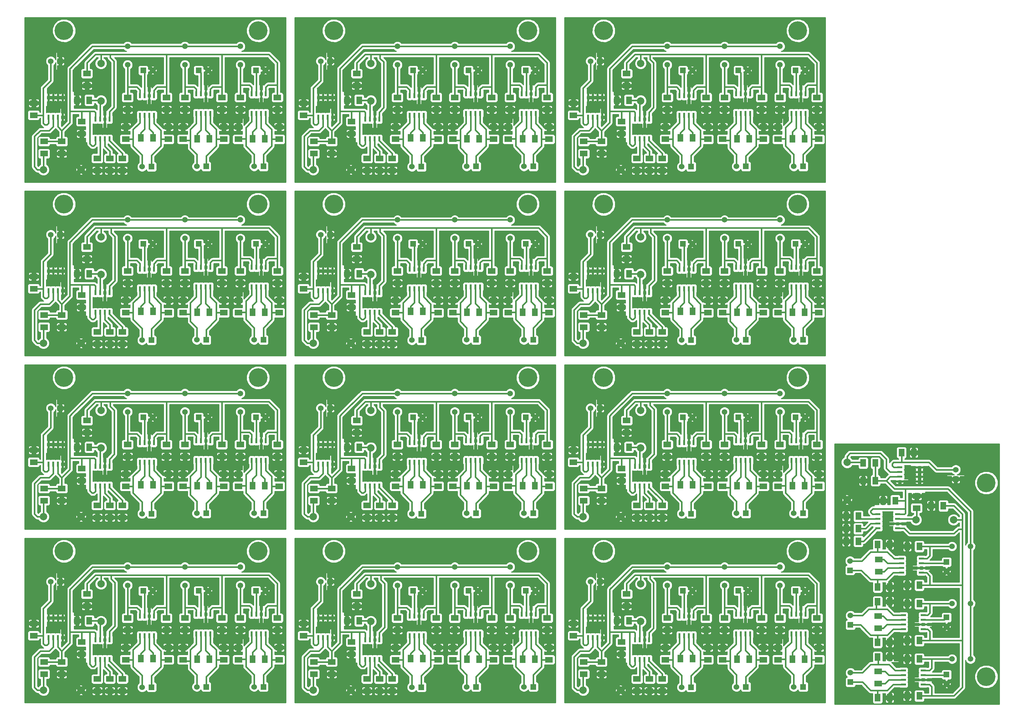
<source format=gtl>
%FSLAX34Y34*%
G04 Gerber Fmt 3.4, Leading zero omitted, Abs format*
G04 (created by PCBNEW (2013-12-18 BZR 4557)-product) date mar 24 dic 2013 13:02:52 CLST*
%MOIN*%
G01*
G70*
G90*
G04 APERTURE LIST*
%ADD10C,0.005906*%
%ADD11C,0.199370*%
%ADD12R,0.023600X0.055100*%
%ADD13R,0.080000X0.060000*%
%ADD14R,0.060000X0.080000*%
%ADD15R,0.060000X0.060000*%
%ADD16C,0.060000*%
%ADD17C,0.078700*%
%ADD18R,0.055100X0.023600*%
%ADD19C,0.059055*%
%ADD20C,0.015748*%
%ADD21C,0.010000*%
G04 APERTURE END LIST*
G54D10*
G54D11*
X87992Y-23818D03*
G54D12*
X81415Y-30544D03*
X81415Y-32644D03*
X81915Y-30544D03*
X82415Y-30544D03*
X82915Y-30544D03*
X81915Y-32644D03*
X82415Y-32644D03*
X82915Y-32644D03*
X87320Y-30544D03*
X87320Y-32644D03*
X87820Y-30544D03*
X88320Y-30544D03*
X88820Y-30544D03*
X87820Y-32644D03*
X88320Y-32644D03*
X88820Y-32644D03*
X75391Y-30741D03*
X75391Y-32841D03*
X75891Y-30741D03*
X76391Y-30741D03*
X76891Y-30741D03*
X75891Y-32841D03*
X76391Y-32841D03*
X76891Y-32841D03*
X65667Y-30938D03*
X65667Y-33038D03*
X66167Y-30938D03*
X66667Y-30938D03*
X67167Y-30938D03*
X66167Y-33038D03*
X66667Y-33038D03*
X67167Y-33038D03*
X70667Y-33261D03*
X70667Y-35361D03*
X71167Y-33261D03*
X71667Y-33261D03*
X72167Y-33261D03*
X71167Y-35361D03*
X71667Y-35361D03*
X72167Y-35361D03*
G54D13*
X85905Y-35394D03*
X85905Y-34094D03*
X80000Y-35394D03*
X80000Y-34094D03*
X73897Y-35394D03*
X73897Y-34094D03*
X78425Y-35394D03*
X78425Y-34094D03*
X90236Y-35394D03*
X90236Y-34094D03*
X84330Y-35394D03*
X84330Y-34094D03*
G54D14*
X81515Y-35334D03*
X82815Y-35334D03*
X87420Y-35334D03*
X88720Y-35334D03*
X75491Y-35255D03*
X76791Y-35255D03*
G54D15*
X87767Y-28051D03*
G54D16*
X88767Y-28051D03*
G54D15*
X81665Y-28051D03*
G54D16*
X82665Y-28051D03*
G54D15*
X75759Y-28051D03*
G54D16*
X76759Y-28051D03*
G54D15*
X82468Y-38287D03*
G54D16*
X81468Y-38287D03*
G54D15*
X88570Y-38287D03*
G54D16*
X87570Y-38287D03*
G54D15*
X76641Y-38326D03*
G54D16*
X75641Y-38326D03*
G54D15*
X66917Y-27066D03*
G54D16*
X65917Y-27066D03*
G54D14*
X68720Y-31240D03*
X70020Y-31240D03*
G54D13*
X65196Y-36929D03*
X65196Y-35629D03*
G54D17*
X71259Y-27302D03*
X71259Y-31302D03*
X69134Y-38641D03*
X65134Y-38641D03*
G54D13*
X90039Y-32244D03*
X90039Y-30944D03*
X78228Y-32244D03*
X78228Y-30944D03*
X84133Y-32244D03*
X84133Y-30944D03*
X80196Y-32244D03*
X80196Y-30944D03*
X86102Y-32244D03*
X86102Y-30944D03*
X74094Y-32244D03*
X74094Y-30944D03*
X69763Y-29685D03*
X69763Y-28385D03*
X67086Y-36929D03*
X67086Y-35629D03*
X69212Y-34803D03*
X69212Y-33503D03*
X73543Y-38740D03*
X73543Y-37440D03*
X64094Y-31535D03*
X64094Y-32835D03*
X72204Y-38740D03*
X72204Y-37440D03*
X70866Y-38740D03*
X70866Y-37440D03*
G54D11*
X67322Y-23818D03*
X67322Y-42322D03*
G54D13*
X70866Y-57244D03*
X70866Y-55944D03*
X72204Y-57244D03*
X72204Y-55944D03*
X64094Y-50038D03*
X64094Y-51338D03*
X73543Y-57244D03*
X73543Y-55944D03*
X69212Y-53307D03*
X69212Y-52007D03*
X67086Y-55433D03*
X67086Y-54133D03*
X69763Y-48189D03*
X69763Y-46889D03*
X74094Y-50748D03*
X74094Y-49448D03*
X86102Y-50748D03*
X86102Y-49448D03*
X80196Y-50748D03*
X80196Y-49448D03*
X84133Y-50748D03*
X84133Y-49448D03*
X78228Y-50748D03*
X78228Y-49448D03*
X90039Y-50748D03*
X90039Y-49448D03*
G54D17*
X69134Y-57145D03*
X65134Y-57145D03*
X71259Y-45806D03*
X71259Y-49806D03*
G54D13*
X65196Y-55433D03*
X65196Y-54133D03*
G54D14*
X68720Y-49744D03*
X70020Y-49744D03*
G54D15*
X66917Y-45570D03*
G54D16*
X65917Y-45570D03*
G54D15*
X76641Y-56830D03*
G54D16*
X75641Y-56830D03*
G54D15*
X88570Y-56791D03*
G54D16*
X87570Y-56791D03*
G54D15*
X82468Y-56791D03*
G54D16*
X81468Y-56791D03*
G54D15*
X75759Y-46555D03*
G54D16*
X76759Y-46555D03*
G54D15*
X81665Y-46555D03*
G54D16*
X82665Y-46555D03*
G54D15*
X87767Y-46555D03*
G54D16*
X88767Y-46555D03*
G54D14*
X75491Y-53759D03*
X76791Y-53759D03*
X87420Y-53838D03*
X88720Y-53838D03*
X81515Y-53838D03*
X82815Y-53838D03*
G54D13*
X84330Y-53898D03*
X84330Y-52598D03*
X90236Y-53898D03*
X90236Y-52598D03*
X78425Y-53898D03*
X78425Y-52598D03*
X73897Y-53898D03*
X73897Y-52598D03*
X80000Y-53898D03*
X80000Y-52598D03*
X85905Y-53898D03*
X85905Y-52598D03*
G54D12*
X70667Y-51764D03*
X70667Y-53864D03*
X71167Y-51764D03*
X71667Y-51764D03*
X72167Y-51764D03*
X71167Y-53864D03*
X71667Y-53864D03*
X72167Y-53864D03*
X65667Y-49442D03*
X65667Y-51542D03*
X66167Y-49442D03*
X66667Y-49442D03*
X67167Y-49442D03*
X66167Y-51542D03*
X66667Y-51542D03*
X67167Y-51542D03*
X75391Y-49245D03*
X75391Y-51345D03*
X75891Y-49245D03*
X76391Y-49245D03*
X76891Y-49245D03*
X75891Y-51345D03*
X76391Y-51345D03*
X76891Y-51345D03*
X87320Y-49048D03*
X87320Y-51148D03*
X87820Y-49048D03*
X88320Y-49048D03*
X88820Y-49048D03*
X87820Y-51148D03*
X88320Y-51148D03*
X88820Y-51148D03*
X81415Y-49048D03*
X81415Y-51148D03*
X81915Y-49048D03*
X82415Y-49048D03*
X82915Y-49048D03*
X81915Y-51148D03*
X82415Y-51148D03*
X82915Y-51148D03*
G54D11*
X87992Y-42322D03*
X67322Y-5314D03*
G54D13*
X70866Y-20236D03*
X70866Y-18936D03*
X72204Y-20236D03*
X72204Y-18936D03*
X64094Y-13031D03*
X64094Y-14331D03*
X73543Y-20236D03*
X73543Y-18936D03*
X69212Y-16299D03*
X69212Y-14999D03*
X67086Y-18425D03*
X67086Y-17125D03*
X69763Y-11181D03*
X69763Y-9881D03*
X74094Y-13740D03*
X74094Y-12440D03*
X86102Y-13740D03*
X86102Y-12440D03*
X80196Y-13740D03*
X80196Y-12440D03*
X84133Y-13740D03*
X84133Y-12440D03*
X78228Y-13740D03*
X78228Y-12440D03*
X90039Y-13740D03*
X90039Y-12440D03*
G54D17*
X69134Y-20137D03*
X65134Y-20137D03*
X71259Y-8798D03*
X71259Y-12798D03*
G54D13*
X65196Y-18425D03*
X65196Y-17125D03*
G54D14*
X68720Y-12736D03*
X70020Y-12736D03*
G54D15*
X66917Y-8562D03*
G54D16*
X65917Y-8562D03*
G54D15*
X76641Y-19822D03*
G54D16*
X75641Y-19822D03*
G54D15*
X88570Y-19783D03*
G54D16*
X87570Y-19783D03*
G54D15*
X82468Y-19783D03*
G54D16*
X81468Y-19783D03*
G54D15*
X75759Y-9547D03*
G54D16*
X76759Y-9547D03*
G54D15*
X81665Y-9547D03*
G54D16*
X82665Y-9547D03*
G54D15*
X87767Y-9547D03*
G54D16*
X88767Y-9547D03*
G54D14*
X75491Y-16751D03*
X76791Y-16751D03*
X87420Y-16830D03*
X88720Y-16830D03*
X81515Y-16830D03*
X82815Y-16830D03*
G54D13*
X84330Y-16890D03*
X84330Y-15590D03*
X90236Y-16890D03*
X90236Y-15590D03*
X78425Y-16890D03*
X78425Y-15590D03*
X73897Y-16890D03*
X73897Y-15590D03*
X80000Y-16890D03*
X80000Y-15590D03*
X85905Y-16890D03*
X85905Y-15590D03*
G54D12*
X70667Y-14757D03*
X70667Y-16857D03*
X71167Y-14757D03*
X71667Y-14757D03*
X72167Y-14757D03*
X71167Y-16857D03*
X71667Y-16857D03*
X72167Y-16857D03*
X65667Y-12434D03*
X65667Y-14534D03*
X66167Y-12434D03*
X66667Y-12434D03*
X67167Y-12434D03*
X66167Y-14534D03*
X66667Y-14534D03*
X67167Y-14534D03*
X75391Y-12237D03*
X75391Y-14337D03*
X75891Y-12237D03*
X76391Y-12237D03*
X76891Y-12237D03*
X75891Y-14337D03*
X76391Y-14337D03*
X76891Y-14337D03*
X87320Y-12040D03*
X87320Y-14140D03*
X87820Y-12040D03*
X88320Y-12040D03*
X88820Y-12040D03*
X87820Y-14140D03*
X88320Y-14140D03*
X88820Y-14140D03*
X81415Y-12040D03*
X81415Y-14140D03*
X81915Y-12040D03*
X82415Y-12040D03*
X82915Y-12040D03*
X81915Y-14140D03*
X82415Y-14140D03*
X82915Y-14140D03*
G54D11*
X87992Y-5314D03*
X108070Y-53543D03*
G54D14*
X93149Y-57086D03*
X94449Y-57086D03*
X93149Y-58425D03*
X94449Y-58425D03*
X100354Y-50314D03*
X99054Y-50314D03*
X93149Y-59763D03*
X94449Y-59763D03*
X97086Y-55433D03*
X98386Y-55433D03*
X94960Y-53307D03*
X96260Y-53307D03*
X102204Y-55984D03*
X103504Y-55984D03*
X99645Y-60314D03*
X100945Y-60314D03*
X99645Y-72322D03*
X100945Y-72322D03*
X99645Y-66417D03*
X100945Y-66417D03*
X99645Y-70354D03*
X100945Y-70354D03*
X99645Y-64448D03*
X100945Y-64448D03*
X99645Y-76259D03*
X100945Y-76259D03*
G54D17*
X93248Y-55354D03*
X93248Y-51354D03*
X104587Y-57480D03*
X100587Y-57480D03*
G54D14*
X94960Y-51417D03*
X96260Y-51417D03*
G54D13*
X100649Y-54940D03*
X100649Y-56240D03*
G54D15*
X104822Y-53137D03*
G54D16*
X104822Y-52137D03*
G54D15*
X93562Y-62862D03*
G54D16*
X93562Y-61862D03*
G54D15*
X93602Y-74791D03*
G54D16*
X93602Y-73791D03*
G54D15*
X93602Y-68688D03*
G54D16*
X93602Y-67688D03*
G54D15*
X103838Y-61980D03*
G54D16*
X103838Y-62980D03*
G54D15*
X103838Y-67885D03*
G54D16*
X103838Y-68885D03*
G54D15*
X103838Y-73988D03*
G54D16*
X103838Y-74988D03*
G54D13*
X96633Y-61712D03*
X96633Y-63012D03*
X96555Y-73641D03*
X96555Y-74941D03*
X96555Y-67735D03*
X96555Y-69035D03*
G54D14*
X96495Y-70551D03*
X97795Y-70551D03*
X96495Y-76456D03*
X97795Y-76456D03*
X96495Y-64645D03*
X97795Y-64645D03*
X96495Y-60118D03*
X97795Y-60118D03*
X96495Y-66220D03*
X97795Y-66220D03*
X96495Y-72125D03*
X97795Y-72125D03*
G54D18*
X98628Y-56887D03*
X96528Y-56887D03*
X98628Y-57387D03*
X98628Y-57887D03*
X98628Y-58387D03*
X96528Y-57387D03*
X96528Y-57887D03*
X96528Y-58387D03*
X100951Y-51887D03*
X98851Y-51887D03*
X100951Y-52387D03*
X100951Y-52887D03*
X100951Y-53387D03*
X98851Y-52387D03*
X98851Y-52887D03*
X98851Y-53387D03*
X101148Y-61612D03*
X99048Y-61612D03*
X101148Y-62112D03*
X101148Y-62612D03*
X101148Y-63112D03*
X99048Y-62112D03*
X99048Y-62612D03*
X99048Y-63112D03*
X101345Y-73541D03*
X99245Y-73541D03*
X101345Y-74041D03*
X101345Y-74541D03*
X101345Y-75041D03*
X99245Y-74041D03*
X99245Y-74541D03*
X99245Y-75041D03*
X101345Y-67635D03*
X99245Y-67635D03*
X101345Y-68135D03*
X101345Y-68635D03*
X101345Y-69135D03*
X99245Y-68135D03*
X99245Y-68635D03*
X99245Y-69135D03*
G54D11*
X108070Y-74212D03*
X87992Y-60826D03*
G54D12*
X81415Y-67552D03*
X81415Y-69652D03*
X81915Y-67552D03*
X82415Y-67552D03*
X82915Y-67552D03*
X81915Y-69652D03*
X82415Y-69652D03*
X82915Y-69652D03*
X87320Y-67552D03*
X87320Y-69652D03*
X87820Y-67552D03*
X88320Y-67552D03*
X88820Y-67552D03*
X87820Y-69652D03*
X88320Y-69652D03*
X88820Y-69652D03*
X75391Y-67749D03*
X75391Y-69849D03*
X75891Y-67749D03*
X76391Y-67749D03*
X76891Y-67749D03*
X75891Y-69849D03*
X76391Y-69849D03*
X76891Y-69849D03*
X65667Y-67946D03*
X65667Y-70046D03*
X66167Y-67946D03*
X66667Y-67946D03*
X67167Y-67946D03*
X66167Y-70046D03*
X66667Y-70046D03*
X67167Y-70046D03*
X70667Y-70268D03*
X70667Y-72368D03*
X71167Y-70268D03*
X71667Y-70268D03*
X72167Y-70268D03*
X71167Y-72368D03*
X71667Y-72368D03*
X72167Y-72368D03*
G54D13*
X85905Y-72401D03*
X85905Y-71101D03*
X80000Y-72401D03*
X80000Y-71101D03*
X73897Y-72401D03*
X73897Y-71101D03*
X78425Y-72401D03*
X78425Y-71101D03*
X90236Y-72401D03*
X90236Y-71101D03*
X84330Y-72401D03*
X84330Y-71101D03*
G54D14*
X81515Y-72342D03*
X82815Y-72342D03*
X87420Y-72342D03*
X88720Y-72342D03*
X75491Y-72263D03*
X76791Y-72263D03*
G54D15*
X87767Y-65059D03*
G54D16*
X88767Y-65059D03*
G54D15*
X81665Y-65059D03*
G54D16*
X82665Y-65059D03*
G54D15*
X75759Y-65059D03*
G54D16*
X76759Y-65059D03*
G54D15*
X82468Y-75295D03*
G54D16*
X81468Y-75295D03*
G54D15*
X88570Y-75295D03*
G54D16*
X87570Y-75295D03*
G54D15*
X76641Y-75334D03*
G54D16*
X75641Y-75334D03*
G54D15*
X66917Y-64074D03*
G54D16*
X65917Y-64074D03*
G54D14*
X68720Y-68248D03*
X70020Y-68248D03*
G54D13*
X65196Y-73937D03*
X65196Y-72637D03*
G54D17*
X71259Y-64310D03*
X71259Y-68310D03*
X69134Y-75649D03*
X65134Y-75649D03*
G54D13*
X90039Y-69252D03*
X90039Y-67952D03*
X78228Y-69252D03*
X78228Y-67952D03*
X84133Y-69252D03*
X84133Y-67952D03*
X80196Y-69252D03*
X80196Y-67952D03*
X86102Y-69252D03*
X86102Y-67952D03*
X74094Y-69252D03*
X74094Y-67952D03*
X69763Y-66693D03*
X69763Y-65393D03*
X67086Y-73937D03*
X67086Y-72637D03*
X69212Y-71811D03*
X69212Y-70511D03*
X73543Y-75748D03*
X73543Y-74448D03*
X64094Y-68542D03*
X64094Y-69842D03*
X72204Y-75748D03*
X72204Y-74448D03*
X70866Y-75748D03*
X70866Y-74448D03*
G54D11*
X67322Y-60826D03*
X9842Y-60826D03*
G54D13*
X13385Y-75748D03*
X13385Y-74448D03*
X14724Y-75748D03*
X14724Y-74448D03*
X6614Y-68542D03*
X6614Y-69842D03*
X16062Y-75748D03*
X16062Y-74448D03*
X11732Y-71811D03*
X11732Y-70511D03*
X9606Y-73937D03*
X9606Y-72637D03*
X12283Y-66693D03*
X12283Y-65393D03*
X16614Y-69252D03*
X16614Y-67952D03*
X28622Y-69252D03*
X28622Y-67952D03*
X22716Y-69252D03*
X22716Y-67952D03*
X26653Y-69252D03*
X26653Y-67952D03*
X20748Y-69252D03*
X20748Y-67952D03*
X32559Y-69252D03*
X32559Y-67952D03*
G54D17*
X11654Y-75649D03*
X7654Y-75649D03*
X13779Y-64310D03*
X13779Y-68310D03*
G54D13*
X7716Y-73937D03*
X7716Y-72637D03*
G54D14*
X11239Y-68248D03*
X12539Y-68248D03*
G54D15*
X9437Y-64074D03*
G54D16*
X8437Y-64074D03*
G54D15*
X19161Y-75334D03*
G54D16*
X18161Y-75334D03*
G54D15*
X31090Y-75295D03*
G54D16*
X30090Y-75295D03*
G54D15*
X24988Y-75295D03*
G54D16*
X23988Y-75295D03*
G54D15*
X18279Y-65059D03*
G54D16*
X19279Y-65059D03*
G54D15*
X24185Y-65059D03*
G54D16*
X25185Y-65059D03*
G54D15*
X30287Y-65059D03*
G54D16*
X31287Y-65059D03*
G54D14*
X18011Y-72263D03*
X19311Y-72263D03*
X29940Y-72342D03*
X31240Y-72342D03*
X24035Y-72342D03*
X25335Y-72342D03*
G54D13*
X26850Y-72401D03*
X26850Y-71101D03*
X32755Y-72401D03*
X32755Y-71101D03*
X20944Y-72401D03*
X20944Y-71101D03*
X16417Y-72401D03*
X16417Y-71101D03*
X22519Y-72401D03*
X22519Y-71101D03*
X28425Y-72401D03*
X28425Y-71101D03*
G54D12*
X13187Y-70268D03*
X13187Y-72368D03*
X13687Y-70268D03*
X14187Y-70268D03*
X14687Y-70268D03*
X13687Y-72368D03*
X14187Y-72368D03*
X14687Y-72368D03*
X8187Y-67946D03*
X8187Y-70046D03*
X8687Y-67946D03*
X9187Y-67946D03*
X9687Y-67946D03*
X8687Y-70046D03*
X9187Y-70046D03*
X9687Y-70046D03*
X17911Y-67749D03*
X17911Y-69849D03*
X18411Y-67749D03*
X18911Y-67749D03*
X19411Y-67749D03*
X18411Y-69849D03*
X18911Y-69849D03*
X19411Y-69849D03*
X29840Y-67552D03*
X29840Y-69652D03*
X30340Y-67552D03*
X30840Y-67552D03*
X31340Y-67552D03*
X30340Y-69652D03*
X30840Y-69652D03*
X31340Y-69652D03*
X23935Y-67552D03*
X23935Y-69652D03*
X24435Y-67552D03*
X24935Y-67552D03*
X25435Y-67552D03*
X24435Y-69652D03*
X24935Y-69652D03*
X25435Y-69652D03*
G54D11*
X30511Y-60826D03*
X59251Y-60826D03*
G54D12*
X52675Y-67552D03*
X52675Y-69652D03*
X53175Y-67552D03*
X53675Y-67552D03*
X54175Y-67552D03*
X53175Y-69652D03*
X53675Y-69652D03*
X54175Y-69652D03*
X58580Y-67552D03*
X58580Y-69652D03*
X59080Y-67552D03*
X59580Y-67552D03*
X60080Y-67552D03*
X59080Y-69652D03*
X59580Y-69652D03*
X60080Y-69652D03*
X46651Y-67749D03*
X46651Y-69849D03*
X47151Y-67749D03*
X47651Y-67749D03*
X48151Y-67749D03*
X47151Y-69849D03*
X47651Y-69849D03*
X48151Y-69849D03*
X36927Y-67946D03*
X36927Y-70046D03*
X37427Y-67946D03*
X37927Y-67946D03*
X38427Y-67946D03*
X37427Y-70046D03*
X37927Y-70046D03*
X38427Y-70046D03*
X41927Y-70268D03*
X41927Y-72368D03*
X42427Y-70268D03*
X42927Y-70268D03*
X43427Y-70268D03*
X42427Y-72368D03*
X42927Y-72368D03*
X43427Y-72368D03*
G54D13*
X57165Y-72401D03*
X57165Y-71101D03*
X51259Y-72401D03*
X51259Y-71101D03*
X45157Y-72401D03*
X45157Y-71101D03*
X49685Y-72401D03*
X49685Y-71101D03*
X61496Y-72401D03*
X61496Y-71101D03*
X55590Y-72401D03*
X55590Y-71101D03*
G54D14*
X52775Y-72342D03*
X54075Y-72342D03*
X58680Y-72342D03*
X59980Y-72342D03*
X46751Y-72263D03*
X48051Y-72263D03*
G54D15*
X59027Y-65059D03*
G54D16*
X60027Y-65059D03*
G54D15*
X52925Y-65059D03*
G54D16*
X53925Y-65059D03*
G54D15*
X47019Y-65059D03*
G54D16*
X48019Y-65059D03*
G54D15*
X53728Y-75295D03*
G54D16*
X52728Y-75295D03*
G54D15*
X59830Y-75295D03*
G54D16*
X58830Y-75295D03*
G54D15*
X47901Y-75334D03*
G54D16*
X46901Y-75334D03*
G54D15*
X38177Y-64074D03*
G54D16*
X37177Y-64074D03*
G54D14*
X39979Y-68248D03*
X41279Y-68248D03*
G54D13*
X36456Y-73937D03*
X36456Y-72637D03*
G54D17*
X42519Y-64310D03*
X42519Y-68310D03*
X40394Y-75649D03*
X36394Y-75649D03*
G54D13*
X61299Y-69252D03*
X61299Y-67952D03*
X49488Y-69252D03*
X49488Y-67952D03*
X55393Y-69252D03*
X55393Y-67952D03*
X51456Y-69252D03*
X51456Y-67952D03*
X57362Y-69252D03*
X57362Y-67952D03*
X45354Y-69252D03*
X45354Y-67952D03*
X41023Y-66693D03*
X41023Y-65393D03*
X38346Y-73937D03*
X38346Y-72637D03*
X40472Y-71811D03*
X40472Y-70511D03*
X44803Y-75748D03*
X44803Y-74448D03*
X35354Y-68542D03*
X35354Y-69842D03*
X43464Y-75748D03*
X43464Y-74448D03*
X42125Y-75748D03*
X42125Y-74448D03*
G54D11*
X38582Y-60826D03*
X59251Y-23818D03*
G54D12*
X52675Y-30544D03*
X52675Y-32644D03*
X53175Y-30544D03*
X53675Y-30544D03*
X54175Y-30544D03*
X53175Y-32644D03*
X53675Y-32644D03*
X54175Y-32644D03*
X58580Y-30544D03*
X58580Y-32644D03*
X59080Y-30544D03*
X59580Y-30544D03*
X60080Y-30544D03*
X59080Y-32644D03*
X59580Y-32644D03*
X60080Y-32644D03*
X46651Y-30741D03*
X46651Y-32841D03*
X47151Y-30741D03*
X47651Y-30741D03*
X48151Y-30741D03*
X47151Y-32841D03*
X47651Y-32841D03*
X48151Y-32841D03*
X36927Y-30938D03*
X36927Y-33038D03*
X37427Y-30938D03*
X37927Y-30938D03*
X38427Y-30938D03*
X37427Y-33038D03*
X37927Y-33038D03*
X38427Y-33038D03*
X41927Y-33261D03*
X41927Y-35361D03*
X42427Y-33261D03*
X42927Y-33261D03*
X43427Y-33261D03*
X42427Y-35361D03*
X42927Y-35361D03*
X43427Y-35361D03*
G54D13*
X57165Y-35394D03*
X57165Y-34094D03*
X51259Y-35394D03*
X51259Y-34094D03*
X45157Y-35394D03*
X45157Y-34094D03*
X49685Y-35394D03*
X49685Y-34094D03*
X61496Y-35394D03*
X61496Y-34094D03*
X55590Y-35394D03*
X55590Y-34094D03*
G54D14*
X52775Y-35334D03*
X54075Y-35334D03*
X58680Y-35334D03*
X59980Y-35334D03*
X46751Y-35255D03*
X48051Y-35255D03*
G54D15*
X59027Y-28051D03*
G54D16*
X60027Y-28051D03*
G54D15*
X52925Y-28051D03*
G54D16*
X53925Y-28051D03*
G54D15*
X47019Y-28051D03*
G54D16*
X48019Y-28051D03*
G54D15*
X53728Y-38287D03*
G54D16*
X52728Y-38287D03*
G54D15*
X59830Y-38287D03*
G54D16*
X58830Y-38287D03*
G54D15*
X47901Y-38326D03*
G54D16*
X46901Y-38326D03*
G54D15*
X38177Y-27066D03*
G54D16*
X37177Y-27066D03*
G54D14*
X39979Y-31240D03*
X41279Y-31240D03*
G54D13*
X36456Y-36929D03*
X36456Y-35629D03*
G54D17*
X42519Y-27302D03*
X42519Y-31302D03*
X40394Y-38641D03*
X36394Y-38641D03*
G54D13*
X61299Y-32244D03*
X61299Y-30944D03*
X49488Y-32244D03*
X49488Y-30944D03*
X55393Y-32244D03*
X55393Y-30944D03*
X51456Y-32244D03*
X51456Y-30944D03*
X57362Y-32244D03*
X57362Y-30944D03*
X45354Y-32244D03*
X45354Y-30944D03*
X41023Y-29685D03*
X41023Y-28385D03*
X38346Y-36929D03*
X38346Y-35629D03*
X40472Y-34803D03*
X40472Y-33503D03*
X44803Y-38740D03*
X44803Y-37440D03*
X35354Y-31535D03*
X35354Y-32835D03*
X43464Y-38740D03*
X43464Y-37440D03*
X42125Y-38740D03*
X42125Y-37440D03*
G54D11*
X38582Y-23818D03*
X38582Y-42322D03*
G54D13*
X42125Y-57244D03*
X42125Y-55944D03*
X43464Y-57244D03*
X43464Y-55944D03*
X35354Y-50038D03*
X35354Y-51338D03*
X44803Y-57244D03*
X44803Y-55944D03*
X40472Y-53307D03*
X40472Y-52007D03*
X38346Y-55433D03*
X38346Y-54133D03*
X41023Y-48189D03*
X41023Y-46889D03*
X45354Y-50748D03*
X45354Y-49448D03*
X57362Y-50748D03*
X57362Y-49448D03*
X51456Y-50748D03*
X51456Y-49448D03*
X55393Y-50748D03*
X55393Y-49448D03*
X49488Y-50748D03*
X49488Y-49448D03*
X61299Y-50748D03*
X61299Y-49448D03*
G54D17*
X40394Y-57145D03*
X36394Y-57145D03*
X42519Y-45806D03*
X42519Y-49806D03*
G54D13*
X36456Y-55433D03*
X36456Y-54133D03*
G54D14*
X39979Y-49744D03*
X41279Y-49744D03*
G54D15*
X38177Y-45570D03*
G54D16*
X37177Y-45570D03*
G54D15*
X47901Y-56830D03*
G54D16*
X46901Y-56830D03*
G54D15*
X59830Y-56791D03*
G54D16*
X58830Y-56791D03*
G54D15*
X53728Y-56791D03*
G54D16*
X52728Y-56791D03*
G54D15*
X47019Y-46555D03*
G54D16*
X48019Y-46555D03*
G54D15*
X52925Y-46555D03*
G54D16*
X53925Y-46555D03*
G54D15*
X59027Y-46555D03*
G54D16*
X60027Y-46555D03*
G54D14*
X46751Y-53759D03*
X48051Y-53759D03*
X58680Y-53838D03*
X59980Y-53838D03*
X52775Y-53838D03*
X54075Y-53838D03*
G54D13*
X55590Y-53898D03*
X55590Y-52598D03*
X61496Y-53898D03*
X61496Y-52598D03*
X49685Y-53898D03*
X49685Y-52598D03*
X45157Y-53898D03*
X45157Y-52598D03*
X51259Y-53898D03*
X51259Y-52598D03*
X57165Y-53898D03*
X57165Y-52598D03*
G54D12*
X41927Y-51764D03*
X41927Y-53864D03*
X42427Y-51764D03*
X42927Y-51764D03*
X43427Y-51764D03*
X42427Y-53864D03*
X42927Y-53864D03*
X43427Y-53864D03*
X36927Y-49442D03*
X36927Y-51542D03*
X37427Y-49442D03*
X37927Y-49442D03*
X38427Y-49442D03*
X37427Y-51542D03*
X37927Y-51542D03*
X38427Y-51542D03*
X46651Y-49245D03*
X46651Y-51345D03*
X47151Y-49245D03*
X47651Y-49245D03*
X48151Y-49245D03*
X47151Y-51345D03*
X47651Y-51345D03*
X48151Y-51345D03*
X58580Y-49048D03*
X58580Y-51148D03*
X59080Y-49048D03*
X59580Y-49048D03*
X60080Y-49048D03*
X59080Y-51148D03*
X59580Y-51148D03*
X60080Y-51148D03*
X52675Y-49048D03*
X52675Y-51148D03*
X53175Y-49048D03*
X53675Y-49048D03*
X54175Y-49048D03*
X53175Y-51148D03*
X53675Y-51148D03*
X54175Y-51148D03*
G54D11*
X59251Y-42322D03*
X38582Y-5314D03*
G54D13*
X42125Y-20236D03*
X42125Y-18936D03*
X43464Y-20236D03*
X43464Y-18936D03*
X35354Y-13031D03*
X35354Y-14331D03*
X44803Y-20236D03*
X44803Y-18936D03*
X40472Y-16299D03*
X40472Y-14999D03*
X38346Y-18425D03*
X38346Y-17125D03*
X41023Y-11181D03*
X41023Y-9881D03*
X45354Y-13740D03*
X45354Y-12440D03*
X57362Y-13740D03*
X57362Y-12440D03*
X51456Y-13740D03*
X51456Y-12440D03*
X55393Y-13740D03*
X55393Y-12440D03*
X49488Y-13740D03*
X49488Y-12440D03*
X61299Y-13740D03*
X61299Y-12440D03*
G54D17*
X40394Y-20137D03*
X36394Y-20137D03*
X42519Y-8798D03*
X42519Y-12798D03*
G54D13*
X36456Y-18425D03*
X36456Y-17125D03*
G54D14*
X39979Y-12736D03*
X41279Y-12736D03*
G54D15*
X38177Y-8562D03*
G54D16*
X37177Y-8562D03*
G54D15*
X47901Y-19822D03*
G54D16*
X46901Y-19822D03*
G54D15*
X59830Y-19783D03*
G54D16*
X58830Y-19783D03*
G54D15*
X53728Y-19783D03*
G54D16*
X52728Y-19783D03*
G54D15*
X47019Y-9547D03*
G54D16*
X48019Y-9547D03*
G54D15*
X52925Y-9547D03*
G54D16*
X53925Y-9547D03*
G54D15*
X59027Y-9547D03*
G54D16*
X60027Y-9547D03*
G54D14*
X46751Y-16751D03*
X48051Y-16751D03*
X58680Y-16830D03*
X59980Y-16830D03*
X52775Y-16830D03*
X54075Y-16830D03*
G54D13*
X55590Y-16890D03*
X55590Y-15590D03*
X61496Y-16890D03*
X61496Y-15590D03*
X49685Y-16890D03*
X49685Y-15590D03*
X45157Y-16890D03*
X45157Y-15590D03*
X51259Y-16890D03*
X51259Y-15590D03*
X57165Y-16890D03*
X57165Y-15590D03*
G54D12*
X41927Y-14757D03*
X41927Y-16857D03*
X42427Y-14757D03*
X42927Y-14757D03*
X43427Y-14757D03*
X42427Y-16857D03*
X42927Y-16857D03*
X43427Y-16857D03*
X36927Y-12434D03*
X36927Y-14534D03*
X37427Y-12434D03*
X37927Y-12434D03*
X38427Y-12434D03*
X37427Y-14534D03*
X37927Y-14534D03*
X38427Y-14534D03*
X46651Y-12237D03*
X46651Y-14337D03*
X47151Y-12237D03*
X47651Y-12237D03*
X48151Y-12237D03*
X47151Y-14337D03*
X47651Y-14337D03*
X48151Y-14337D03*
X58580Y-12040D03*
X58580Y-14140D03*
X59080Y-12040D03*
X59580Y-12040D03*
X60080Y-12040D03*
X59080Y-14140D03*
X59580Y-14140D03*
X60080Y-14140D03*
X52675Y-12040D03*
X52675Y-14140D03*
X53175Y-12040D03*
X53675Y-12040D03*
X54175Y-12040D03*
X53175Y-14140D03*
X53675Y-14140D03*
X54175Y-14140D03*
G54D11*
X59251Y-5314D03*
X30511Y-5314D03*
G54D12*
X23935Y-12040D03*
X23935Y-14140D03*
X24435Y-12040D03*
X24935Y-12040D03*
X25435Y-12040D03*
X24435Y-14140D03*
X24935Y-14140D03*
X25435Y-14140D03*
X29840Y-12040D03*
X29840Y-14140D03*
X30340Y-12040D03*
X30840Y-12040D03*
X31340Y-12040D03*
X30340Y-14140D03*
X30840Y-14140D03*
X31340Y-14140D03*
X17911Y-12237D03*
X17911Y-14337D03*
X18411Y-12237D03*
X18911Y-12237D03*
X19411Y-12237D03*
X18411Y-14337D03*
X18911Y-14337D03*
X19411Y-14337D03*
X8187Y-12434D03*
X8187Y-14534D03*
X8687Y-12434D03*
X9187Y-12434D03*
X9687Y-12434D03*
X8687Y-14534D03*
X9187Y-14534D03*
X9687Y-14534D03*
X13187Y-14757D03*
X13187Y-16857D03*
X13687Y-14757D03*
X14187Y-14757D03*
X14687Y-14757D03*
X13687Y-16857D03*
X14187Y-16857D03*
X14687Y-16857D03*
G54D13*
X28425Y-16890D03*
X28425Y-15590D03*
X22519Y-16890D03*
X22519Y-15590D03*
X16417Y-16890D03*
X16417Y-15590D03*
X20944Y-16890D03*
X20944Y-15590D03*
X32755Y-16890D03*
X32755Y-15590D03*
X26850Y-16890D03*
X26850Y-15590D03*
G54D14*
X24035Y-16830D03*
X25335Y-16830D03*
X29940Y-16830D03*
X31240Y-16830D03*
X18011Y-16751D03*
X19311Y-16751D03*
G54D15*
X30287Y-9547D03*
G54D16*
X31287Y-9547D03*
G54D15*
X24185Y-9547D03*
G54D16*
X25185Y-9547D03*
G54D15*
X18279Y-9547D03*
G54D16*
X19279Y-9547D03*
G54D15*
X24988Y-19783D03*
G54D16*
X23988Y-19783D03*
G54D15*
X31090Y-19783D03*
G54D16*
X30090Y-19783D03*
G54D15*
X19161Y-19822D03*
G54D16*
X18161Y-19822D03*
G54D15*
X9437Y-8562D03*
G54D16*
X8437Y-8562D03*
G54D14*
X11239Y-12736D03*
X12539Y-12736D03*
G54D13*
X7716Y-18425D03*
X7716Y-17125D03*
G54D17*
X13779Y-8798D03*
X13779Y-12798D03*
X11654Y-20137D03*
X7654Y-20137D03*
G54D13*
X32559Y-13740D03*
X32559Y-12440D03*
X20748Y-13740D03*
X20748Y-12440D03*
X26653Y-13740D03*
X26653Y-12440D03*
X22716Y-13740D03*
X22716Y-12440D03*
X28622Y-13740D03*
X28622Y-12440D03*
X16614Y-13740D03*
X16614Y-12440D03*
X12283Y-11181D03*
X12283Y-9881D03*
X9606Y-18425D03*
X9606Y-17125D03*
X11732Y-16299D03*
X11732Y-14999D03*
X16062Y-20236D03*
X16062Y-18936D03*
X6614Y-13031D03*
X6614Y-14331D03*
X14724Y-20236D03*
X14724Y-18936D03*
X13385Y-20236D03*
X13385Y-18936D03*
G54D11*
X9842Y-5314D03*
X30511Y-42322D03*
G54D12*
X23935Y-49048D03*
X23935Y-51148D03*
X24435Y-49048D03*
X24935Y-49048D03*
X25435Y-49048D03*
X24435Y-51148D03*
X24935Y-51148D03*
X25435Y-51148D03*
X29840Y-49048D03*
X29840Y-51148D03*
X30340Y-49048D03*
X30840Y-49048D03*
X31340Y-49048D03*
X30340Y-51148D03*
X30840Y-51148D03*
X31340Y-51148D03*
X17911Y-49245D03*
X17911Y-51345D03*
X18411Y-49245D03*
X18911Y-49245D03*
X19411Y-49245D03*
X18411Y-51345D03*
X18911Y-51345D03*
X19411Y-51345D03*
X8187Y-49442D03*
X8187Y-51542D03*
X8687Y-49442D03*
X9187Y-49442D03*
X9687Y-49442D03*
X8687Y-51542D03*
X9187Y-51542D03*
X9687Y-51542D03*
X13187Y-51764D03*
X13187Y-53864D03*
X13687Y-51764D03*
X14187Y-51764D03*
X14687Y-51764D03*
X13687Y-53864D03*
X14187Y-53864D03*
X14687Y-53864D03*
G54D13*
X28425Y-53898D03*
X28425Y-52598D03*
X22519Y-53898D03*
X22519Y-52598D03*
X16417Y-53898D03*
X16417Y-52598D03*
X20944Y-53898D03*
X20944Y-52598D03*
X32755Y-53898D03*
X32755Y-52598D03*
X26850Y-53898D03*
X26850Y-52598D03*
G54D14*
X24035Y-53838D03*
X25335Y-53838D03*
X29940Y-53838D03*
X31240Y-53838D03*
X18011Y-53759D03*
X19311Y-53759D03*
G54D15*
X30287Y-46555D03*
G54D16*
X31287Y-46555D03*
G54D15*
X24185Y-46555D03*
G54D16*
X25185Y-46555D03*
G54D15*
X18279Y-46555D03*
G54D16*
X19279Y-46555D03*
G54D15*
X24988Y-56791D03*
G54D16*
X23988Y-56791D03*
G54D15*
X31090Y-56791D03*
G54D16*
X30090Y-56791D03*
G54D15*
X19161Y-56830D03*
G54D16*
X18161Y-56830D03*
G54D15*
X9437Y-45570D03*
G54D16*
X8437Y-45570D03*
G54D14*
X11239Y-49744D03*
X12539Y-49744D03*
G54D13*
X7716Y-55433D03*
X7716Y-54133D03*
G54D17*
X13779Y-45806D03*
X13779Y-49806D03*
X11654Y-57145D03*
X7654Y-57145D03*
G54D13*
X32559Y-50748D03*
X32559Y-49448D03*
X20748Y-50748D03*
X20748Y-49448D03*
X26653Y-50748D03*
X26653Y-49448D03*
X22716Y-50748D03*
X22716Y-49448D03*
X28622Y-50748D03*
X28622Y-49448D03*
X16614Y-50748D03*
X16614Y-49448D03*
X12283Y-48189D03*
X12283Y-46889D03*
X9606Y-55433D03*
X9606Y-54133D03*
X11732Y-53307D03*
X11732Y-52007D03*
X16062Y-57244D03*
X16062Y-55944D03*
X6614Y-50038D03*
X6614Y-51338D03*
X14724Y-57244D03*
X14724Y-55944D03*
X13385Y-57244D03*
X13385Y-55944D03*
G54D11*
X9842Y-42322D03*
X9842Y-23818D03*
G54D13*
X13385Y-38740D03*
X13385Y-37440D03*
X14724Y-38740D03*
X14724Y-37440D03*
X6614Y-31535D03*
X6614Y-32835D03*
X16062Y-38740D03*
X16062Y-37440D03*
X11732Y-34803D03*
X11732Y-33503D03*
X9606Y-36929D03*
X9606Y-35629D03*
X12283Y-29685D03*
X12283Y-28385D03*
X16614Y-32244D03*
X16614Y-30944D03*
X28622Y-32244D03*
X28622Y-30944D03*
X22716Y-32244D03*
X22716Y-30944D03*
X26653Y-32244D03*
X26653Y-30944D03*
X20748Y-32244D03*
X20748Y-30944D03*
X32559Y-32244D03*
X32559Y-30944D03*
G54D17*
X11654Y-38641D03*
X7654Y-38641D03*
X13779Y-27302D03*
X13779Y-31302D03*
G54D13*
X7716Y-36929D03*
X7716Y-35629D03*
G54D14*
X11239Y-31240D03*
X12539Y-31240D03*
G54D15*
X9437Y-27066D03*
G54D16*
X8437Y-27066D03*
G54D15*
X19161Y-38326D03*
G54D16*
X18161Y-38326D03*
G54D15*
X31090Y-38287D03*
G54D16*
X30090Y-38287D03*
G54D15*
X24988Y-38287D03*
G54D16*
X23988Y-38287D03*
G54D15*
X18279Y-28051D03*
G54D16*
X19279Y-28051D03*
G54D15*
X24185Y-28051D03*
G54D16*
X25185Y-28051D03*
G54D15*
X30287Y-28051D03*
G54D16*
X31287Y-28051D03*
G54D14*
X18011Y-35255D03*
X19311Y-35255D03*
X29940Y-35334D03*
X31240Y-35334D03*
X24035Y-35334D03*
X25335Y-35334D03*
G54D13*
X26850Y-35394D03*
X26850Y-34094D03*
X32755Y-35394D03*
X32755Y-34094D03*
X20944Y-35394D03*
X20944Y-34094D03*
X16417Y-35394D03*
X16417Y-34094D03*
X22519Y-35394D03*
X22519Y-34094D03*
X28425Y-35394D03*
X28425Y-34094D03*
G54D12*
X13187Y-33261D03*
X13187Y-35361D03*
X13687Y-33261D03*
X14187Y-33261D03*
X14687Y-33261D03*
X13687Y-35361D03*
X14187Y-35361D03*
X14687Y-35361D03*
X8187Y-30938D03*
X8187Y-33038D03*
X8687Y-30938D03*
X9187Y-30938D03*
X9687Y-30938D03*
X8687Y-33038D03*
X9187Y-33038D03*
X9687Y-33038D03*
X17911Y-30741D03*
X17911Y-32841D03*
X18411Y-30741D03*
X18911Y-30741D03*
X19411Y-30741D03*
X18411Y-32841D03*
X18911Y-32841D03*
X19411Y-32841D03*
X29840Y-30544D03*
X29840Y-32644D03*
X30340Y-30544D03*
X30840Y-30544D03*
X31340Y-30544D03*
X30340Y-32644D03*
X30840Y-32644D03*
X31340Y-32644D03*
X23935Y-30544D03*
X23935Y-32644D03*
X24435Y-30544D03*
X24935Y-30544D03*
X25435Y-30544D03*
X24435Y-32644D03*
X24935Y-32644D03*
X25435Y-32644D03*
G54D11*
X30511Y-23818D03*
G54D19*
X74094Y-25492D03*
X74094Y-27460D03*
X80196Y-25492D03*
X80196Y-27460D03*
X86102Y-27460D03*
X86102Y-25492D03*
X86102Y-43996D03*
X86102Y-45964D03*
X80196Y-45964D03*
X80196Y-43996D03*
X74094Y-45964D03*
X74094Y-43996D03*
X86102Y-6988D03*
X86102Y-8956D03*
X80196Y-8956D03*
X80196Y-6988D03*
X74094Y-8956D03*
X74094Y-6988D03*
X106397Y-72322D03*
X104429Y-72322D03*
X104429Y-66417D03*
X106397Y-66417D03*
X104429Y-60314D03*
X106397Y-60314D03*
X74094Y-62500D03*
X74094Y-64468D03*
X80196Y-62500D03*
X80196Y-64468D03*
X86102Y-64468D03*
X86102Y-62500D03*
X28622Y-62500D03*
X28622Y-64468D03*
X22716Y-64468D03*
X22716Y-62500D03*
X16614Y-64468D03*
X16614Y-62500D03*
X45354Y-62500D03*
X45354Y-64468D03*
X51456Y-62500D03*
X51456Y-64468D03*
X57362Y-64468D03*
X57362Y-62500D03*
X45354Y-25492D03*
X45354Y-27460D03*
X51456Y-25492D03*
X51456Y-27460D03*
X57362Y-27460D03*
X57362Y-25492D03*
X57362Y-43996D03*
X57362Y-45964D03*
X51456Y-45964D03*
X51456Y-43996D03*
X45354Y-45964D03*
X45354Y-43996D03*
X57362Y-6988D03*
X57362Y-8956D03*
X51456Y-8956D03*
X51456Y-6988D03*
X45354Y-8956D03*
X45354Y-6988D03*
X16614Y-6988D03*
X16614Y-8956D03*
X22716Y-6988D03*
X22716Y-8956D03*
X28622Y-8956D03*
X28622Y-6988D03*
X16614Y-43996D03*
X16614Y-45964D03*
X22716Y-43996D03*
X22716Y-45964D03*
X28622Y-45964D03*
X28622Y-43996D03*
X28622Y-25492D03*
X28622Y-27460D03*
X22716Y-27460D03*
X22716Y-25492D03*
X16614Y-27460D03*
X16614Y-25492D03*
X68779Y-29625D03*
X67204Y-29429D03*
X67204Y-47933D03*
X68779Y-48129D03*
X67204Y-10925D03*
X68779Y-11122D03*
X102460Y-53425D03*
X102263Y-55000D03*
X68779Y-66633D03*
X67204Y-66437D03*
X9724Y-66437D03*
X11299Y-66633D03*
X40039Y-66633D03*
X38464Y-66437D03*
X40039Y-29625D03*
X38464Y-29429D03*
X38464Y-47933D03*
X40039Y-48129D03*
X38464Y-10925D03*
X40039Y-11122D03*
X11299Y-11122D03*
X9724Y-10925D03*
X11299Y-48129D03*
X9724Y-47933D03*
X9724Y-29429D03*
X11299Y-29625D03*
G54D20*
X65667Y-33679D02*
X65507Y-33838D01*
X65507Y-33838D02*
X65275Y-33838D01*
X65275Y-33838D02*
X65118Y-33681D01*
X65118Y-32835D02*
X65118Y-29940D01*
X65118Y-33681D02*
X65118Y-32835D01*
X65667Y-33038D02*
X65667Y-33679D01*
X64094Y-32835D02*
X65118Y-32835D01*
X65917Y-29141D02*
X65118Y-29940D01*
X65917Y-27066D02*
X65917Y-29141D01*
X65917Y-45570D02*
X65917Y-47645D01*
X65917Y-47645D02*
X65118Y-48444D01*
X64094Y-51338D02*
X65118Y-51338D01*
X65667Y-51542D02*
X65667Y-52183D01*
X65118Y-52185D02*
X65118Y-51338D01*
X65118Y-51338D02*
X65118Y-48444D01*
X65275Y-52342D02*
X65118Y-52185D01*
X65507Y-52342D02*
X65275Y-52342D01*
X65667Y-52183D02*
X65507Y-52342D01*
X65917Y-8562D02*
X65917Y-10637D01*
X65917Y-10637D02*
X65118Y-11437D01*
X64094Y-14331D02*
X65118Y-14331D01*
X65667Y-14534D02*
X65667Y-15175D01*
X65118Y-15177D02*
X65118Y-14331D01*
X65118Y-14331D02*
X65118Y-11437D01*
X65275Y-15334D02*
X65118Y-15177D01*
X65507Y-15334D02*
X65275Y-15334D01*
X65667Y-15175D02*
X65507Y-15334D01*
X104822Y-52137D02*
X102748Y-52137D01*
X102748Y-52137D02*
X101948Y-51338D01*
X99054Y-50314D02*
X99054Y-51338D01*
X98851Y-51887D02*
X98210Y-51887D01*
X98208Y-51338D02*
X99054Y-51338D01*
X99054Y-51338D02*
X101948Y-51338D01*
X98051Y-51496D02*
X98208Y-51338D01*
X98051Y-51728D02*
X98051Y-51496D01*
X98210Y-51887D02*
X98051Y-51728D01*
X65667Y-70687D02*
X65507Y-70846D01*
X65507Y-70846D02*
X65275Y-70846D01*
X65275Y-70846D02*
X65118Y-70688D01*
X65118Y-69842D02*
X65118Y-66948D01*
X65118Y-70688D02*
X65118Y-69842D01*
X65667Y-70046D02*
X65667Y-70687D01*
X64094Y-69842D02*
X65118Y-69842D01*
X65917Y-66149D02*
X65118Y-66948D01*
X65917Y-64074D02*
X65917Y-66149D01*
X8437Y-64074D02*
X8437Y-66149D01*
X8437Y-66149D02*
X7637Y-66948D01*
X6614Y-69842D02*
X7637Y-69842D01*
X8187Y-70046D02*
X8187Y-70687D01*
X7637Y-70688D02*
X7637Y-69842D01*
X7637Y-69842D02*
X7637Y-66948D01*
X7795Y-70846D02*
X7637Y-70688D01*
X8027Y-70846D02*
X7795Y-70846D01*
X8187Y-70687D02*
X8027Y-70846D01*
X36927Y-70687D02*
X36767Y-70846D01*
X36767Y-70846D02*
X36535Y-70846D01*
X36535Y-70846D02*
X36377Y-70688D01*
X36377Y-69842D02*
X36377Y-66948D01*
X36377Y-70688D02*
X36377Y-69842D01*
X36927Y-70046D02*
X36927Y-70687D01*
X35354Y-69842D02*
X36377Y-69842D01*
X37177Y-66149D02*
X36377Y-66948D01*
X37177Y-64074D02*
X37177Y-66149D01*
X36927Y-33679D02*
X36767Y-33838D01*
X36767Y-33838D02*
X36535Y-33838D01*
X36535Y-33838D02*
X36377Y-33681D01*
X36377Y-32835D02*
X36377Y-29940D01*
X36377Y-33681D02*
X36377Y-32835D01*
X36927Y-33038D02*
X36927Y-33679D01*
X35354Y-32835D02*
X36377Y-32835D01*
X37177Y-29141D02*
X36377Y-29940D01*
X37177Y-27066D02*
X37177Y-29141D01*
X37177Y-45570D02*
X37177Y-47645D01*
X37177Y-47645D02*
X36377Y-48444D01*
X35354Y-51338D02*
X36377Y-51338D01*
X36927Y-51542D02*
X36927Y-52183D01*
X36377Y-52185D02*
X36377Y-51338D01*
X36377Y-51338D02*
X36377Y-48444D01*
X36535Y-52342D02*
X36377Y-52185D01*
X36767Y-52342D02*
X36535Y-52342D01*
X36927Y-52183D02*
X36767Y-52342D01*
X37177Y-8562D02*
X37177Y-10637D01*
X37177Y-10637D02*
X36377Y-11437D01*
X35354Y-14331D02*
X36377Y-14331D01*
X36927Y-14534D02*
X36927Y-15175D01*
X36377Y-15177D02*
X36377Y-14331D01*
X36377Y-14331D02*
X36377Y-11437D01*
X36535Y-15334D02*
X36377Y-15177D01*
X36767Y-15334D02*
X36535Y-15334D01*
X36927Y-15175D02*
X36767Y-15334D01*
X8187Y-15175D02*
X8027Y-15334D01*
X8027Y-15334D02*
X7795Y-15334D01*
X7795Y-15334D02*
X7637Y-15177D01*
X7637Y-14331D02*
X7637Y-11437D01*
X7637Y-15177D02*
X7637Y-14331D01*
X8187Y-14534D02*
X8187Y-15175D01*
X6614Y-14331D02*
X7637Y-14331D01*
X8437Y-10637D02*
X7637Y-11437D01*
X8437Y-8562D02*
X8437Y-10637D01*
X8187Y-52183D02*
X8027Y-52342D01*
X8027Y-52342D02*
X7795Y-52342D01*
X7795Y-52342D02*
X7637Y-52185D01*
X7637Y-51338D02*
X7637Y-48444D01*
X7637Y-52185D02*
X7637Y-51338D01*
X8187Y-51542D02*
X8187Y-52183D01*
X6614Y-51338D02*
X7637Y-51338D01*
X8437Y-47645D02*
X7637Y-48444D01*
X8437Y-45570D02*
X8437Y-47645D01*
X8437Y-27066D02*
X8437Y-29141D01*
X8437Y-29141D02*
X7637Y-29940D01*
X6614Y-32835D02*
X7637Y-32835D01*
X8187Y-33038D02*
X8187Y-33679D01*
X7637Y-33681D02*
X7637Y-32835D01*
X7637Y-32835D02*
X7637Y-29940D01*
X7795Y-33838D02*
X7637Y-33681D01*
X8027Y-33838D02*
X7795Y-33838D01*
X8187Y-33679D02*
X8027Y-33838D01*
X65196Y-35629D02*
X67086Y-35629D01*
X66667Y-34049D02*
X67086Y-34468D01*
X67086Y-34468D02*
X67086Y-35629D01*
X66667Y-33038D02*
X66667Y-34049D01*
X70667Y-32537D02*
X70551Y-32421D01*
X70551Y-32421D02*
X70078Y-32421D01*
X70667Y-35927D02*
X70667Y-35361D01*
X70078Y-35885D02*
X70078Y-32421D01*
X70314Y-36122D02*
X70078Y-35885D01*
X70472Y-36122D02*
X70314Y-36122D01*
X70667Y-35927D02*
X70472Y-36122D01*
X70667Y-33261D02*
X70667Y-32537D01*
X69212Y-32421D02*
X70078Y-32421D01*
X69212Y-33503D02*
X69212Y-32421D01*
X67952Y-32578D02*
X67952Y-32421D01*
X67952Y-33602D02*
X67952Y-32578D01*
X67086Y-34468D02*
X67952Y-33602D01*
X69212Y-32421D02*
X67952Y-32421D01*
X74094Y-30944D02*
X74094Y-29822D01*
X75078Y-29822D02*
X74094Y-29822D01*
X75391Y-30135D02*
X75078Y-29822D01*
X75391Y-30741D02*
X75391Y-30135D01*
X80196Y-30944D02*
X80196Y-29822D01*
X81181Y-29822D02*
X80196Y-29822D01*
X81415Y-30057D02*
X81181Y-29822D01*
X81415Y-30544D02*
X81415Y-30057D01*
X68070Y-27775D02*
X68188Y-27657D01*
X67952Y-27893D02*
X68188Y-27657D01*
X67952Y-32578D02*
X67952Y-27893D01*
X71732Y-25492D02*
X79803Y-25492D01*
X70354Y-25492D02*
X71535Y-25492D01*
X70354Y-25492D02*
X68188Y-27657D01*
X71535Y-25492D02*
X71732Y-25492D01*
X86102Y-30944D02*
X86102Y-29625D01*
X87086Y-29625D02*
X86102Y-29625D01*
X87320Y-29860D02*
X87086Y-29625D01*
X87320Y-30544D02*
X87320Y-29860D01*
X74094Y-29035D02*
X74094Y-27460D01*
X74094Y-29035D02*
X74094Y-29822D01*
X71732Y-25492D02*
X74094Y-25492D01*
X80196Y-28444D02*
X80196Y-27460D01*
X80196Y-28444D02*
X80196Y-29822D01*
X79803Y-25492D02*
X80196Y-25492D01*
X86102Y-28248D02*
X86102Y-29625D01*
X86102Y-27460D02*
X86102Y-28248D01*
X79803Y-25492D02*
X86102Y-25492D01*
X79803Y-43996D02*
X86102Y-43996D01*
X86102Y-45964D02*
X86102Y-46751D01*
X86102Y-46751D02*
X86102Y-48129D01*
X79803Y-43996D02*
X80196Y-43996D01*
X80196Y-46948D02*
X80196Y-48326D01*
X80196Y-46948D02*
X80196Y-45964D01*
X71732Y-43996D02*
X74094Y-43996D01*
X74094Y-47539D02*
X74094Y-48326D01*
X74094Y-47539D02*
X74094Y-45964D01*
X87320Y-49048D02*
X87320Y-48364D01*
X87320Y-48364D02*
X87086Y-48129D01*
X87086Y-48129D02*
X86102Y-48129D01*
X86102Y-49448D02*
X86102Y-48129D01*
X71535Y-43996D02*
X71732Y-43996D01*
X70354Y-43996D02*
X68188Y-46161D01*
X70354Y-43996D02*
X71535Y-43996D01*
X71732Y-43996D02*
X79803Y-43996D01*
X67952Y-51082D02*
X67952Y-46397D01*
X67952Y-46397D02*
X68188Y-46161D01*
X68070Y-46279D02*
X68188Y-46161D01*
X81415Y-49048D02*
X81415Y-48561D01*
X81415Y-48561D02*
X81181Y-48326D01*
X81181Y-48326D02*
X80196Y-48326D01*
X80196Y-49448D02*
X80196Y-48326D01*
X75391Y-49245D02*
X75391Y-48639D01*
X75391Y-48639D02*
X75078Y-48326D01*
X75078Y-48326D02*
X74094Y-48326D01*
X74094Y-49448D02*
X74094Y-48326D01*
X69212Y-50925D02*
X67952Y-50925D01*
X67086Y-52972D02*
X67952Y-52106D01*
X67952Y-52106D02*
X67952Y-51082D01*
X67952Y-51082D02*
X67952Y-50925D01*
X69212Y-52007D02*
X69212Y-50925D01*
X69212Y-50925D02*
X70078Y-50925D01*
X70667Y-51764D02*
X70667Y-51041D01*
X70667Y-54431D02*
X70472Y-54625D01*
X70472Y-54625D02*
X70314Y-54625D01*
X70314Y-54625D02*
X70078Y-54389D01*
X70078Y-54389D02*
X70078Y-50925D01*
X70667Y-54431D02*
X70667Y-53864D01*
X70551Y-50925D02*
X70078Y-50925D01*
X70667Y-51041D02*
X70551Y-50925D01*
X66667Y-51542D02*
X66667Y-52553D01*
X67086Y-52972D02*
X67086Y-54133D01*
X66667Y-52553D02*
X67086Y-52972D01*
X65196Y-54133D02*
X67086Y-54133D01*
X79803Y-6988D02*
X86102Y-6988D01*
X86102Y-8956D02*
X86102Y-9744D01*
X86102Y-9744D02*
X86102Y-11122D01*
X79803Y-6988D02*
X80196Y-6988D01*
X80196Y-9940D02*
X80196Y-11318D01*
X80196Y-9940D02*
X80196Y-8956D01*
X71732Y-6988D02*
X74094Y-6988D01*
X74094Y-10531D02*
X74094Y-11318D01*
X74094Y-10531D02*
X74094Y-8956D01*
X87320Y-12040D02*
X87320Y-11356D01*
X87320Y-11356D02*
X87086Y-11122D01*
X87086Y-11122D02*
X86102Y-11122D01*
X86102Y-12440D02*
X86102Y-11122D01*
X71535Y-6988D02*
X71732Y-6988D01*
X70354Y-6988D02*
X68188Y-9153D01*
X70354Y-6988D02*
X71535Y-6988D01*
X71732Y-6988D02*
X79803Y-6988D01*
X67952Y-14074D02*
X67952Y-9389D01*
X67952Y-9389D02*
X68188Y-9153D01*
X68070Y-9271D02*
X68188Y-9153D01*
X81415Y-12040D02*
X81415Y-11553D01*
X81415Y-11553D02*
X81181Y-11318D01*
X81181Y-11318D02*
X80196Y-11318D01*
X80196Y-12440D02*
X80196Y-11318D01*
X75391Y-12237D02*
X75391Y-11631D01*
X75391Y-11631D02*
X75078Y-11318D01*
X75078Y-11318D02*
X74094Y-11318D01*
X74094Y-12440D02*
X74094Y-11318D01*
X69212Y-13917D02*
X67952Y-13917D01*
X67086Y-15964D02*
X67952Y-15098D01*
X67952Y-15098D02*
X67952Y-14074D01*
X67952Y-14074D02*
X67952Y-13917D01*
X69212Y-14999D02*
X69212Y-13917D01*
X69212Y-13917D02*
X70078Y-13917D01*
X70667Y-14757D02*
X70667Y-14033D01*
X70667Y-17423D02*
X70472Y-17618D01*
X70472Y-17618D02*
X70314Y-17618D01*
X70314Y-17618D02*
X70078Y-17381D01*
X70078Y-17381D02*
X70078Y-13917D01*
X70667Y-17423D02*
X70667Y-16857D01*
X70551Y-13917D02*
X70078Y-13917D01*
X70667Y-14033D02*
X70551Y-13917D01*
X66667Y-14534D02*
X66667Y-15545D01*
X67086Y-15964D02*
X67086Y-17125D01*
X66667Y-15545D02*
X67086Y-15964D01*
X65196Y-17125D02*
X67086Y-17125D01*
X106397Y-66023D02*
X106397Y-72322D01*
X104429Y-72322D02*
X103641Y-72322D01*
X103641Y-72322D02*
X102263Y-72322D01*
X106397Y-66023D02*
X106397Y-66417D01*
X103444Y-66417D02*
X102066Y-66417D01*
X103444Y-66417D02*
X104429Y-66417D01*
X106397Y-57952D02*
X106397Y-60314D01*
X102854Y-60314D02*
X102066Y-60314D01*
X102854Y-60314D02*
X104429Y-60314D01*
X101345Y-73541D02*
X102029Y-73541D01*
X102029Y-73541D02*
X102263Y-73307D01*
X102263Y-73307D02*
X102263Y-72322D01*
X100945Y-72322D02*
X102263Y-72322D01*
X106397Y-57755D02*
X106397Y-57952D01*
X106397Y-56574D02*
X104232Y-54409D01*
X106397Y-56574D02*
X106397Y-57755D01*
X106397Y-57952D02*
X106397Y-66023D01*
X99311Y-54173D02*
X103996Y-54173D01*
X103996Y-54173D02*
X104232Y-54409D01*
X104114Y-54291D02*
X104232Y-54409D01*
X101345Y-67635D02*
X101832Y-67635D01*
X101832Y-67635D02*
X102066Y-67401D01*
X102066Y-67401D02*
X102066Y-66417D01*
X100945Y-66417D02*
X102066Y-66417D01*
X101148Y-61612D02*
X101753Y-61612D01*
X101753Y-61612D02*
X102066Y-61299D01*
X102066Y-61299D02*
X102066Y-60314D01*
X100945Y-60314D02*
X102066Y-60314D01*
X99468Y-55433D02*
X99468Y-54173D01*
X97421Y-53307D02*
X98287Y-54173D01*
X98287Y-54173D02*
X99311Y-54173D01*
X99311Y-54173D02*
X99468Y-54173D01*
X98386Y-55433D02*
X99468Y-55433D01*
X99468Y-55433D02*
X99468Y-56299D01*
X98628Y-56887D02*
X99352Y-56887D01*
X95962Y-56887D02*
X95767Y-56692D01*
X95767Y-56692D02*
X95767Y-56535D01*
X95767Y-56535D02*
X96003Y-56299D01*
X96003Y-56299D02*
X99468Y-56299D01*
X95962Y-56887D02*
X96528Y-56887D01*
X99468Y-56771D02*
X99468Y-56299D01*
X99352Y-56887D02*
X99468Y-56771D01*
X98851Y-52887D02*
X97840Y-52887D01*
X97421Y-53307D02*
X96260Y-53307D01*
X97840Y-52887D02*
X97421Y-53307D01*
X96260Y-51417D02*
X96260Y-53307D01*
X65196Y-72637D02*
X67086Y-72637D01*
X66667Y-71057D02*
X67086Y-71476D01*
X67086Y-71476D02*
X67086Y-72637D01*
X66667Y-70046D02*
X66667Y-71057D01*
X70667Y-69545D02*
X70551Y-69429D01*
X70551Y-69429D02*
X70078Y-69429D01*
X70667Y-72935D02*
X70667Y-72368D01*
X70078Y-72893D02*
X70078Y-69429D01*
X70314Y-73129D02*
X70078Y-72893D01*
X70472Y-73129D02*
X70314Y-73129D01*
X70667Y-72935D02*
X70472Y-73129D01*
X70667Y-70268D02*
X70667Y-69545D01*
X69212Y-69429D02*
X70078Y-69429D01*
X69212Y-70511D02*
X69212Y-69429D01*
X67952Y-69586D02*
X67952Y-69429D01*
X67952Y-70610D02*
X67952Y-69586D01*
X67086Y-71476D02*
X67952Y-70610D01*
X69212Y-69429D02*
X67952Y-69429D01*
X74094Y-67952D02*
X74094Y-66830D01*
X75078Y-66830D02*
X74094Y-66830D01*
X75391Y-67143D02*
X75078Y-66830D01*
X75391Y-67749D02*
X75391Y-67143D01*
X80196Y-67952D02*
X80196Y-66830D01*
X81181Y-66830D02*
X80196Y-66830D01*
X81415Y-67064D02*
X81181Y-66830D01*
X81415Y-67552D02*
X81415Y-67064D01*
X68070Y-64783D02*
X68188Y-64665D01*
X67952Y-64901D02*
X68188Y-64665D01*
X67952Y-69586D02*
X67952Y-64901D01*
X71732Y-62500D02*
X79803Y-62500D01*
X70354Y-62500D02*
X71535Y-62500D01*
X70354Y-62500D02*
X68188Y-64665D01*
X71535Y-62500D02*
X71732Y-62500D01*
X86102Y-67952D02*
X86102Y-66633D01*
X87086Y-66633D02*
X86102Y-66633D01*
X87320Y-66868D02*
X87086Y-66633D01*
X87320Y-67552D02*
X87320Y-66868D01*
X74094Y-66043D02*
X74094Y-64468D01*
X74094Y-66043D02*
X74094Y-66830D01*
X71732Y-62500D02*
X74094Y-62500D01*
X80196Y-65452D02*
X80196Y-64468D01*
X80196Y-65452D02*
X80196Y-66830D01*
X79803Y-62500D02*
X80196Y-62500D01*
X86102Y-65255D02*
X86102Y-66633D01*
X86102Y-64468D02*
X86102Y-65255D01*
X79803Y-62500D02*
X86102Y-62500D01*
X22322Y-62500D02*
X28622Y-62500D01*
X28622Y-64468D02*
X28622Y-65255D01*
X28622Y-65255D02*
X28622Y-66633D01*
X22322Y-62500D02*
X22716Y-62500D01*
X22716Y-65452D02*
X22716Y-66830D01*
X22716Y-65452D02*
X22716Y-64468D01*
X14251Y-62500D02*
X16614Y-62500D01*
X16614Y-66043D02*
X16614Y-66830D01*
X16614Y-66043D02*
X16614Y-64468D01*
X29840Y-67552D02*
X29840Y-66868D01*
X29840Y-66868D02*
X29606Y-66633D01*
X29606Y-66633D02*
X28622Y-66633D01*
X28622Y-67952D02*
X28622Y-66633D01*
X14055Y-62500D02*
X14251Y-62500D01*
X12874Y-62500D02*
X10708Y-64665D01*
X12874Y-62500D02*
X14055Y-62500D01*
X14251Y-62500D02*
X22322Y-62500D01*
X10472Y-69586D02*
X10472Y-64901D01*
X10472Y-64901D02*
X10708Y-64665D01*
X10590Y-64783D02*
X10708Y-64665D01*
X23935Y-67552D02*
X23935Y-67064D01*
X23935Y-67064D02*
X23700Y-66830D01*
X23700Y-66830D02*
X22716Y-66830D01*
X22716Y-67952D02*
X22716Y-66830D01*
X17911Y-67749D02*
X17911Y-67143D01*
X17911Y-67143D02*
X17598Y-66830D01*
X17598Y-66830D02*
X16614Y-66830D01*
X16614Y-67952D02*
X16614Y-66830D01*
X11732Y-69429D02*
X10472Y-69429D01*
X9606Y-71476D02*
X10472Y-70610D01*
X10472Y-70610D02*
X10472Y-69586D01*
X10472Y-69586D02*
X10472Y-69429D01*
X11732Y-70511D02*
X11732Y-69429D01*
X11732Y-69429D02*
X12598Y-69429D01*
X13187Y-70268D02*
X13187Y-69545D01*
X13187Y-72935D02*
X12992Y-73129D01*
X12992Y-73129D02*
X12834Y-73129D01*
X12834Y-73129D02*
X12598Y-72893D01*
X12598Y-72893D02*
X12598Y-69429D01*
X13187Y-72935D02*
X13187Y-72368D01*
X13070Y-69429D02*
X12598Y-69429D01*
X13187Y-69545D02*
X13070Y-69429D01*
X9187Y-70046D02*
X9187Y-71057D01*
X9606Y-71476D02*
X9606Y-72637D01*
X9187Y-71057D02*
X9606Y-71476D01*
X7716Y-72637D02*
X9606Y-72637D01*
X36456Y-72637D02*
X38346Y-72637D01*
X37927Y-71057D02*
X38346Y-71476D01*
X38346Y-71476D02*
X38346Y-72637D01*
X37927Y-70046D02*
X37927Y-71057D01*
X41927Y-69545D02*
X41811Y-69429D01*
X41811Y-69429D02*
X41338Y-69429D01*
X41927Y-72935D02*
X41927Y-72368D01*
X41338Y-72893D02*
X41338Y-69429D01*
X41574Y-73129D02*
X41338Y-72893D01*
X41732Y-73129D02*
X41574Y-73129D01*
X41927Y-72935D02*
X41732Y-73129D01*
X41927Y-70268D02*
X41927Y-69545D01*
X40472Y-69429D02*
X41338Y-69429D01*
X40472Y-70511D02*
X40472Y-69429D01*
X39212Y-69586D02*
X39212Y-69429D01*
X39212Y-70610D02*
X39212Y-69586D01*
X38346Y-71476D02*
X39212Y-70610D01*
X40472Y-69429D02*
X39212Y-69429D01*
X45354Y-67952D02*
X45354Y-66830D01*
X46338Y-66830D02*
X45354Y-66830D01*
X46651Y-67143D02*
X46338Y-66830D01*
X46651Y-67749D02*
X46651Y-67143D01*
X51456Y-67952D02*
X51456Y-66830D01*
X52440Y-66830D02*
X51456Y-66830D01*
X52675Y-67064D02*
X52440Y-66830D01*
X52675Y-67552D02*
X52675Y-67064D01*
X39330Y-64783D02*
X39448Y-64665D01*
X39212Y-64901D02*
X39448Y-64665D01*
X39212Y-69586D02*
X39212Y-64901D01*
X42992Y-62500D02*
X51062Y-62500D01*
X41614Y-62500D02*
X42795Y-62500D01*
X41614Y-62500D02*
X39448Y-64665D01*
X42795Y-62500D02*
X42992Y-62500D01*
X57362Y-67952D02*
X57362Y-66633D01*
X58346Y-66633D02*
X57362Y-66633D01*
X58580Y-66868D02*
X58346Y-66633D01*
X58580Y-67552D02*
X58580Y-66868D01*
X45354Y-66043D02*
X45354Y-64468D01*
X45354Y-66043D02*
X45354Y-66830D01*
X42992Y-62500D02*
X45354Y-62500D01*
X51456Y-65452D02*
X51456Y-64468D01*
X51456Y-65452D02*
X51456Y-66830D01*
X51062Y-62500D02*
X51456Y-62500D01*
X57362Y-65255D02*
X57362Y-66633D01*
X57362Y-64468D02*
X57362Y-65255D01*
X51062Y-62500D02*
X57362Y-62500D01*
X36456Y-35629D02*
X38346Y-35629D01*
X37927Y-34049D02*
X38346Y-34468D01*
X38346Y-34468D02*
X38346Y-35629D01*
X37927Y-33038D02*
X37927Y-34049D01*
X41927Y-32537D02*
X41811Y-32421D01*
X41811Y-32421D02*
X41338Y-32421D01*
X41927Y-35927D02*
X41927Y-35361D01*
X41338Y-35885D02*
X41338Y-32421D01*
X41574Y-36122D02*
X41338Y-35885D01*
X41732Y-36122D02*
X41574Y-36122D01*
X41927Y-35927D02*
X41732Y-36122D01*
X41927Y-33261D02*
X41927Y-32537D01*
X40472Y-32421D02*
X41338Y-32421D01*
X40472Y-33503D02*
X40472Y-32421D01*
X39212Y-32578D02*
X39212Y-32421D01*
X39212Y-33602D02*
X39212Y-32578D01*
X38346Y-34468D02*
X39212Y-33602D01*
X40472Y-32421D02*
X39212Y-32421D01*
X45354Y-30944D02*
X45354Y-29822D01*
X46338Y-29822D02*
X45354Y-29822D01*
X46651Y-30135D02*
X46338Y-29822D01*
X46651Y-30741D02*
X46651Y-30135D01*
X51456Y-30944D02*
X51456Y-29822D01*
X52440Y-29822D02*
X51456Y-29822D01*
X52675Y-30057D02*
X52440Y-29822D01*
X52675Y-30544D02*
X52675Y-30057D01*
X39330Y-27775D02*
X39448Y-27657D01*
X39212Y-27893D02*
X39448Y-27657D01*
X39212Y-32578D02*
X39212Y-27893D01*
X42992Y-25492D02*
X51062Y-25492D01*
X41614Y-25492D02*
X42795Y-25492D01*
X41614Y-25492D02*
X39448Y-27657D01*
X42795Y-25492D02*
X42992Y-25492D01*
X57362Y-30944D02*
X57362Y-29625D01*
X58346Y-29625D02*
X57362Y-29625D01*
X58580Y-29860D02*
X58346Y-29625D01*
X58580Y-30544D02*
X58580Y-29860D01*
X45354Y-29035D02*
X45354Y-27460D01*
X45354Y-29035D02*
X45354Y-29822D01*
X42992Y-25492D02*
X45354Y-25492D01*
X51456Y-28444D02*
X51456Y-27460D01*
X51456Y-28444D02*
X51456Y-29822D01*
X51062Y-25492D02*
X51456Y-25492D01*
X57362Y-28248D02*
X57362Y-29625D01*
X57362Y-27460D02*
X57362Y-28248D01*
X51062Y-25492D02*
X57362Y-25492D01*
X51062Y-43996D02*
X57362Y-43996D01*
X57362Y-45964D02*
X57362Y-46751D01*
X57362Y-46751D02*
X57362Y-48129D01*
X51062Y-43996D02*
X51456Y-43996D01*
X51456Y-46948D02*
X51456Y-48326D01*
X51456Y-46948D02*
X51456Y-45964D01*
X42992Y-43996D02*
X45354Y-43996D01*
X45354Y-47539D02*
X45354Y-48326D01*
X45354Y-47539D02*
X45354Y-45964D01*
X58580Y-49048D02*
X58580Y-48364D01*
X58580Y-48364D02*
X58346Y-48129D01*
X58346Y-48129D02*
X57362Y-48129D01*
X57362Y-49448D02*
X57362Y-48129D01*
X42795Y-43996D02*
X42992Y-43996D01*
X41614Y-43996D02*
X39448Y-46161D01*
X41614Y-43996D02*
X42795Y-43996D01*
X42992Y-43996D02*
X51062Y-43996D01*
X39212Y-51082D02*
X39212Y-46397D01*
X39212Y-46397D02*
X39448Y-46161D01*
X39330Y-46279D02*
X39448Y-46161D01*
X52675Y-49048D02*
X52675Y-48561D01*
X52675Y-48561D02*
X52440Y-48326D01*
X52440Y-48326D02*
X51456Y-48326D01*
X51456Y-49448D02*
X51456Y-48326D01*
X46651Y-49245D02*
X46651Y-48639D01*
X46651Y-48639D02*
X46338Y-48326D01*
X46338Y-48326D02*
X45354Y-48326D01*
X45354Y-49448D02*
X45354Y-48326D01*
X40472Y-50925D02*
X39212Y-50925D01*
X38346Y-52972D02*
X39212Y-52106D01*
X39212Y-52106D02*
X39212Y-51082D01*
X39212Y-51082D02*
X39212Y-50925D01*
X40472Y-52007D02*
X40472Y-50925D01*
X40472Y-50925D02*
X41338Y-50925D01*
X41927Y-51764D02*
X41927Y-51041D01*
X41927Y-54431D02*
X41732Y-54625D01*
X41732Y-54625D02*
X41574Y-54625D01*
X41574Y-54625D02*
X41338Y-54389D01*
X41338Y-54389D02*
X41338Y-50925D01*
X41927Y-54431D02*
X41927Y-53864D01*
X41811Y-50925D02*
X41338Y-50925D01*
X41927Y-51041D02*
X41811Y-50925D01*
X37927Y-51542D02*
X37927Y-52553D01*
X38346Y-52972D02*
X38346Y-54133D01*
X37927Y-52553D02*
X38346Y-52972D01*
X36456Y-54133D02*
X38346Y-54133D01*
X51062Y-6988D02*
X57362Y-6988D01*
X57362Y-8956D02*
X57362Y-9744D01*
X57362Y-9744D02*
X57362Y-11122D01*
X51062Y-6988D02*
X51456Y-6988D01*
X51456Y-9940D02*
X51456Y-11318D01*
X51456Y-9940D02*
X51456Y-8956D01*
X42992Y-6988D02*
X45354Y-6988D01*
X45354Y-10531D02*
X45354Y-11318D01*
X45354Y-10531D02*
X45354Y-8956D01*
X58580Y-12040D02*
X58580Y-11356D01*
X58580Y-11356D02*
X58346Y-11122D01*
X58346Y-11122D02*
X57362Y-11122D01*
X57362Y-12440D02*
X57362Y-11122D01*
X42795Y-6988D02*
X42992Y-6988D01*
X41614Y-6988D02*
X39448Y-9153D01*
X41614Y-6988D02*
X42795Y-6988D01*
X42992Y-6988D02*
X51062Y-6988D01*
X39212Y-14074D02*
X39212Y-9389D01*
X39212Y-9389D02*
X39448Y-9153D01*
X39330Y-9271D02*
X39448Y-9153D01*
X52675Y-12040D02*
X52675Y-11553D01*
X52675Y-11553D02*
X52440Y-11318D01*
X52440Y-11318D02*
X51456Y-11318D01*
X51456Y-12440D02*
X51456Y-11318D01*
X46651Y-12237D02*
X46651Y-11631D01*
X46651Y-11631D02*
X46338Y-11318D01*
X46338Y-11318D02*
X45354Y-11318D01*
X45354Y-12440D02*
X45354Y-11318D01*
X40472Y-13917D02*
X39212Y-13917D01*
X38346Y-15964D02*
X39212Y-15098D01*
X39212Y-15098D02*
X39212Y-14074D01*
X39212Y-14074D02*
X39212Y-13917D01*
X40472Y-14999D02*
X40472Y-13917D01*
X40472Y-13917D02*
X41338Y-13917D01*
X41927Y-14757D02*
X41927Y-14033D01*
X41927Y-17423D02*
X41732Y-17618D01*
X41732Y-17618D02*
X41574Y-17618D01*
X41574Y-17618D02*
X41338Y-17381D01*
X41338Y-17381D02*
X41338Y-13917D01*
X41927Y-17423D02*
X41927Y-16857D01*
X41811Y-13917D02*
X41338Y-13917D01*
X41927Y-14033D02*
X41811Y-13917D01*
X37927Y-14534D02*
X37927Y-15545D01*
X38346Y-15964D02*
X38346Y-17125D01*
X37927Y-15545D02*
X38346Y-15964D01*
X36456Y-17125D02*
X38346Y-17125D01*
X7716Y-17125D02*
X9606Y-17125D01*
X9187Y-15545D02*
X9606Y-15964D01*
X9606Y-15964D02*
X9606Y-17125D01*
X9187Y-14534D02*
X9187Y-15545D01*
X13187Y-14033D02*
X13070Y-13917D01*
X13070Y-13917D02*
X12598Y-13917D01*
X13187Y-17423D02*
X13187Y-16857D01*
X12598Y-17381D02*
X12598Y-13917D01*
X12834Y-17618D02*
X12598Y-17381D01*
X12992Y-17618D02*
X12834Y-17618D01*
X13187Y-17423D02*
X12992Y-17618D01*
X13187Y-14757D02*
X13187Y-14033D01*
X11732Y-13917D02*
X12598Y-13917D01*
X11732Y-14999D02*
X11732Y-13917D01*
X10472Y-14074D02*
X10472Y-13917D01*
X10472Y-15098D02*
X10472Y-14074D01*
X9606Y-15964D02*
X10472Y-15098D01*
X11732Y-13917D02*
X10472Y-13917D01*
X16614Y-12440D02*
X16614Y-11318D01*
X17598Y-11318D02*
X16614Y-11318D01*
X17911Y-11631D02*
X17598Y-11318D01*
X17911Y-12237D02*
X17911Y-11631D01*
X22716Y-12440D02*
X22716Y-11318D01*
X23700Y-11318D02*
X22716Y-11318D01*
X23935Y-11553D02*
X23700Y-11318D01*
X23935Y-12040D02*
X23935Y-11553D01*
X10590Y-9271D02*
X10708Y-9153D01*
X10472Y-9389D02*
X10708Y-9153D01*
X10472Y-14074D02*
X10472Y-9389D01*
X14251Y-6988D02*
X22322Y-6988D01*
X12874Y-6988D02*
X14055Y-6988D01*
X12874Y-6988D02*
X10708Y-9153D01*
X14055Y-6988D02*
X14251Y-6988D01*
X28622Y-12440D02*
X28622Y-11122D01*
X29606Y-11122D02*
X28622Y-11122D01*
X29840Y-11356D02*
X29606Y-11122D01*
X29840Y-12040D02*
X29840Y-11356D01*
X16614Y-10531D02*
X16614Y-8956D01*
X16614Y-10531D02*
X16614Y-11318D01*
X14251Y-6988D02*
X16614Y-6988D01*
X22716Y-9940D02*
X22716Y-8956D01*
X22716Y-9940D02*
X22716Y-11318D01*
X22322Y-6988D02*
X22716Y-6988D01*
X28622Y-9744D02*
X28622Y-11122D01*
X28622Y-8956D02*
X28622Y-9744D01*
X22322Y-6988D02*
X28622Y-6988D01*
X7716Y-54133D02*
X9606Y-54133D01*
X9187Y-52553D02*
X9606Y-52972D01*
X9606Y-52972D02*
X9606Y-54133D01*
X9187Y-51542D02*
X9187Y-52553D01*
X13187Y-51041D02*
X13070Y-50925D01*
X13070Y-50925D02*
X12598Y-50925D01*
X13187Y-54431D02*
X13187Y-53864D01*
X12598Y-54389D02*
X12598Y-50925D01*
X12834Y-54625D02*
X12598Y-54389D01*
X12992Y-54625D02*
X12834Y-54625D01*
X13187Y-54431D02*
X12992Y-54625D01*
X13187Y-51764D02*
X13187Y-51041D01*
X11732Y-50925D02*
X12598Y-50925D01*
X11732Y-52007D02*
X11732Y-50925D01*
X10472Y-51082D02*
X10472Y-50925D01*
X10472Y-52106D02*
X10472Y-51082D01*
X9606Y-52972D02*
X10472Y-52106D01*
X11732Y-50925D02*
X10472Y-50925D01*
X16614Y-49448D02*
X16614Y-48326D01*
X17598Y-48326D02*
X16614Y-48326D01*
X17911Y-48639D02*
X17598Y-48326D01*
X17911Y-49245D02*
X17911Y-48639D01*
X22716Y-49448D02*
X22716Y-48326D01*
X23700Y-48326D02*
X22716Y-48326D01*
X23935Y-48561D02*
X23700Y-48326D01*
X23935Y-49048D02*
X23935Y-48561D01*
X10590Y-46279D02*
X10708Y-46161D01*
X10472Y-46397D02*
X10708Y-46161D01*
X10472Y-51082D02*
X10472Y-46397D01*
X14251Y-43996D02*
X22322Y-43996D01*
X12874Y-43996D02*
X14055Y-43996D01*
X12874Y-43996D02*
X10708Y-46161D01*
X14055Y-43996D02*
X14251Y-43996D01*
X28622Y-49448D02*
X28622Y-48129D01*
X29606Y-48129D02*
X28622Y-48129D01*
X29840Y-48364D02*
X29606Y-48129D01*
X29840Y-49048D02*
X29840Y-48364D01*
X16614Y-47539D02*
X16614Y-45964D01*
X16614Y-47539D02*
X16614Y-48326D01*
X14251Y-43996D02*
X16614Y-43996D01*
X22716Y-46948D02*
X22716Y-45964D01*
X22716Y-46948D02*
X22716Y-48326D01*
X22322Y-43996D02*
X22716Y-43996D01*
X28622Y-46751D02*
X28622Y-48129D01*
X28622Y-45964D02*
X28622Y-46751D01*
X22322Y-43996D02*
X28622Y-43996D01*
X22322Y-25492D02*
X28622Y-25492D01*
X28622Y-27460D02*
X28622Y-28248D01*
X28622Y-28248D02*
X28622Y-29625D01*
X22322Y-25492D02*
X22716Y-25492D01*
X22716Y-28444D02*
X22716Y-29822D01*
X22716Y-28444D02*
X22716Y-27460D01*
X14251Y-25492D02*
X16614Y-25492D01*
X16614Y-29035D02*
X16614Y-29822D01*
X16614Y-29035D02*
X16614Y-27460D01*
X29840Y-30544D02*
X29840Y-29860D01*
X29840Y-29860D02*
X29606Y-29625D01*
X29606Y-29625D02*
X28622Y-29625D01*
X28622Y-30944D02*
X28622Y-29625D01*
X14055Y-25492D02*
X14251Y-25492D01*
X12874Y-25492D02*
X10708Y-27657D01*
X12874Y-25492D02*
X14055Y-25492D01*
X14251Y-25492D02*
X22322Y-25492D01*
X10472Y-32578D02*
X10472Y-27893D01*
X10472Y-27893D02*
X10708Y-27657D01*
X10590Y-27775D02*
X10708Y-27657D01*
X23935Y-30544D02*
X23935Y-30057D01*
X23935Y-30057D02*
X23700Y-29822D01*
X23700Y-29822D02*
X22716Y-29822D01*
X22716Y-30944D02*
X22716Y-29822D01*
X17911Y-30741D02*
X17911Y-30135D01*
X17911Y-30135D02*
X17598Y-29822D01*
X17598Y-29822D02*
X16614Y-29822D01*
X16614Y-30944D02*
X16614Y-29822D01*
X11732Y-32421D02*
X10472Y-32421D01*
X9606Y-34468D02*
X10472Y-33602D01*
X10472Y-33602D02*
X10472Y-32578D01*
X10472Y-32578D02*
X10472Y-32421D01*
X11732Y-33503D02*
X11732Y-32421D01*
X11732Y-32421D02*
X12598Y-32421D01*
X13187Y-33261D02*
X13187Y-32537D01*
X13187Y-35927D02*
X12992Y-36122D01*
X12992Y-36122D02*
X12834Y-36122D01*
X12834Y-36122D02*
X12598Y-35885D01*
X12598Y-35885D02*
X12598Y-32421D01*
X13187Y-35927D02*
X13187Y-35361D01*
X13070Y-32421D02*
X12598Y-32421D01*
X13187Y-32537D02*
X13070Y-32421D01*
X9187Y-33038D02*
X9187Y-34049D01*
X9606Y-34468D02*
X9606Y-35629D01*
X9187Y-34049D02*
X9606Y-34468D01*
X7716Y-35629D02*
X9606Y-35629D01*
X98628Y-58387D02*
X99332Y-58387D01*
X105118Y-58464D02*
X105531Y-58464D01*
X104625Y-58956D02*
X105118Y-58464D01*
X99901Y-58956D02*
X104625Y-58956D01*
X99332Y-58387D02*
X99901Y-58956D01*
X72167Y-70268D02*
X72167Y-69509D01*
X72244Y-63779D02*
X72244Y-63366D01*
X72637Y-64173D02*
X72244Y-63779D01*
X72637Y-69039D02*
X72637Y-64173D01*
X72167Y-69509D02*
X72637Y-69039D01*
X43427Y-70268D02*
X43427Y-69509D01*
X43602Y-63877D02*
X43602Y-63484D01*
X43996Y-64271D02*
X43602Y-63877D01*
X43996Y-68940D02*
X43996Y-64271D01*
X43427Y-69509D02*
X43996Y-68940D01*
X14687Y-70268D02*
X14687Y-69368D01*
X14862Y-63779D02*
X14862Y-63366D01*
X15255Y-64173D02*
X14862Y-63779D01*
X15255Y-68799D02*
X15255Y-64173D01*
X14687Y-69368D02*
X15255Y-68799D01*
X72167Y-51764D02*
X72167Y-51005D01*
X72244Y-45275D02*
X72244Y-44862D01*
X72681Y-45712D02*
X72244Y-45275D01*
X72681Y-50492D02*
X72681Y-45712D01*
X72167Y-51005D02*
X72681Y-50492D01*
X43427Y-51764D02*
X43427Y-51005D01*
X43503Y-45472D02*
X43503Y-44862D01*
X43897Y-45866D02*
X43503Y-45472D01*
X43897Y-50535D02*
X43897Y-45866D01*
X43427Y-51005D02*
X43897Y-50535D01*
X14687Y-51764D02*
X14687Y-51005D01*
X14763Y-45374D02*
X14763Y-44862D01*
X15200Y-45811D02*
X14763Y-45374D01*
X15200Y-50492D02*
X15200Y-45811D01*
X14687Y-51005D02*
X15200Y-50492D01*
X72167Y-33261D02*
X72167Y-32501D01*
X72342Y-26870D02*
X72342Y-26358D01*
X72736Y-27263D02*
X72342Y-26870D01*
X72736Y-31933D02*
X72736Y-27263D01*
X72167Y-32501D02*
X72736Y-31933D01*
X43427Y-33261D02*
X43427Y-32501D01*
X43503Y-26771D02*
X43503Y-26358D01*
X43897Y-27165D02*
X43503Y-26771D01*
X43897Y-32031D02*
X43897Y-27165D01*
X43427Y-32501D02*
X43897Y-32031D01*
X14687Y-33261D02*
X14687Y-32557D01*
X14862Y-26574D02*
X14862Y-26377D01*
X14862Y-26870D02*
X14862Y-26574D01*
X15255Y-27263D02*
X14862Y-26870D01*
X15255Y-31988D02*
X15255Y-27263D01*
X14687Y-32557D02*
X15255Y-31988D01*
X72167Y-14757D02*
X72167Y-13998D01*
X72244Y-8366D02*
X72244Y-7854D01*
X72637Y-8759D02*
X72244Y-8366D01*
X72637Y-13527D02*
X72637Y-8759D01*
X72167Y-13998D02*
X72637Y-13527D01*
X43503Y-7854D02*
X43503Y-7972D01*
X43427Y-13998D02*
X43897Y-13527D01*
X43897Y-13527D02*
X43897Y-8661D01*
X43897Y-8661D02*
X43503Y-8267D01*
X43503Y-8267D02*
X43503Y-7972D01*
X43427Y-13998D02*
X43427Y-14757D01*
X14687Y-14757D02*
X14687Y-13954D01*
X14763Y-8169D02*
X14763Y-7854D01*
X15157Y-8562D02*
X14763Y-8169D01*
X15157Y-13484D02*
X15157Y-8562D01*
X14687Y-13954D02*
X15157Y-13484D01*
X71259Y-26358D02*
X72125Y-26358D01*
X71259Y-27302D02*
X71259Y-26358D01*
X76891Y-30175D02*
X77244Y-29822D01*
X77244Y-29822D02*
X78228Y-29822D01*
X76891Y-30741D02*
X76891Y-30175D01*
X78228Y-28641D02*
X78228Y-29822D01*
X78228Y-26870D02*
X78228Y-28641D01*
X78228Y-26476D02*
X78228Y-26870D01*
X84133Y-29822D02*
X84133Y-29625D01*
X84133Y-30944D02*
X84133Y-29822D01*
X89133Y-26358D02*
X90039Y-27263D01*
X90039Y-27854D02*
X90039Y-28051D01*
X90039Y-27263D02*
X90039Y-27854D01*
X84133Y-26358D02*
X89133Y-26358D01*
X84133Y-28641D02*
X84133Y-29625D01*
X84133Y-26358D02*
X84133Y-28641D01*
X90039Y-29625D02*
X90039Y-30944D01*
X90039Y-27854D02*
X90039Y-29625D01*
X88820Y-29860D02*
X89055Y-29625D01*
X89055Y-29625D02*
X90039Y-29625D01*
X88820Y-30544D02*
X88820Y-29860D01*
X82915Y-30057D02*
X83149Y-29822D01*
X83149Y-29822D02*
X84133Y-29822D01*
X82915Y-30544D02*
X82915Y-30057D01*
X78228Y-30944D02*
X78228Y-29822D01*
X72125Y-26358D02*
X72342Y-26358D01*
X72342Y-26358D02*
X78228Y-26358D01*
X78228Y-26358D02*
X79330Y-26358D01*
X79330Y-26358D02*
X84133Y-26358D01*
X78228Y-26870D02*
X78228Y-26358D01*
X69763Y-27263D02*
X70669Y-26358D01*
X70669Y-26358D02*
X71259Y-26358D01*
X69763Y-28385D02*
X69763Y-27263D01*
X69763Y-46889D02*
X69763Y-45767D01*
X70669Y-44862D02*
X71259Y-44862D01*
X69763Y-45767D02*
X70669Y-44862D01*
X78228Y-45374D02*
X78228Y-44862D01*
X79330Y-44862D02*
X84133Y-44862D01*
X78228Y-44862D02*
X79330Y-44862D01*
X72125Y-44862D02*
X72244Y-44862D01*
X72244Y-44862D02*
X78228Y-44862D01*
X78228Y-49448D02*
X78228Y-48326D01*
X82915Y-49048D02*
X82915Y-48561D01*
X83149Y-48326D02*
X84133Y-48326D01*
X82915Y-48561D02*
X83149Y-48326D01*
X88820Y-49048D02*
X88820Y-48364D01*
X89055Y-48129D02*
X90039Y-48129D01*
X88820Y-48364D02*
X89055Y-48129D01*
X90039Y-46358D02*
X90039Y-48129D01*
X90039Y-48129D02*
X90039Y-49448D01*
X84133Y-44862D02*
X84133Y-47145D01*
X84133Y-47145D02*
X84133Y-48129D01*
X84133Y-44862D02*
X89133Y-44862D01*
X90039Y-45767D02*
X90039Y-46358D01*
X90039Y-46358D02*
X90039Y-46555D01*
X89133Y-44862D02*
X90039Y-45767D01*
X84133Y-49448D02*
X84133Y-48326D01*
X84133Y-48326D02*
X84133Y-48129D01*
X78228Y-44980D02*
X78228Y-45374D01*
X78228Y-45374D02*
X78228Y-47145D01*
X78228Y-47145D02*
X78228Y-48326D01*
X76891Y-49245D02*
X76891Y-48679D01*
X77244Y-48326D02*
X78228Y-48326D01*
X76891Y-48679D02*
X77244Y-48326D01*
X71259Y-45806D02*
X71259Y-44862D01*
X71259Y-44862D02*
X72125Y-44862D01*
X69763Y-9881D02*
X69763Y-8759D01*
X70669Y-7854D02*
X71259Y-7854D01*
X69763Y-8759D02*
X70669Y-7854D01*
X78228Y-8366D02*
X78228Y-7854D01*
X79330Y-7854D02*
X84133Y-7854D01*
X78228Y-7854D02*
X79330Y-7854D01*
X72125Y-7854D02*
X72244Y-7854D01*
X72244Y-7854D02*
X78228Y-7854D01*
X78228Y-12440D02*
X78228Y-11318D01*
X82915Y-12040D02*
X82915Y-11553D01*
X83149Y-11318D02*
X84133Y-11318D01*
X82915Y-11553D02*
X83149Y-11318D01*
X88820Y-12040D02*
X88820Y-11356D01*
X89055Y-11122D02*
X90039Y-11122D01*
X88820Y-11356D02*
X89055Y-11122D01*
X90039Y-9350D02*
X90039Y-11122D01*
X90039Y-11122D02*
X90039Y-12440D01*
X84133Y-7854D02*
X84133Y-10137D01*
X84133Y-10137D02*
X84133Y-11122D01*
X84133Y-7854D02*
X89133Y-7854D01*
X90039Y-8759D02*
X90039Y-9350D01*
X90039Y-9350D02*
X90039Y-9547D01*
X89133Y-7854D02*
X90039Y-8759D01*
X84133Y-12440D02*
X84133Y-11318D01*
X84133Y-11318D02*
X84133Y-11122D01*
X78228Y-7972D02*
X78228Y-8366D01*
X78228Y-8366D02*
X78228Y-10137D01*
X78228Y-10137D02*
X78228Y-11318D01*
X76891Y-12237D02*
X76891Y-11671D01*
X77244Y-11318D02*
X78228Y-11318D01*
X76891Y-11671D02*
X77244Y-11318D01*
X71259Y-8798D02*
X71259Y-7854D01*
X71259Y-7854D02*
X72125Y-7854D01*
X103504Y-55984D02*
X104625Y-55984D01*
X105531Y-56889D02*
X105531Y-57480D01*
X104625Y-55984D02*
X105531Y-56889D01*
X105019Y-64448D02*
X105531Y-64448D01*
X105531Y-65551D02*
X105531Y-70354D01*
X105531Y-64448D02*
X105531Y-65551D01*
X105531Y-58346D02*
X105531Y-58464D01*
X105531Y-58464D02*
X105531Y-64448D01*
X100945Y-64448D02*
X102066Y-64448D01*
X101345Y-69135D02*
X101832Y-69135D01*
X102066Y-69370D02*
X102066Y-70354D01*
X101832Y-69135D02*
X102066Y-69370D01*
X101345Y-75041D02*
X102029Y-75041D01*
X102263Y-75275D02*
X102263Y-76259D01*
X102029Y-75041D02*
X102263Y-75275D01*
X104035Y-76259D02*
X102263Y-76259D01*
X102263Y-76259D02*
X100945Y-76259D01*
X105531Y-70354D02*
X103248Y-70354D01*
X103248Y-70354D02*
X102263Y-70354D01*
X105531Y-70354D02*
X105531Y-75354D01*
X104625Y-76259D02*
X104035Y-76259D01*
X104035Y-76259D02*
X103838Y-76259D01*
X105531Y-75354D02*
X104625Y-76259D01*
X100945Y-70354D02*
X102066Y-70354D01*
X102066Y-70354D02*
X102263Y-70354D01*
X105413Y-64448D02*
X105019Y-64448D01*
X105019Y-64448D02*
X103248Y-64448D01*
X103248Y-64448D02*
X102066Y-64448D01*
X101148Y-63112D02*
X101714Y-63112D01*
X102066Y-63464D02*
X102066Y-64448D01*
X101714Y-63112D02*
X102066Y-63464D01*
X104587Y-57480D02*
X105531Y-57480D01*
X105531Y-57480D02*
X105531Y-58346D01*
X71259Y-63366D02*
X72125Y-63366D01*
X71259Y-64310D02*
X71259Y-63366D01*
X76891Y-67183D02*
X77244Y-66830D01*
X77244Y-66830D02*
X78228Y-66830D01*
X76891Y-67749D02*
X76891Y-67183D01*
X78228Y-65649D02*
X78228Y-66830D01*
X78228Y-63877D02*
X78228Y-65649D01*
X78228Y-63484D02*
X78228Y-63877D01*
X84133Y-66830D02*
X84133Y-66633D01*
X84133Y-67952D02*
X84133Y-66830D01*
X89133Y-63366D02*
X90039Y-64271D01*
X90039Y-64862D02*
X90039Y-65059D01*
X90039Y-64271D02*
X90039Y-64862D01*
X84133Y-63366D02*
X89133Y-63366D01*
X84133Y-65649D02*
X84133Y-66633D01*
X84133Y-63366D02*
X84133Y-65649D01*
X90039Y-66633D02*
X90039Y-67952D01*
X90039Y-64862D02*
X90039Y-66633D01*
X88820Y-66868D02*
X89055Y-66633D01*
X89055Y-66633D02*
X90039Y-66633D01*
X88820Y-67552D02*
X88820Y-66868D01*
X82915Y-67064D02*
X83149Y-66830D01*
X83149Y-66830D02*
X84133Y-66830D01*
X82915Y-67552D02*
X82915Y-67064D01*
X78228Y-67952D02*
X78228Y-66830D01*
X72125Y-63366D02*
X72244Y-63366D01*
X72244Y-63366D02*
X78228Y-63366D01*
X78228Y-63366D02*
X79330Y-63366D01*
X79330Y-63366D02*
X84133Y-63366D01*
X78228Y-63877D02*
X78228Y-63366D01*
X69763Y-64271D02*
X70669Y-63366D01*
X70669Y-63366D02*
X71259Y-63366D01*
X69763Y-65393D02*
X69763Y-64271D01*
X12283Y-65393D02*
X12283Y-64271D01*
X13188Y-63366D02*
X13779Y-63366D01*
X12283Y-64271D02*
X13188Y-63366D01*
X20748Y-63877D02*
X20748Y-63366D01*
X21850Y-63366D02*
X26653Y-63366D01*
X20748Y-63366D02*
X21850Y-63366D01*
X14645Y-63366D02*
X14862Y-63366D01*
X14862Y-63366D02*
X20748Y-63366D01*
X20748Y-67952D02*
X20748Y-66830D01*
X25435Y-67552D02*
X25435Y-67064D01*
X25669Y-66830D02*
X26653Y-66830D01*
X25435Y-67064D02*
X25669Y-66830D01*
X31340Y-67552D02*
X31340Y-66868D01*
X31574Y-66633D02*
X32559Y-66633D01*
X31340Y-66868D02*
X31574Y-66633D01*
X32559Y-64862D02*
X32559Y-66633D01*
X32559Y-66633D02*
X32559Y-67952D01*
X26653Y-63366D02*
X26653Y-65649D01*
X26653Y-65649D02*
X26653Y-66633D01*
X26653Y-63366D02*
X31653Y-63366D01*
X32559Y-64271D02*
X32559Y-64862D01*
X32559Y-64862D02*
X32559Y-65059D01*
X31653Y-63366D02*
X32559Y-64271D01*
X26653Y-67952D02*
X26653Y-66830D01*
X26653Y-66830D02*
X26653Y-66633D01*
X20748Y-63484D02*
X20748Y-63877D01*
X20748Y-63877D02*
X20748Y-65649D01*
X20748Y-65649D02*
X20748Y-66830D01*
X19411Y-67749D02*
X19411Y-67183D01*
X19763Y-66830D02*
X20748Y-66830D01*
X19411Y-67183D02*
X19763Y-66830D01*
X13779Y-64310D02*
X13779Y-63366D01*
X13779Y-63366D02*
X14645Y-63366D01*
X42519Y-63366D02*
X43385Y-63366D01*
X42519Y-64310D02*
X42519Y-63366D01*
X48151Y-67183D02*
X48503Y-66830D01*
X48503Y-66830D02*
X49488Y-66830D01*
X48151Y-67749D02*
X48151Y-67183D01*
X49488Y-65649D02*
X49488Y-66830D01*
X49488Y-63877D02*
X49488Y-65649D01*
X49488Y-63484D02*
X49488Y-63877D01*
X55393Y-66830D02*
X55393Y-66633D01*
X55393Y-67952D02*
X55393Y-66830D01*
X60393Y-63366D02*
X61299Y-64271D01*
X61299Y-64862D02*
X61299Y-65059D01*
X61299Y-64271D02*
X61299Y-64862D01*
X55393Y-63366D02*
X60393Y-63366D01*
X55393Y-65649D02*
X55393Y-66633D01*
X55393Y-63366D02*
X55393Y-65649D01*
X61299Y-66633D02*
X61299Y-67952D01*
X61299Y-64862D02*
X61299Y-66633D01*
X60080Y-66868D02*
X60314Y-66633D01*
X60314Y-66633D02*
X61299Y-66633D01*
X60080Y-67552D02*
X60080Y-66868D01*
X54175Y-67064D02*
X54409Y-66830D01*
X54409Y-66830D02*
X55393Y-66830D01*
X54175Y-67552D02*
X54175Y-67064D01*
X49488Y-67952D02*
X49488Y-66830D01*
X43385Y-63366D02*
X49488Y-63366D01*
X49488Y-63366D02*
X50590Y-63366D01*
X50590Y-63366D02*
X55393Y-63366D01*
X49488Y-63877D02*
X49488Y-63366D01*
X41023Y-64271D02*
X41929Y-63366D01*
X41929Y-63366D02*
X42519Y-63366D01*
X41023Y-65393D02*
X41023Y-64271D01*
X42519Y-26358D02*
X43385Y-26358D01*
X42519Y-27302D02*
X42519Y-26358D01*
X48151Y-30175D02*
X48503Y-29822D01*
X48503Y-29822D02*
X49488Y-29822D01*
X48151Y-30741D02*
X48151Y-30175D01*
X49488Y-28641D02*
X49488Y-29822D01*
X49488Y-26870D02*
X49488Y-28641D01*
X49488Y-26476D02*
X49488Y-26870D01*
X55393Y-29822D02*
X55393Y-29625D01*
X55393Y-30944D02*
X55393Y-29822D01*
X60393Y-26358D02*
X61299Y-27263D01*
X61299Y-27854D02*
X61299Y-28051D01*
X61299Y-27263D02*
X61299Y-27854D01*
X55393Y-26358D02*
X60393Y-26358D01*
X55393Y-28641D02*
X55393Y-29625D01*
X55393Y-26358D02*
X55393Y-28641D01*
X61299Y-29625D02*
X61299Y-30944D01*
X61299Y-27854D02*
X61299Y-29625D01*
X60080Y-29860D02*
X60314Y-29625D01*
X60314Y-29625D02*
X61299Y-29625D01*
X60080Y-30544D02*
X60080Y-29860D01*
X54175Y-30057D02*
X54409Y-29822D01*
X54409Y-29822D02*
X55393Y-29822D01*
X54175Y-30544D02*
X54175Y-30057D01*
X49488Y-30944D02*
X49488Y-29822D01*
X43385Y-26358D02*
X43503Y-26358D01*
X43503Y-26358D02*
X49488Y-26358D01*
X49488Y-26358D02*
X50590Y-26358D01*
X50590Y-26358D02*
X55393Y-26358D01*
X49488Y-26870D02*
X49488Y-26358D01*
X41023Y-27263D02*
X41929Y-26358D01*
X41929Y-26358D02*
X42519Y-26358D01*
X41023Y-28385D02*
X41023Y-27263D01*
X41023Y-46889D02*
X41023Y-45767D01*
X41929Y-44862D02*
X42519Y-44862D01*
X41023Y-45767D02*
X41929Y-44862D01*
X49488Y-45374D02*
X49488Y-44862D01*
X50590Y-44862D02*
X55393Y-44862D01*
X49488Y-44862D02*
X50590Y-44862D01*
X43385Y-44862D02*
X43503Y-44862D01*
X43503Y-44862D02*
X49488Y-44862D01*
X49488Y-49448D02*
X49488Y-48326D01*
X54175Y-49048D02*
X54175Y-48561D01*
X54409Y-48326D02*
X55393Y-48326D01*
X54175Y-48561D02*
X54409Y-48326D01*
X60080Y-49048D02*
X60080Y-48364D01*
X60314Y-48129D02*
X61299Y-48129D01*
X60080Y-48364D02*
X60314Y-48129D01*
X61299Y-46358D02*
X61299Y-48129D01*
X61299Y-48129D02*
X61299Y-49448D01*
X55393Y-44862D02*
X55393Y-47145D01*
X55393Y-47145D02*
X55393Y-48129D01*
X55393Y-44862D02*
X60393Y-44862D01*
X61299Y-45767D02*
X61299Y-46358D01*
X61299Y-46358D02*
X61299Y-46555D01*
X60393Y-44862D02*
X61299Y-45767D01*
X55393Y-49448D02*
X55393Y-48326D01*
X55393Y-48326D02*
X55393Y-48129D01*
X49488Y-44980D02*
X49488Y-45374D01*
X49488Y-45374D02*
X49488Y-47145D01*
X49488Y-47145D02*
X49488Y-48326D01*
X48151Y-49245D02*
X48151Y-48679D01*
X48503Y-48326D02*
X49488Y-48326D01*
X48151Y-48679D02*
X48503Y-48326D01*
X42519Y-45806D02*
X42519Y-44862D01*
X42519Y-44862D02*
X43385Y-44862D01*
X41023Y-9881D02*
X41023Y-8759D01*
X41929Y-7854D02*
X42519Y-7854D01*
X41023Y-8759D02*
X41929Y-7854D01*
X49488Y-8366D02*
X49488Y-7854D01*
X50590Y-7854D02*
X55393Y-7854D01*
X49488Y-7854D02*
X50590Y-7854D01*
X43385Y-7854D02*
X43503Y-7854D01*
X43503Y-7854D02*
X49488Y-7854D01*
X49488Y-12440D02*
X49488Y-11318D01*
X54175Y-12040D02*
X54175Y-11553D01*
X54409Y-11318D02*
X55393Y-11318D01*
X54175Y-11553D02*
X54409Y-11318D01*
X60080Y-12040D02*
X60080Y-11356D01*
X60314Y-11122D02*
X61299Y-11122D01*
X60080Y-11356D02*
X60314Y-11122D01*
X61299Y-9350D02*
X61299Y-11122D01*
X61299Y-11122D02*
X61299Y-12440D01*
X55393Y-7854D02*
X55393Y-10137D01*
X55393Y-10137D02*
X55393Y-11122D01*
X55393Y-7854D02*
X60393Y-7854D01*
X61299Y-8759D02*
X61299Y-9350D01*
X61299Y-9350D02*
X61299Y-9547D01*
X60393Y-7854D02*
X61299Y-8759D01*
X55393Y-12440D02*
X55393Y-11318D01*
X55393Y-11318D02*
X55393Y-11122D01*
X49488Y-7972D02*
X49488Y-8366D01*
X49488Y-8366D02*
X49488Y-10137D01*
X49488Y-10137D02*
X49488Y-11318D01*
X48151Y-12237D02*
X48151Y-11671D01*
X48503Y-11318D02*
X49488Y-11318D01*
X48151Y-11671D02*
X48503Y-11318D01*
X42519Y-8798D02*
X42519Y-7854D01*
X42519Y-7854D02*
X43385Y-7854D01*
X13779Y-7854D02*
X14645Y-7854D01*
X13779Y-8798D02*
X13779Y-7854D01*
X19411Y-11671D02*
X19763Y-11318D01*
X19763Y-11318D02*
X20748Y-11318D01*
X19411Y-12237D02*
X19411Y-11671D01*
X20748Y-10137D02*
X20748Y-11318D01*
X20748Y-8366D02*
X20748Y-10137D01*
X20748Y-7972D02*
X20748Y-8366D01*
X26653Y-11318D02*
X26653Y-11122D01*
X26653Y-12440D02*
X26653Y-11318D01*
X31653Y-7854D02*
X32559Y-8759D01*
X32559Y-9350D02*
X32559Y-9547D01*
X32559Y-8759D02*
X32559Y-9350D01*
X26653Y-7854D02*
X31653Y-7854D01*
X26653Y-10137D02*
X26653Y-11122D01*
X26653Y-7854D02*
X26653Y-10137D01*
X32559Y-11122D02*
X32559Y-12440D01*
X32559Y-9350D02*
X32559Y-11122D01*
X31340Y-11356D02*
X31574Y-11122D01*
X31574Y-11122D02*
X32559Y-11122D01*
X31340Y-12040D02*
X31340Y-11356D01*
X25435Y-11553D02*
X25669Y-11318D01*
X25669Y-11318D02*
X26653Y-11318D01*
X25435Y-12040D02*
X25435Y-11553D01*
X20748Y-12440D02*
X20748Y-11318D01*
X14645Y-7854D02*
X14763Y-7854D01*
X14763Y-7854D02*
X20748Y-7854D01*
X20748Y-7854D02*
X21850Y-7854D01*
X21850Y-7854D02*
X26653Y-7854D01*
X20748Y-8366D02*
X20748Y-7854D01*
X12283Y-8759D02*
X13188Y-7854D01*
X13188Y-7854D02*
X13779Y-7854D01*
X12283Y-9881D02*
X12283Y-8759D01*
X13779Y-44862D02*
X14645Y-44862D01*
X13779Y-45806D02*
X13779Y-44862D01*
X19411Y-48679D02*
X19763Y-48326D01*
X19763Y-48326D02*
X20748Y-48326D01*
X19411Y-49245D02*
X19411Y-48679D01*
X20748Y-47145D02*
X20748Y-48326D01*
X20748Y-45374D02*
X20748Y-47145D01*
X20748Y-44980D02*
X20748Y-45374D01*
X26653Y-48326D02*
X26653Y-48129D01*
X26653Y-49448D02*
X26653Y-48326D01*
X31653Y-44862D02*
X32559Y-45767D01*
X32559Y-46358D02*
X32559Y-46555D01*
X32559Y-45767D02*
X32559Y-46358D01*
X26653Y-44862D02*
X31653Y-44862D01*
X26653Y-47145D02*
X26653Y-48129D01*
X26653Y-44862D02*
X26653Y-47145D01*
X32559Y-48129D02*
X32559Y-49448D01*
X32559Y-46358D02*
X32559Y-48129D01*
X31340Y-48364D02*
X31574Y-48129D01*
X31574Y-48129D02*
X32559Y-48129D01*
X31340Y-49048D02*
X31340Y-48364D01*
X25435Y-48561D02*
X25669Y-48326D01*
X25669Y-48326D02*
X26653Y-48326D01*
X25435Y-49048D02*
X25435Y-48561D01*
X20748Y-49448D02*
X20748Y-48326D01*
X14645Y-44862D02*
X14763Y-44862D01*
X14763Y-44862D02*
X20748Y-44862D01*
X20748Y-44862D02*
X21850Y-44862D01*
X21850Y-44862D02*
X26653Y-44862D01*
X20748Y-45374D02*
X20748Y-44862D01*
X12283Y-45767D02*
X13188Y-44862D01*
X13188Y-44862D02*
X13779Y-44862D01*
X12283Y-46889D02*
X12283Y-45767D01*
X12283Y-28385D02*
X12283Y-27263D01*
X13188Y-26358D02*
X13779Y-26358D01*
X12283Y-27263D02*
X13188Y-26358D01*
X20748Y-26870D02*
X20748Y-26358D01*
X21850Y-26358D02*
X26653Y-26358D01*
X20748Y-26358D02*
X21850Y-26358D01*
X14645Y-26358D02*
X20748Y-26358D01*
X20748Y-30944D02*
X20748Y-29822D01*
X25435Y-30544D02*
X25435Y-30057D01*
X25669Y-29822D02*
X26653Y-29822D01*
X25435Y-30057D02*
X25669Y-29822D01*
X31340Y-30544D02*
X31340Y-29860D01*
X31574Y-29625D02*
X32559Y-29625D01*
X31340Y-29860D02*
X31574Y-29625D01*
X32559Y-27854D02*
X32559Y-29625D01*
X32559Y-29625D02*
X32559Y-30944D01*
X26653Y-26358D02*
X26653Y-28641D01*
X26653Y-28641D02*
X26653Y-29625D01*
X26653Y-26358D02*
X31653Y-26358D01*
X32559Y-27263D02*
X32559Y-27854D01*
X32559Y-27854D02*
X32559Y-28051D01*
X31653Y-26358D02*
X32559Y-27263D01*
X26653Y-30944D02*
X26653Y-29822D01*
X26653Y-29822D02*
X26653Y-29625D01*
X20748Y-26476D02*
X20748Y-26870D01*
X20748Y-26870D02*
X20748Y-28641D01*
X20748Y-28641D02*
X20748Y-29822D01*
X19411Y-30741D02*
X19411Y-30175D01*
X19763Y-29822D02*
X20748Y-29822D01*
X19411Y-30175D02*
X19763Y-29822D01*
X13779Y-27302D02*
X13779Y-26358D01*
X13779Y-26358D02*
X14645Y-26358D01*
X67167Y-29466D02*
X67167Y-30938D01*
X69763Y-29685D02*
X68838Y-29685D01*
X68779Y-29625D02*
X68838Y-29685D01*
X67167Y-29466D02*
X67204Y-29429D01*
X67167Y-47970D02*
X67204Y-47933D01*
X68779Y-48129D02*
X68838Y-48189D01*
X69763Y-48189D02*
X68838Y-48189D01*
X67167Y-47970D02*
X67167Y-49442D01*
X67167Y-10962D02*
X67204Y-10925D01*
X68779Y-11122D02*
X68838Y-11181D01*
X69763Y-11181D02*
X68838Y-11181D01*
X67167Y-10962D02*
X67167Y-12434D01*
X102423Y-53387D02*
X102460Y-53425D01*
X102263Y-55000D02*
X102204Y-55059D01*
X102204Y-55984D02*
X102204Y-55059D01*
X102423Y-53387D02*
X100951Y-53387D01*
X67167Y-66474D02*
X67167Y-67946D01*
X69763Y-66693D02*
X68838Y-66693D01*
X68779Y-66633D02*
X68838Y-66693D01*
X67167Y-66474D02*
X67204Y-66437D01*
X9687Y-66474D02*
X9724Y-66437D01*
X11299Y-66633D02*
X11358Y-66693D01*
X12283Y-66693D02*
X11358Y-66693D01*
X9687Y-66474D02*
X9687Y-67946D01*
X38427Y-66474D02*
X38427Y-67946D01*
X41023Y-66693D02*
X40098Y-66693D01*
X40039Y-66633D02*
X40098Y-66693D01*
X38427Y-66474D02*
X38464Y-66437D01*
X38427Y-29466D02*
X38427Y-30938D01*
X41023Y-29685D02*
X40098Y-29685D01*
X40039Y-29625D02*
X40098Y-29685D01*
X38427Y-29466D02*
X38464Y-29429D01*
X38427Y-47970D02*
X38464Y-47933D01*
X40039Y-48129D02*
X40098Y-48189D01*
X41023Y-48189D02*
X40098Y-48189D01*
X38427Y-47970D02*
X38427Y-49442D01*
X38427Y-10962D02*
X38464Y-10925D01*
X40039Y-11122D02*
X40098Y-11181D01*
X41023Y-11181D02*
X40098Y-11181D01*
X38427Y-10962D02*
X38427Y-12434D01*
X9687Y-10962D02*
X9687Y-12434D01*
X12283Y-11181D02*
X11358Y-11181D01*
X11299Y-11122D02*
X11358Y-11181D01*
X9687Y-10962D02*
X9724Y-10925D01*
X9687Y-47970D02*
X9687Y-49442D01*
X12283Y-48189D02*
X11358Y-48189D01*
X11299Y-48129D02*
X11358Y-48189D01*
X9687Y-47970D02*
X9724Y-47933D01*
X9687Y-29466D02*
X9724Y-29429D01*
X11299Y-29625D02*
X11358Y-29685D01*
X12283Y-29685D02*
X11358Y-29685D01*
X9687Y-29466D02*
X9687Y-30938D01*
X71167Y-37139D02*
X70866Y-37440D01*
X71167Y-35361D02*
X71167Y-37139D01*
X71167Y-53864D02*
X71167Y-55643D01*
X71167Y-55643D02*
X70866Y-55944D01*
X71167Y-16857D02*
X71167Y-18635D01*
X71167Y-18635D02*
X70866Y-18936D01*
X96528Y-57387D02*
X94750Y-57387D01*
X94750Y-57387D02*
X94449Y-57086D01*
X71167Y-74147D02*
X70866Y-74448D01*
X71167Y-72368D02*
X71167Y-74147D01*
X13687Y-72368D02*
X13687Y-74147D01*
X13687Y-74147D02*
X13385Y-74448D01*
X42427Y-74147D02*
X42125Y-74448D01*
X42427Y-72368D02*
X42427Y-74147D01*
X42427Y-37139D02*
X42125Y-37440D01*
X42427Y-35361D02*
X42427Y-37139D01*
X42427Y-53864D02*
X42427Y-55643D01*
X42427Y-55643D02*
X42125Y-55944D01*
X42427Y-16857D02*
X42427Y-18635D01*
X42427Y-18635D02*
X42125Y-18936D01*
X13687Y-18635D02*
X13385Y-18936D01*
X13687Y-16857D02*
X13687Y-18635D01*
X13687Y-55643D02*
X13385Y-55944D01*
X13687Y-53864D02*
X13687Y-55643D01*
X13687Y-35361D02*
X13687Y-37139D01*
X13687Y-37139D02*
X13385Y-37440D01*
X71667Y-36135D02*
X72204Y-36673D01*
X72204Y-36673D02*
X72204Y-37440D01*
X71667Y-35361D02*
X71667Y-36135D01*
X71667Y-53864D02*
X71667Y-54639D01*
X72204Y-55177D02*
X72204Y-55944D01*
X71667Y-54639D02*
X72204Y-55177D01*
X71667Y-16857D02*
X71667Y-17631D01*
X72204Y-18169D02*
X72204Y-18936D01*
X71667Y-17631D02*
X72204Y-18169D01*
X96528Y-57887D02*
X95753Y-57887D01*
X95216Y-58425D02*
X94449Y-58425D01*
X95753Y-57887D02*
X95216Y-58425D01*
X71667Y-73143D02*
X72204Y-73681D01*
X72204Y-73681D02*
X72204Y-74448D01*
X71667Y-72368D02*
X71667Y-73143D01*
X14187Y-72368D02*
X14187Y-73143D01*
X14724Y-73681D02*
X14724Y-74448D01*
X14187Y-73143D02*
X14724Y-73681D01*
X42927Y-73143D02*
X43464Y-73681D01*
X43464Y-73681D02*
X43464Y-74448D01*
X42927Y-72368D02*
X42927Y-73143D01*
X42927Y-36135D02*
X43464Y-36673D01*
X43464Y-36673D02*
X43464Y-37440D01*
X42927Y-35361D02*
X42927Y-36135D01*
X42927Y-53864D02*
X42927Y-54639D01*
X43464Y-55177D02*
X43464Y-55944D01*
X42927Y-54639D02*
X43464Y-55177D01*
X42927Y-16857D02*
X42927Y-17631D01*
X43464Y-18169D02*
X43464Y-18936D01*
X42927Y-17631D02*
X43464Y-18169D01*
X14187Y-17631D02*
X14724Y-18169D01*
X14724Y-18169D02*
X14724Y-18936D01*
X14187Y-16857D02*
X14187Y-17631D01*
X14187Y-54639D02*
X14724Y-55177D01*
X14724Y-55177D02*
X14724Y-55944D01*
X14187Y-53864D02*
X14187Y-54639D01*
X14187Y-35361D02*
X14187Y-36135D01*
X14724Y-36673D02*
X14724Y-37440D01*
X14187Y-36135D02*
X14724Y-36673D01*
X72167Y-35533D02*
X73543Y-36909D01*
X73543Y-36909D02*
X73543Y-37440D01*
X72167Y-35361D02*
X72167Y-35533D01*
X72167Y-53864D02*
X72167Y-54037D01*
X73543Y-55413D02*
X73543Y-55944D01*
X72167Y-54037D02*
X73543Y-55413D01*
X72167Y-16857D02*
X72167Y-17029D01*
X73543Y-18405D02*
X73543Y-18936D01*
X72167Y-17029D02*
X73543Y-18405D01*
X96528Y-58387D02*
X96356Y-58387D01*
X94980Y-59763D02*
X94449Y-59763D01*
X96356Y-58387D02*
X94980Y-59763D01*
X72167Y-72541D02*
X73543Y-73917D01*
X73543Y-73917D02*
X73543Y-74448D01*
X72167Y-72368D02*
X72167Y-72541D01*
X14687Y-72368D02*
X14687Y-72541D01*
X16062Y-73917D02*
X16062Y-74448D01*
X14687Y-72541D02*
X16062Y-73917D01*
X43427Y-72541D02*
X44803Y-73917D01*
X44803Y-73917D02*
X44803Y-74448D01*
X43427Y-72368D02*
X43427Y-72541D01*
X43427Y-35533D02*
X44803Y-36909D01*
X44803Y-36909D02*
X44803Y-37440D01*
X43427Y-35361D02*
X43427Y-35533D01*
X43427Y-53864D02*
X43427Y-54037D01*
X44803Y-55413D02*
X44803Y-55944D01*
X43427Y-54037D02*
X44803Y-55413D01*
X43427Y-16857D02*
X43427Y-17029D01*
X44803Y-18405D02*
X44803Y-18936D01*
X43427Y-17029D02*
X44803Y-18405D01*
X14687Y-17029D02*
X16062Y-18405D01*
X16062Y-18405D02*
X16062Y-18936D01*
X14687Y-16857D02*
X14687Y-17029D01*
X14687Y-54037D02*
X16062Y-55413D01*
X16062Y-55413D02*
X16062Y-55944D01*
X14687Y-53864D02*
X14687Y-54037D01*
X14687Y-35361D02*
X14687Y-35533D01*
X16062Y-36909D02*
X16062Y-37440D01*
X14687Y-35533D02*
X16062Y-36909D01*
X65134Y-36992D02*
X65196Y-36929D01*
X65134Y-38641D02*
X65134Y-36992D01*
X66167Y-34049D02*
X65748Y-34468D01*
X65748Y-34468D02*
X64803Y-34468D01*
X64803Y-34468D02*
X64173Y-35098D01*
X64173Y-35098D02*
X64173Y-38326D01*
X64173Y-38326D02*
X64488Y-38641D01*
X64488Y-38641D02*
X65134Y-38641D01*
X66167Y-33038D02*
X66167Y-34049D01*
X66167Y-51542D02*
X66167Y-52553D01*
X64488Y-57145D02*
X65134Y-57145D01*
X64173Y-56830D02*
X64488Y-57145D01*
X64173Y-53602D02*
X64173Y-56830D01*
X64803Y-52972D02*
X64173Y-53602D01*
X65748Y-52972D02*
X64803Y-52972D01*
X66167Y-52553D02*
X65748Y-52972D01*
X65134Y-57145D02*
X65134Y-55495D01*
X65134Y-55495D02*
X65196Y-55433D01*
X66167Y-14534D02*
X66167Y-15545D01*
X64488Y-20137D02*
X65134Y-20137D01*
X64173Y-19822D02*
X64488Y-20137D01*
X64173Y-16594D02*
X64173Y-19822D01*
X64803Y-15964D02*
X64173Y-16594D01*
X65748Y-15964D02*
X64803Y-15964D01*
X66167Y-15545D02*
X65748Y-15964D01*
X65134Y-20137D02*
X65134Y-18488D01*
X65134Y-18488D02*
X65196Y-18425D01*
X98851Y-52387D02*
X97840Y-52387D01*
X93248Y-50708D02*
X93248Y-51354D01*
X93562Y-50393D02*
X93248Y-50708D01*
X96791Y-50393D02*
X93562Y-50393D01*
X97421Y-51023D02*
X96791Y-50393D01*
X97421Y-51968D02*
X97421Y-51023D01*
X97840Y-52387D02*
X97421Y-51968D01*
X93248Y-51354D02*
X94897Y-51354D01*
X94897Y-51354D02*
X94960Y-51417D01*
X65134Y-73999D02*
X65196Y-73937D01*
X65134Y-75649D02*
X65134Y-73999D01*
X66167Y-71057D02*
X65748Y-71476D01*
X65748Y-71476D02*
X64803Y-71476D01*
X64803Y-71476D02*
X64173Y-72106D01*
X64173Y-72106D02*
X64173Y-75334D01*
X64173Y-75334D02*
X64488Y-75649D01*
X64488Y-75649D02*
X65134Y-75649D01*
X66167Y-70046D02*
X66167Y-71057D01*
X8687Y-70046D02*
X8687Y-71057D01*
X7007Y-75649D02*
X7654Y-75649D01*
X6692Y-75334D02*
X7007Y-75649D01*
X6692Y-72106D02*
X6692Y-75334D01*
X7322Y-71476D02*
X6692Y-72106D01*
X8267Y-71476D02*
X7322Y-71476D01*
X8687Y-71057D02*
X8267Y-71476D01*
X7654Y-75649D02*
X7654Y-73999D01*
X7654Y-73999D02*
X7716Y-73937D01*
X36394Y-73999D02*
X36456Y-73937D01*
X36394Y-75649D02*
X36394Y-73999D01*
X37427Y-71057D02*
X37007Y-71476D01*
X37007Y-71476D02*
X36062Y-71476D01*
X36062Y-71476D02*
X35433Y-72106D01*
X35433Y-72106D02*
X35433Y-75334D01*
X35433Y-75334D02*
X35748Y-75649D01*
X35748Y-75649D02*
X36394Y-75649D01*
X37427Y-70046D02*
X37427Y-71057D01*
X36394Y-36992D02*
X36456Y-36929D01*
X36394Y-38641D02*
X36394Y-36992D01*
X37427Y-34049D02*
X37007Y-34468D01*
X37007Y-34468D02*
X36062Y-34468D01*
X36062Y-34468D02*
X35433Y-35098D01*
X35433Y-35098D02*
X35433Y-38326D01*
X35433Y-38326D02*
X35748Y-38641D01*
X35748Y-38641D02*
X36394Y-38641D01*
X37427Y-33038D02*
X37427Y-34049D01*
X37427Y-51542D02*
X37427Y-52553D01*
X35748Y-57145D02*
X36394Y-57145D01*
X35433Y-56830D02*
X35748Y-57145D01*
X35433Y-53602D02*
X35433Y-56830D01*
X36062Y-52972D02*
X35433Y-53602D01*
X37007Y-52972D02*
X36062Y-52972D01*
X37427Y-52553D02*
X37007Y-52972D01*
X36394Y-57145D02*
X36394Y-55495D01*
X36394Y-55495D02*
X36456Y-55433D01*
X37427Y-14534D02*
X37427Y-15545D01*
X35748Y-20137D02*
X36394Y-20137D01*
X35433Y-19822D02*
X35748Y-20137D01*
X35433Y-16594D02*
X35433Y-19822D01*
X36062Y-15964D02*
X35433Y-16594D01*
X37007Y-15964D02*
X36062Y-15964D01*
X37427Y-15545D02*
X37007Y-15964D01*
X36394Y-20137D02*
X36394Y-18488D01*
X36394Y-18488D02*
X36456Y-18425D01*
X7654Y-18488D02*
X7716Y-18425D01*
X7654Y-20137D02*
X7654Y-18488D01*
X8687Y-15545D02*
X8267Y-15964D01*
X8267Y-15964D02*
X7322Y-15964D01*
X7322Y-15964D02*
X6692Y-16594D01*
X6692Y-16594D02*
X6692Y-19822D01*
X6692Y-19822D02*
X7007Y-20137D01*
X7007Y-20137D02*
X7654Y-20137D01*
X8687Y-14534D02*
X8687Y-15545D01*
X7654Y-55495D02*
X7716Y-55433D01*
X7654Y-57145D02*
X7654Y-55495D01*
X8687Y-52553D02*
X8267Y-52972D01*
X8267Y-52972D02*
X7322Y-52972D01*
X7322Y-52972D02*
X6692Y-53602D01*
X6692Y-53602D02*
X6692Y-56830D01*
X6692Y-56830D02*
X7007Y-57145D01*
X7007Y-57145D02*
X7654Y-57145D01*
X8687Y-51542D02*
X8687Y-52553D01*
X8687Y-33038D02*
X8687Y-34049D01*
X7007Y-38641D02*
X7654Y-38641D01*
X6692Y-38326D02*
X7007Y-38641D01*
X6692Y-35098D02*
X6692Y-38326D01*
X7322Y-34468D02*
X6692Y-35098D01*
X8267Y-34468D02*
X7322Y-34468D01*
X8687Y-34049D02*
X8267Y-34468D01*
X7654Y-38641D02*
X7654Y-36992D01*
X7654Y-36992D02*
X7716Y-36929D01*
X71167Y-31395D02*
X71259Y-31302D01*
X71167Y-33261D02*
X71167Y-31395D01*
X71197Y-31240D02*
X71259Y-31302D01*
X70020Y-31240D02*
X71197Y-31240D01*
X70020Y-49744D02*
X71197Y-49744D01*
X71197Y-49744D02*
X71259Y-49806D01*
X71167Y-51764D02*
X71167Y-49899D01*
X71167Y-49899D02*
X71259Y-49806D01*
X70020Y-12736D02*
X71197Y-12736D01*
X71197Y-12736D02*
X71259Y-12798D01*
X71167Y-14757D02*
X71167Y-12891D01*
X71167Y-12891D02*
X71259Y-12798D01*
X100649Y-56240D02*
X100649Y-57417D01*
X100649Y-57417D02*
X100587Y-57480D01*
X98628Y-57387D02*
X100494Y-57387D01*
X100494Y-57387D02*
X100587Y-57480D01*
X71167Y-68403D02*
X71259Y-68310D01*
X71167Y-70268D02*
X71167Y-68403D01*
X71197Y-68248D02*
X71259Y-68310D01*
X70020Y-68248D02*
X71197Y-68248D01*
X12539Y-68248D02*
X13717Y-68248D01*
X13717Y-68248D02*
X13779Y-68310D01*
X13687Y-70268D02*
X13687Y-68403D01*
X13687Y-68403D02*
X13779Y-68310D01*
X42427Y-68403D02*
X42519Y-68310D01*
X42427Y-70268D02*
X42427Y-68403D01*
X42457Y-68248D02*
X42519Y-68310D01*
X41279Y-68248D02*
X42457Y-68248D01*
X42427Y-31395D02*
X42519Y-31302D01*
X42427Y-33261D02*
X42427Y-31395D01*
X42457Y-31240D02*
X42519Y-31302D01*
X41279Y-31240D02*
X42457Y-31240D01*
X41279Y-49744D02*
X42457Y-49744D01*
X42457Y-49744D02*
X42519Y-49806D01*
X42427Y-51764D02*
X42427Y-49899D01*
X42427Y-49899D02*
X42519Y-49806D01*
X41279Y-12736D02*
X42457Y-12736D01*
X42457Y-12736D02*
X42519Y-12798D01*
X42427Y-14757D02*
X42427Y-12891D01*
X42427Y-12891D02*
X42519Y-12798D01*
X13687Y-12891D02*
X13779Y-12798D01*
X13687Y-14757D02*
X13687Y-12891D01*
X13717Y-12736D02*
X13779Y-12798D01*
X12539Y-12736D02*
X13717Y-12736D01*
X13687Y-49899D02*
X13779Y-49806D01*
X13687Y-51764D02*
X13687Y-49899D01*
X13717Y-49744D02*
X13779Y-49806D01*
X12539Y-49744D02*
X13717Y-49744D01*
X12539Y-31240D02*
X13717Y-31240D01*
X13717Y-31240D02*
X13779Y-31302D01*
X13687Y-33261D02*
X13687Y-31395D01*
X13687Y-31395D02*
X13779Y-31302D01*
X76891Y-33718D02*
X77637Y-34464D01*
X77637Y-35394D02*
X77637Y-36122D01*
X77637Y-34464D02*
X77637Y-35394D01*
X77637Y-36122D02*
X76641Y-37118D01*
X76641Y-37118D02*
X76641Y-38326D01*
X76891Y-32841D02*
X76891Y-33718D01*
X78425Y-35394D02*
X77637Y-35394D01*
X78425Y-53898D02*
X77637Y-53898D01*
X76891Y-51345D02*
X76891Y-52222D01*
X76641Y-55622D02*
X76641Y-56830D01*
X77637Y-54625D02*
X76641Y-55622D01*
X77637Y-52968D02*
X77637Y-53898D01*
X77637Y-53898D02*
X77637Y-54625D01*
X76891Y-52222D02*
X77637Y-52968D01*
X78425Y-16890D02*
X77637Y-16890D01*
X76891Y-14337D02*
X76891Y-15214D01*
X76641Y-18614D02*
X76641Y-19822D01*
X77637Y-17618D02*
X76641Y-18614D01*
X77637Y-15960D02*
X77637Y-16890D01*
X77637Y-16890D02*
X77637Y-17618D01*
X76891Y-15214D02*
X77637Y-15960D01*
X96495Y-64645D02*
X96495Y-63858D01*
X99048Y-63112D02*
X98171Y-63112D01*
X94771Y-62862D02*
X93562Y-62862D01*
X95767Y-63858D02*
X94771Y-62862D01*
X97425Y-63858D02*
X96495Y-63858D01*
X96495Y-63858D02*
X95767Y-63858D01*
X98171Y-63112D02*
X97425Y-63858D01*
X76891Y-70726D02*
X77637Y-71472D01*
X77637Y-72401D02*
X77637Y-73129D01*
X77637Y-71472D02*
X77637Y-72401D01*
X77637Y-73129D02*
X76641Y-74125D01*
X76641Y-74125D02*
X76641Y-75334D01*
X76891Y-69849D02*
X76891Y-70726D01*
X78425Y-72401D02*
X77637Y-72401D01*
X20944Y-72401D02*
X20157Y-72401D01*
X19411Y-69849D02*
X19411Y-70726D01*
X19161Y-74125D02*
X19161Y-75334D01*
X20157Y-73129D02*
X19161Y-74125D01*
X20157Y-71472D02*
X20157Y-72401D01*
X20157Y-72401D02*
X20157Y-73129D01*
X19411Y-70726D02*
X20157Y-71472D01*
X48151Y-70726D02*
X48897Y-71472D01*
X48897Y-72401D02*
X48897Y-73129D01*
X48897Y-71472D02*
X48897Y-72401D01*
X48897Y-73129D02*
X47901Y-74125D01*
X47901Y-74125D02*
X47901Y-75334D01*
X48151Y-69849D02*
X48151Y-70726D01*
X49685Y-72401D02*
X48897Y-72401D01*
X48151Y-33718D02*
X48897Y-34464D01*
X48897Y-35394D02*
X48897Y-36122D01*
X48897Y-34464D02*
X48897Y-35394D01*
X48897Y-36122D02*
X47901Y-37118D01*
X47901Y-37118D02*
X47901Y-38326D01*
X48151Y-32841D02*
X48151Y-33718D01*
X49685Y-35394D02*
X48897Y-35394D01*
X49685Y-53898D02*
X48897Y-53898D01*
X48151Y-51345D02*
X48151Y-52222D01*
X47901Y-55622D02*
X47901Y-56830D01*
X48897Y-54625D02*
X47901Y-55622D01*
X48897Y-52968D02*
X48897Y-53898D01*
X48897Y-53898D02*
X48897Y-54625D01*
X48151Y-52222D02*
X48897Y-52968D01*
X49685Y-16890D02*
X48897Y-16890D01*
X48151Y-14337D02*
X48151Y-15214D01*
X47901Y-18614D02*
X47901Y-19822D01*
X48897Y-17618D02*
X47901Y-18614D01*
X48897Y-15960D02*
X48897Y-16890D01*
X48897Y-16890D02*
X48897Y-17618D01*
X48151Y-15214D02*
X48897Y-15960D01*
X19411Y-15214D02*
X20157Y-15960D01*
X20157Y-16890D02*
X20157Y-17618D01*
X20157Y-15960D02*
X20157Y-16890D01*
X20157Y-17618D02*
X19161Y-18614D01*
X19161Y-18614D02*
X19161Y-19822D01*
X19411Y-14337D02*
X19411Y-15214D01*
X20944Y-16890D02*
X20157Y-16890D01*
X19411Y-52222D02*
X20157Y-52968D01*
X20157Y-53898D02*
X20157Y-54625D01*
X20157Y-52968D02*
X20157Y-53898D01*
X20157Y-54625D02*
X19161Y-55622D01*
X19161Y-55622D02*
X19161Y-56830D01*
X19411Y-51345D02*
X19411Y-52222D01*
X20944Y-53898D02*
X20157Y-53898D01*
X20944Y-35394D02*
X20157Y-35394D01*
X19411Y-32841D02*
X19411Y-33718D01*
X19161Y-37118D02*
X19161Y-38326D01*
X20157Y-36122D02*
X19161Y-37118D01*
X20157Y-34464D02*
X20157Y-35394D01*
X20157Y-35394D02*
X20157Y-36122D01*
X19411Y-33718D02*
X20157Y-34464D01*
X75391Y-33643D02*
X74685Y-34350D01*
X74685Y-35394D02*
X74685Y-36122D01*
X74685Y-34350D02*
X74685Y-35394D01*
X74685Y-36122D02*
X75641Y-37078D01*
X75641Y-37078D02*
X75641Y-38326D01*
X75391Y-32841D02*
X75391Y-33643D01*
X73897Y-35394D02*
X74685Y-35394D01*
X73897Y-53898D02*
X74685Y-53898D01*
X75391Y-51345D02*
X75391Y-52147D01*
X75641Y-55582D02*
X75641Y-56830D01*
X74685Y-54625D02*
X75641Y-55582D01*
X74685Y-52854D02*
X74685Y-53898D01*
X74685Y-53898D02*
X74685Y-54625D01*
X75391Y-52147D02*
X74685Y-52854D01*
X73897Y-16890D02*
X74685Y-16890D01*
X75391Y-14337D02*
X75391Y-15139D01*
X75641Y-18574D02*
X75641Y-19822D01*
X74685Y-17618D02*
X75641Y-18574D01*
X74685Y-15846D02*
X74685Y-16890D01*
X74685Y-16890D02*
X74685Y-17618D01*
X75391Y-15139D02*
X74685Y-15846D01*
X96495Y-60118D02*
X96495Y-60905D01*
X99048Y-61612D02*
X98246Y-61612D01*
X94811Y-61862D02*
X93562Y-61862D01*
X95767Y-60905D02*
X94811Y-61862D01*
X97539Y-60905D02*
X96495Y-60905D01*
X96495Y-60905D02*
X95767Y-60905D01*
X98246Y-61612D02*
X97539Y-60905D01*
X75391Y-70651D02*
X74685Y-71358D01*
X74685Y-72401D02*
X74685Y-73129D01*
X74685Y-71358D02*
X74685Y-72401D01*
X74685Y-73129D02*
X75641Y-74086D01*
X75641Y-74086D02*
X75641Y-75334D01*
X75391Y-69849D02*
X75391Y-70651D01*
X73897Y-72401D02*
X74685Y-72401D01*
X16417Y-72401D02*
X17204Y-72401D01*
X17911Y-69849D02*
X17911Y-70651D01*
X18161Y-74086D02*
X18161Y-75334D01*
X17204Y-73129D02*
X18161Y-74086D01*
X17204Y-71358D02*
X17204Y-72401D01*
X17204Y-72401D02*
X17204Y-73129D01*
X17911Y-70651D02*
X17204Y-71358D01*
X46651Y-70651D02*
X45944Y-71358D01*
X45944Y-72401D02*
X45944Y-73129D01*
X45944Y-71358D02*
X45944Y-72401D01*
X45944Y-73129D02*
X46901Y-74086D01*
X46901Y-74086D02*
X46901Y-75334D01*
X46651Y-69849D02*
X46651Y-70651D01*
X45157Y-72401D02*
X45944Y-72401D01*
X46651Y-33643D02*
X45944Y-34350D01*
X45944Y-35394D02*
X45944Y-36122D01*
X45944Y-34350D02*
X45944Y-35394D01*
X45944Y-36122D02*
X46901Y-37078D01*
X46901Y-37078D02*
X46901Y-38326D01*
X46651Y-32841D02*
X46651Y-33643D01*
X45157Y-35394D02*
X45944Y-35394D01*
X45157Y-53898D02*
X45944Y-53898D01*
X46651Y-51345D02*
X46651Y-52147D01*
X46901Y-55582D02*
X46901Y-56830D01*
X45944Y-54625D02*
X46901Y-55582D01*
X45944Y-52854D02*
X45944Y-53898D01*
X45944Y-53898D02*
X45944Y-54625D01*
X46651Y-52147D02*
X45944Y-52854D01*
X45157Y-16890D02*
X45944Y-16890D01*
X46651Y-14337D02*
X46651Y-15139D01*
X46901Y-18574D02*
X46901Y-19822D01*
X45944Y-17618D02*
X46901Y-18574D01*
X45944Y-15846D02*
X45944Y-16890D01*
X45944Y-16890D02*
X45944Y-17618D01*
X46651Y-15139D02*
X45944Y-15846D01*
X17911Y-15139D02*
X17204Y-15846D01*
X17204Y-16890D02*
X17204Y-17618D01*
X17204Y-15846D02*
X17204Y-16890D01*
X17204Y-17618D02*
X18161Y-18574D01*
X18161Y-18574D02*
X18161Y-19822D01*
X17911Y-14337D02*
X17911Y-15139D01*
X16417Y-16890D02*
X17204Y-16890D01*
X17911Y-52147D02*
X17204Y-52854D01*
X17204Y-53898D02*
X17204Y-54625D01*
X17204Y-52854D02*
X17204Y-53898D01*
X17204Y-54625D02*
X18161Y-55582D01*
X18161Y-55582D02*
X18161Y-56830D01*
X17911Y-51345D02*
X17911Y-52147D01*
X16417Y-53898D02*
X17204Y-53898D01*
X16417Y-35394D02*
X17204Y-35394D01*
X17911Y-32841D02*
X17911Y-33643D01*
X18161Y-37078D02*
X18161Y-38326D01*
X17204Y-36122D02*
X18161Y-37078D01*
X17204Y-34350D02*
X17204Y-35394D01*
X17204Y-35394D02*
X17204Y-36122D01*
X17911Y-33643D02*
X17204Y-34350D01*
X89448Y-35394D02*
X89448Y-36122D01*
X89448Y-36122D02*
X88570Y-37000D01*
X88570Y-37000D02*
X88570Y-38287D01*
X90236Y-35394D02*
X89448Y-35394D01*
X88820Y-33722D02*
X89448Y-34350D01*
X89448Y-34350D02*
X89448Y-35394D01*
X88820Y-32644D02*
X88820Y-33722D01*
X88820Y-51148D02*
X88820Y-52226D01*
X89448Y-52854D02*
X89448Y-53898D01*
X88820Y-52226D02*
X89448Y-52854D01*
X90236Y-53898D02*
X89448Y-53898D01*
X88570Y-55503D02*
X88570Y-56791D01*
X89448Y-54625D02*
X88570Y-55503D01*
X89448Y-53898D02*
X89448Y-54625D01*
X88820Y-14140D02*
X88820Y-15218D01*
X89448Y-15846D02*
X89448Y-16890D01*
X88820Y-15218D02*
X89448Y-15846D01*
X90236Y-16890D02*
X89448Y-16890D01*
X88570Y-18496D02*
X88570Y-19783D01*
X89448Y-17618D02*
X88570Y-18496D01*
X89448Y-16890D02*
X89448Y-17618D01*
X99245Y-75041D02*
X98167Y-75041D01*
X97539Y-75669D02*
X96495Y-75669D01*
X98167Y-75041D02*
X97539Y-75669D01*
X96495Y-76456D02*
X96495Y-75669D01*
X94889Y-74791D02*
X93602Y-74791D01*
X95767Y-75669D02*
X94889Y-74791D01*
X96495Y-75669D02*
X95767Y-75669D01*
X89448Y-72401D02*
X89448Y-73129D01*
X89448Y-73129D02*
X88570Y-74007D01*
X88570Y-74007D02*
X88570Y-75295D01*
X90236Y-72401D02*
X89448Y-72401D01*
X88820Y-70730D02*
X89448Y-71358D01*
X89448Y-71358D02*
X89448Y-72401D01*
X88820Y-69652D02*
X88820Y-70730D01*
X31340Y-69652D02*
X31340Y-70730D01*
X31968Y-71358D02*
X31968Y-72401D01*
X31340Y-70730D02*
X31968Y-71358D01*
X32755Y-72401D02*
X31968Y-72401D01*
X31090Y-74007D02*
X31090Y-75295D01*
X31968Y-73129D02*
X31090Y-74007D01*
X31968Y-72401D02*
X31968Y-73129D01*
X60708Y-72401D02*
X60708Y-73129D01*
X60708Y-73129D02*
X59830Y-74007D01*
X59830Y-74007D02*
X59830Y-75295D01*
X61496Y-72401D02*
X60708Y-72401D01*
X60080Y-70730D02*
X60708Y-71358D01*
X60708Y-71358D02*
X60708Y-72401D01*
X60080Y-69652D02*
X60080Y-70730D01*
X60708Y-35394D02*
X60708Y-36122D01*
X60708Y-36122D02*
X59830Y-37000D01*
X59830Y-37000D02*
X59830Y-38287D01*
X61496Y-35394D02*
X60708Y-35394D01*
X60080Y-33722D02*
X60708Y-34350D01*
X60708Y-34350D02*
X60708Y-35394D01*
X60080Y-32644D02*
X60080Y-33722D01*
X60080Y-51148D02*
X60080Y-52226D01*
X60708Y-52854D02*
X60708Y-53898D01*
X60080Y-52226D02*
X60708Y-52854D01*
X61496Y-53898D02*
X60708Y-53898D01*
X59830Y-55503D02*
X59830Y-56791D01*
X60708Y-54625D02*
X59830Y-55503D01*
X60708Y-53898D02*
X60708Y-54625D01*
X60080Y-14140D02*
X60080Y-15218D01*
X60708Y-15846D02*
X60708Y-16890D01*
X60080Y-15218D02*
X60708Y-15846D01*
X61496Y-16890D02*
X60708Y-16890D01*
X59830Y-18496D02*
X59830Y-19783D01*
X60708Y-17618D02*
X59830Y-18496D01*
X60708Y-16890D02*
X60708Y-17618D01*
X31968Y-16890D02*
X31968Y-17618D01*
X31968Y-17618D02*
X31090Y-18496D01*
X31090Y-18496D02*
X31090Y-19783D01*
X32755Y-16890D02*
X31968Y-16890D01*
X31340Y-15218D02*
X31968Y-15846D01*
X31968Y-15846D02*
X31968Y-16890D01*
X31340Y-14140D02*
X31340Y-15218D01*
X31968Y-53898D02*
X31968Y-54625D01*
X31968Y-54625D02*
X31090Y-55503D01*
X31090Y-55503D02*
X31090Y-56791D01*
X32755Y-53898D02*
X31968Y-53898D01*
X31340Y-52226D02*
X31968Y-52854D01*
X31968Y-52854D02*
X31968Y-53898D01*
X31340Y-51148D02*
X31340Y-52226D01*
X31340Y-32644D02*
X31340Y-33722D01*
X31968Y-34350D02*
X31968Y-35394D01*
X31340Y-33722D02*
X31968Y-34350D01*
X32755Y-35394D02*
X31968Y-35394D01*
X31090Y-37000D02*
X31090Y-38287D01*
X31968Y-36122D02*
X31090Y-37000D01*
X31968Y-35394D02*
X31968Y-36122D01*
X86692Y-35334D02*
X86692Y-36122D01*
X86692Y-36122D02*
X87570Y-37000D01*
X87570Y-37000D02*
X87570Y-38287D01*
X85964Y-35334D02*
X85905Y-35394D01*
X86692Y-35334D02*
X85964Y-35334D01*
X87320Y-33525D02*
X86692Y-34153D01*
X86692Y-34153D02*
X86692Y-35334D01*
X87320Y-32644D02*
X87320Y-33525D01*
X87320Y-51148D02*
X87320Y-52029D01*
X86692Y-52657D02*
X86692Y-53838D01*
X87320Y-52029D02*
X86692Y-52657D01*
X86692Y-53838D02*
X85964Y-53838D01*
X85964Y-53838D02*
X85905Y-53898D01*
X87570Y-55503D02*
X87570Y-56791D01*
X86692Y-54625D02*
X87570Y-55503D01*
X86692Y-53838D02*
X86692Y-54625D01*
X87320Y-14140D02*
X87320Y-15021D01*
X86692Y-15649D02*
X86692Y-16830D01*
X87320Y-15021D02*
X86692Y-15649D01*
X86692Y-16830D02*
X85964Y-16830D01*
X85964Y-16830D02*
X85905Y-16890D01*
X87570Y-18496D02*
X87570Y-19783D01*
X86692Y-17618D02*
X87570Y-18496D01*
X86692Y-16830D02*
X86692Y-17618D01*
X99245Y-73541D02*
X98364Y-73541D01*
X97736Y-72913D02*
X96555Y-72913D01*
X98364Y-73541D02*
X97736Y-72913D01*
X96555Y-72913D02*
X96555Y-72185D01*
X96555Y-72185D02*
X96495Y-72125D01*
X94889Y-73791D02*
X93602Y-73791D01*
X95767Y-72913D02*
X94889Y-73791D01*
X96555Y-72913D02*
X95767Y-72913D01*
X86692Y-72342D02*
X86692Y-73129D01*
X86692Y-73129D02*
X87570Y-74007D01*
X87570Y-74007D02*
X87570Y-75295D01*
X85964Y-72342D02*
X85905Y-72401D01*
X86692Y-72342D02*
X85964Y-72342D01*
X87320Y-70533D02*
X86692Y-71161D01*
X86692Y-71161D02*
X86692Y-72342D01*
X87320Y-69652D02*
X87320Y-70533D01*
X29840Y-69652D02*
X29840Y-70533D01*
X29212Y-71161D02*
X29212Y-72342D01*
X29840Y-70533D02*
X29212Y-71161D01*
X29212Y-72342D02*
X28484Y-72342D01*
X28484Y-72342D02*
X28425Y-72401D01*
X30090Y-74007D02*
X30090Y-75295D01*
X29212Y-73129D02*
X30090Y-74007D01*
X29212Y-72342D02*
X29212Y-73129D01*
X57952Y-72342D02*
X57952Y-73129D01*
X57952Y-73129D02*
X58830Y-74007D01*
X58830Y-74007D02*
X58830Y-75295D01*
X57224Y-72342D02*
X57165Y-72401D01*
X57952Y-72342D02*
X57224Y-72342D01*
X58580Y-70533D02*
X57952Y-71161D01*
X57952Y-71161D02*
X57952Y-72342D01*
X58580Y-69652D02*
X58580Y-70533D01*
X57952Y-35334D02*
X57952Y-36122D01*
X57952Y-36122D02*
X58830Y-37000D01*
X58830Y-37000D02*
X58830Y-38287D01*
X57224Y-35334D02*
X57165Y-35394D01*
X57952Y-35334D02*
X57224Y-35334D01*
X58580Y-33525D02*
X57952Y-34153D01*
X57952Y-34153D02*
X57952Y-35334D01*
X58580Y-32644D02*
X58580Y-33525D01*
X58580Y-51148D02*
X58580Y-52029D01*
X57952Y-52657D02*
X57952Y-53838D01*
X58580Y-52029D02*
X57952Y-52657D01*
X57952Y-53838D02*
X57224Y-53838D01*
X57224Y-53838D02*
X57165Y-53898D01*
X58830Y-55503D02*
X58830Y-56791D01*
X57952Y-54625D02*
X58830Y-55503D01*
X57952Y-53838D02*
X57952Y-54625D01*
X58580Y-14140D02*
X58580Y-15021D01*
X57952Y-15649D02*
X57952Y-16830D01*
X58580Y-15021D02*
X57952Y-15649D01*
X57952Y-16830D02*
X57224Y-16830D01*
X57224Y-16830D02*
X57165Y-16890D01*
X58830Y-18496D02*
X58830Y-19783D01*
X57952Y-17618D02*
X58830Y-18496D01*
X57952Y-16830D02*
X57952Y-17618D01*
X29212Y-16830D02*
X29212Y-17618D01*
X29212Y-17618D02*
X30090Y-18496D01*
X30090Y-18496D02*
X30090Y-19783D01*
X28484Y-16830D02*
X28425Y-16890D01*
X29212Y-16830D02*
X28484Y-16830D01*
X29840Y-15021D02*
X29212Y-15649D01*
X29212Y-15649D02*
X29212Y-16830D01*
X29840Y-14140D02*
X29840Y-15021D01*
X29212Y-53838D02*
X29212Y-54625D01*
X29212Y-54625D02*
X30090Y-55503D01*
X30090Y-55503D02*
X30090Y-56791D01*
X28484Y-53838D02*
X28425Y-53898D01*
X29212Y-53838D02*
X28484Y-53838D01*
X29840Y-52029D02*
X29212Y-52657D01*
X29212Y-52657D02*
X29212Y-53838D01*
X29840Y-51148D02*
X29840Y-52029D01*
X29840Y-32644D02*
X29840Y-33525D01*
X29212Y-34153D02*
X29212Y-35334D01*
X29840Y-33525D02*
X29212Y-34153D01*
X29212Y-35334D02*
X28484Y-35334D01*
X28484Y-35334D02*
X28425Y-35394D01*
X30090Y-37000D02*
X30090Y-38287D01*
X29212Y-36122D02*
X30090Y-37000D01*
X29212Y-35334D02*
X29212Y-36122D01*
X82915Y-33722D02*
X83543Y-34350D01*
X83543Y-34350D02*
X83543Y-35394D01*
X82915Y-32644D02*
X82915Y-33722D01*
X84330Y-35394D02*
X83543Y-35394D01*
X83543Y-36122D02*
X82468Y-37196D01*
X83543Y-36122D02*
X83543Y-35394D01*
X82468Y-38287D02*
X82468Y-37196D01*
X82468Y-56791D02*
X82468Y-55700D01*
X83543Y-54625D02*
X83543Y-53898D01*
X83543Y-54625D02*
X82468Y-55700D01*
X84330Y-53898D02*
X83543Y-53898D01*
X82915Y-51148D02*
X82915Y-52226D01*
X83543Y-52854D02*
X83543Y-53898D01*
X82915Y-52226D02*
X83543Y-52854D01*
X82468Y-19783D02*
X82468Y-18692D01*
X83543Y-17618D02*
X83543Y-16890D01*
X83543Y-17618D02*
X82468Y-18692D01*
X84330Y-16890D02*
X83543Y-16890D01*
X82915Y-14140D02*
X82915Y-15218D01*
X83543Y-15846D02*
X83543Y-16890D01*
X82915Y-15218D02*
X83543Y-15846D01*
X93602Y-68688D02*
X94692Y-68688D01*
X95767Y-69763D02*
X96495Y-69763D01*
X95767Y-69763D02*
X94692Y-68688D01*
X96495Y-70551D02*
X96495Y-69763D01*
X99245Y-69135D02*
X98167Y-69135D01*
X97539Y-69763D02*
X96495Y-69763D01*
X98167Y-69135D02*
X97539Y-69763D01*
X82915Y-70730D02*
X83543Y-71358D01*
X83543Y-71358D02*
X83543Y-72401D01*
X82915Y-69652D02*
X82915Y-70730D01*
X84330Y-72401D02*
X83543Y-72401D01*
X83543Y-73129D02*
X82468Y-74204D01*
X83543Y-73129D02*
X83543Y-72401D01*
X82468Y-75295D02*
X82468Y-74204D01*
X24988Y-75295D02*
X24988Y-74204D01*
X26062Y-73129D02*
X26062Y-72401D01*
X26062Y-73129D02*
X24988Y-74204D01*
X26850Y-72401D02*
X26062Y-72401D01*
X25435Y-69652D02*
X25435Y-70730D01*
X26062Y-71358D02*
X26062Y-72401D01*
X25435Y-70730D02*
X26062Y-71358D01*
X54175Y-70730D02*
X54803Y-71358D01*
X54803Y-71358D02*
X54803Y-72401D01*
X54175Y-69652D02*
X54175Y-70730D01*
X55590Y-72401D02*
X54803Y-72401D01*
X54803Y-73129D02*
X53728Y-74204D01*
X54803Y-73129D02*
X54803Y-72401D01*
X53728Y-75295D02*
X53728Y-74204D01*
X54175Y-33722D02*
X54803Y-34350D01*
X54803Y-34350D02*
X54803Y-35394D01*
X54175Y-32644D02*
X54175Y-33722D01*
X55590Y-35394D02*
X54803Y-35394D01*
X54803Y-36122D02*
X53728Y-37196D01*
X54803Y-36122D02*
X54803Y-35394D01*
X53728Y-38287D02*
X53728Y-37196D01*
X53728Y-56791D02*
X53728Y-55700D01*
X54803Y-54625D02*
X54803Y-53898D01*
X54803Y-54625D02*
X53728Y-55700D01*
X55590Y-53898D02*
X54803Y-53898D01*
X54175Y-51148D02*
X54175Y-52226D01*
X54803Y-52854D02*
X54803Y-53898D01*
X54175Y-52226D02*
X54803Y-52854D01*
X53728Y-19783D02*
X53728Y-18692D01*
X54803Y-17618D02*
X54803Y-16890D01*
X54803Y-17618D02*
X53728Y-18692D01*
X55590Y-16890D02*
X54803Y-16890D01*
X54175Y-14140D02*
X54175Y-15218D01*
X54803Y-15846D02*
X54803Y-16890D01*
X54175Y-15218D02*
X54803Y-15846D01*
X25435Y-15218D02*
X26062Y-15846D01*
X26062Y-15846D02*
X26062Y-16890D01*
X25435Y-14140D02*
X25435Y-15218D01*
X26850Y-16890D02*
X26062Y-16890D01*
X26062Y-17618D02*
X24988Y-18692D01*
X26062Y-17618D02*
X26062Y-16890D01*
X24988Y-19783D02*
X24988Y-18692D01*
X25435Y-52226D02*
X26062Y-52854D01*
X26062Y-52854D02*
X26062Y-53898D01*
X25435Y-51148D02*
X25435Y-52226D01*
X26850Y-53898D02*
X26062Y-53898D01*
X26062Y-54625D02*
X24988Y-55700D01*
X26062Y-54625D02*
X26062Y-53898D01*
X24988Y-56791D02*
X24988Y-55700D01*
X24988Y-38287D02*
X24988Y-37196D01*
X26062Y-36122D02*
X26062Y-35394D01*
X26062Y-36122D02*
X24988Y-37196D01*
X26850Y-35394D02*
X26062Y-35394D01*
X25435Y-32644D02*
X25435Y-33722D01*
X26062Y-34350D02*
X26062Y-35394D01*
X25435Y-33722D02*
X26062Y-34350D01*
X81415Y-33722D02*
X80787Y-34350D01*
X80787Y-34350D02*
X80787Y-35531D01*
X81415Y-32644D02*
X81415Y-33722D01*
X80137Y-35531D02*
X80000Y-35394D01*
X80787Y-35531D02*
X80137Y-35531D01*
X80787Y-36318D02*
X81468Y-37000D01*
X80787Y-36318D02*
X80787Y-35531D01*
X81468Y-38287D02*
X81468Y-37000D01*
X81468Y-56791D02*
X81468Y-55503D01*
X80787Y-54822D02*
X80787Y-54035D01*
X80787Y-54822D02*
X81468Y-55503D01*
X80787Y-54035D02*
X80137Y-54035D01*
X80137Y-54035D02*
X80000Y-53898D01*
X81415Y-51148D02*
X81415Y-52226D01*
X80787Y-52854D02*
X80787Y-54035D01*
X81415Y-52226D02*
X80787Y-52854D01*
X81468Y-19783D02*
X81468Y-18496D01*
X80787Y-17814D02*
X80787Y-17027D01*
X80787Y-17814D02*
X81468Y-18496D01*
X80787Y-17027D02*
X80137Y-17027D01*
X80137Y-17027D02*
X80000Y-16890D01*
X81415Y-14140D02*
X81415Y-15218D01*
X80787Y-15846D02*
X80787Y-17027D01*
X81415Y-15218D02*
X80787Y-15846D01*
X93602Y-67688D02*
X94889Y-67688D01*
X95570Y-67007D02*
X96358Y-67007D01*
X95570Y-67007D02*
X94889Y-67688D01*
X96358Y-67007D02*
X96358Y-66357D01*
X96358Y-66357D02*
X96495Y-66220D01*
X99245Y-67635D02*
X98167Y-67635D01*
X97539Y-67007D02*
X96358Y-67007D01*
X98167Y-67635D02*
X97539Y-67007D01*
X81415Y-70730D02*
X80787Y-71358D01*
X80787Y-71358D02*
X80787Y-72539D01*
X81415Y-69652D02*
X81415Y-70730D01*
X80137Y-72539D02*
X80000Y-72401D01*
X80787Y-72539D02*
X80137Y-72539D01*
X80787Y-73326D02*
X81468Y-74007D01*
X80787Y-73326D02*
X80787Y-72539D01*
X81468Y-75295D02*
X81468Y-74007D01*
X23988Y-75295D02*
X23988Y-74007D01*
X23307Y-73326D02*
X23307Y-72539D01*
X23307Y-73326D02*
X23988Y-74007D01*
X23307Y-72539D02*
X22657Y-72539D01*
X22657Y-72539D02*
X22519Y-72401D01*
X23935Y-69652D02*
X23935Y-70730D01*
X23307Y-71358D02*
X23307Y-72539D01*
X23935Y-70730D02*
X23307Y-71358D01*
X52675Y-70730D02*
X52047Y-71358D01*
X52047Y-71358D02*
X52047Y-72539D01*
X52675Y-69652D02*
X52675Y-70730D01*
X51397Y-72539D02*
X51259Y-72401D01*
X52047Y-72539D02*
X51397Y-72539D01*
X52047Y-73326D02*
X52728Y-74007D01*
X52047Y-73326D02*
X52047Y-72539D01*
X52728Y-75295D02*
X52728Y-74007D01*
X52675Y-33722D02*
X52047Y-34350D01*
X52047Y-34350D02*
X52047Y-35531D01*
X52675Y-32644D02*
X52675Y-33722D01*
X51397Y-35531D02*
X51259Y-35394D01*
X52047Y-35531D02*
X51397Y-35531D01*
X52047Y-36318D02*
X52728Y-37000D01*
X52047Y-36318D02*
X52047Y-35531D01*
X52728Y-38287D02*
X52728Y-37000D01*
X52728Y-56791D02*
X52728Y-55503D01*
X52047Y-54822D02*
X52047Y-54035D01*
X52047Y-54822D02*
X52728Y-55503D01*
X52047Y-54035D02*
X51397Y-54035D01*
X51397Y-54035D02*
X51259Y-53898D01*
X52675Y-51148D02*
X52675Y-52226D01*
X52047Y-52854D02*
X52047Y-54035D01*
X52675Y-52226D02*
X52047Y-52854D01*
X52728Y-19783D02*
X52728Y-18496D01*
X52047Y-17814D02*
X52047Y-17027D01*
X52047Y-17814D02*
X52728Y-18496D01*
X52047Y-17027D02*
X51397Y-17027D01*
X51397Y-17027D02*
X51259Y-16890D01*
X52675Y-14140D02*
X52675Y-15218D01*
X52047Y-15846D02*
X52047Y-17027D01*
X52675Y-15218D02*
X52047Y-15846D01*
X23935Y-15218D02*
X23307Y-15846D01*
X23307Y-15846D02*
X23307Y-17027D01*
X23935Y-14140D02*
X23935Y-15218D01*
X22657Y-17027D02*
X22519Y-16890D01*
X23307Y-17027D02*
X22657Y-17027D01*
X23307Y-17814D02*
X23988Y-18496D01*
X23307Y-17814D02*
X23307Y-17027D01*
X23988Y-19783D02*
X23988Y-18496D01*
X23935Y-52226D02*
X23307Y-52854D01*
X23307Y-52854D02*
X23307Y-54035D01*
X23935Y-51148D02*
X23935Y-52226D01*
X22657Y-54035D02*
X22519Y-53898D01*
X23307Y-54035D02*
X22657Y-54035D01*
X23307Y-54822D02*
X23988Y-55503D01*
X23307Y-54822D02*
X23307Y-54035D01*
X23988Y-56791D02*
X23988Y-55503D01*
X23988Y-38287D02*
X23988Y-37000D01*
X23307Y-36318D02*
X23307Y-35531D01*
X23307Y-36318D02*
X23988Y-37000D01*
X23307Y-35531D02*
X22657Y-35531D01*
X22657Y-35531D02*
X22519Y-35394D01*
X23935Y-32644D02*
X23935Y-33722D01*
X23307Y-34350D02*
X23307Y-35531D01*
X23935Y-33722D02*
X23307Y-34350D01*
X75891Y-28183D02*
X75759Y-28051D01*
X75891Y-30741D02*
X75891Y-28183D01*
X75891Y-49245D02*
X75891Y-46687D01*
X75891Y-46687D02*
X75759Y-46555D01*
X75891Y-12237D02*
X75891Y-9679D01*
X75891Y-9679D02*
X75759Y-9547D01*
X101148Y-62112D02*
X103706Y-62112D01*
X103706Y-62112D02*
X103838Y-61980D01*
X75891Y-65190D02*
X75759Y-65059D01*
X75891Y-67749D02*
X75891Y-65190D01*
X18411Y-67749D02*
X18411Y-65190D01*
X18411Y-65190D02*
X18279Y-65059D01*
X47151Y-65190D02*
X47019Y-65059D01*
X47151Y-67749D02*
X47151Y-65190D01*
X47151Y-28183D02*
X47019Y-28051D01*
X47151Y-30741D02*
X47151Y-28183D01*
X47151Y-49245D02*
X47151Y-46687D01*
X47151Y-46687D02*
X47019Y-46555D01*
X47151Y-12237D02*
X47151Y-9679D01*
X47151Y-9679D02*
X47019Y-9547D01*
X18411Y-9679D02*
X18279Y-9547D01*
X18411Y-12237D02*
X18411Y-9679D01*
X18411Y-46687D02*
X18279Y-46555D01*
X18411Y-49245D02*
X18411Y-46687D01*
X18411Y-30741D02*
X18411Y-28183D01*
X18411Y-28183D02*
X18279Y-28051D01*
X81915Y-28301D02*
X81665Y-28051D01*
X81915Y-30544D02*
X81915Y-28301D01*
X81915Y-49048D02*
X81915Y-46805D01*
X81915Y-46805D02*
X81665Y-46555D01*
X81915Y-12040D02*
X81915Y-9797D01*
X81915Y-9797D02*
X81665Y-9547D01*
X101345Y-68135D02*
X103588Y-68135D01*
X103588Y-68135D02*
X103838Y-67885D01*
X81915Y-65309D02*
X81665Y-65059D01*
X81915Y-67552D02*
X81915Y-65309D01*
X24435Y-67552D02*
X24435Y-65309D01*
X24435Y-65309D02*
X24185Y-65059D01*
X53175Y-65309D02*
X52925Y-65059D01*
X53175Y-67552D02*
X53175Y-65309D01*
X53175Y-28301D02*
X52925Y-28051D01*
X53175Y-30544D02*
X53175Y-28301D01*
X53175Y-49048D02*
X53175Y-46805D01*
X53175Y-46805D02*
X52925Y-46555D01*
X53175Y-12040D02*
X53175Y-9797D01*
X53175Y-9797D02*
X52925Y-9547D01*
X24435Y-9797D02*
X24185Y-9547D01*
X24435Y-12040D02*
X24435Y-9797D01*
X24435Y-46805D02*
X24185Y-46555D01*
X24435Y-49048D02*
X24435Y-46805D01*
X24435Y-30544D02*
X24435Y-28301D01*
X24435Y-28301D02*
X24185Y-28051D01*
X87820Y-28104D02*
X87767Y-28051D01*
X87820Y-30544D02*
X87820Y-28104D01*
X87820Y-49048D02*
X87820Y-46608D01*
X87820Y-46608D02*
X87767Y-46555D01*
X87820Y-12040D02*
X87820Y-9600D01*
X87820Y-9600D02*
X87767Y-9547D01*
X101345Y-74041D02*
X103785Y-74041D01*
X103785Y-74041D02*
X103838Y-73988D01*
X87820Y-65112D02*
X87767Y-65059D01*
X87820Y-67552D02*
X87820Y-65112D01*
X30340Y-67552D02*
X30340Y-65112D01*
X30340Y-65112D02*
X30287Y-65059D01*
X59080Y-65112D02*
X59027Y-65059D01*
X59080Y-67552D02*
X59080Y-65112D01*
X59080Y-28104D02*
X59027Y-28051D01*
X59080Y-30544D02*
X59080Y-28104D01*
X59080Y-49048D02*
X59080Y-46608D01*
X59080Y-46608D02*
X59027Y-46555D01*
X59080Y-12040D02*
X59080Y-9600D01*
X59080Y-9600D02*
X59027Y-9547D01*
X30340Y-9600D02*
X30287Y-9547D01*
X30340Y-12040D02*
X30340Y-9600D01*
X30340Y-46608D02*
X30287Y-46555D01*
X30340Y-49048D02*
X30340Y-46608D01*
X30340Y-30544D02*
X30340Y-28104D01*
X30340Y-28104D02*
X30287Y-28051D01*
X75891Y-34324D02*
X75491Y-34724D01*
X75491Y-34724D02*
X75491Y-35255D01*
X75891Y-32841D02*
X75891Y-34324D01*
X75891Y-51345D02*
X75891Y-52828D01*
X75491Y-53228D02*
X75491Y-53759D01*
X75891Y-52828D02*
X75491Y-53228D01*
X75891Y-14337D02*
X75891Y-15820D01*
X75491Y-16220D02*
X75491Y-16751D01*
X75891Y-15820D02*
X75491Y-16220D01*
X99048Y-62112D02*
X97564Y-62112D01*
X97164Y-61712D02*
X96633Y-61712D01*
X97564Y-62112D02*
X97164Y-61712D01*
X75891Y-71332D02*
X75491Y-71732D01*
X75491Y-71732D02*
X75491Y-72263D01*
X75891Y-69849D02*
X75891Y-71332D01*
X18411Y-69849D02*
X18411Y-71332D01*
X18011Y-71732D02*
X18011Y-72263D01*
X18411Y-71332D02*
X18011Y-71732D01*
X47151Y-71332D02*
X46751Y-71732D01*
X46751Y-71732D02*
X46751Y-72263D01*
X47151Y-69849D02*
X47151Y-71332D01*
X47151Y-34324D02*
X46751Y-34724D01*
X46751Y-34724D02*
X46751Y-35255D01*
X47151Y-32841D02*
X47151Y-34324D01*
X47151Y-51345D02*
X47151Y-52828D01*
X46751Y-53228D02*
X46751Y-53759D01*
X47151Y-52828D02*
X46751Y-53228D01*
X47151Y-14337D02*
X47151Y-15820D01*
X46751Y-16220D02*
X46751Y-16751D01*
X47151Y-15820D02*
X46751Y-16220D01*
X18411Y-15820D02*
X18011Y-16220D01*
X18011Y-16220D02*
X18011Y-16751D01*
X18411Y-14337D02*
X18411Y-15820D01*
X18411Y-52828D02*
X18011Y-53228D01*
X18011Y-53228D02*
X18011Y-53759D01*
X18411Y-51345D02*
X18411Y-52828D01*
X18411Y-32841D02*
X18411Y-34324D01*
X18011Y-34724D02*
X18011Y-35255D01*
X18411Y-34324D02*
X18011Y-34724D01*
X76391Y-34285D02*
X76791Y-34685D01*
X76791Y-34685D02*
X76791Y-35255D01*
X76391Y-32841D02*
X76391Y-34285D01*
X76391Y-51345D02*
X76391Y-52789D01*
X76791Y-53189D02*
X76791Y-53759D01*
X76391Y-52789D02*
X76791Y-53189D01*
X76391Y-14337D02*
X76391Y-15781D01*
X76791Y-16181D02*
X76791Y-16751D01*
X76391Y-15781D02*
X76791Y-16181D01*
X99048Y-62612D02*
X97604Y-62612D01*
X97204Y-63012D02*
X96633Y-63012D01*
X97604Y-62612D02*
X97204Y-63012D01*
X76391Y-71293D02*
X76791Y-71693D01*
X76791Y-71693D02*
X76791Y-72263D01*
X76391Y-69849D02*
X76391Y-71293D01*
X18911Y-69849D02*
X18911Y-71293D01*
X19311Y-71693D02*
X19311Y-72263D01*
X18911Y-71293D02*
X19311Y-71693D01*
X47651Y-71293D02*
X48051Y-71693D01*
X48051Y-71693D02*
X48051Y-72263D01*
X47651Y-69849D02*
X47651Y-71293D01*
X47651Y-34285D02*
X48051Y-34685D01*
X48051Y-34685D02*
X48051Y-35255D01*
X47651Y-32841D02*
X47651Y-34285D01*
X47651Y-51345D02*
X47651Y-52789D01*
X48051Y-53189D02*
X48051Y-53759D01*
X47651Y-52789D02*
X48051Y-53189D01*
X47651Y-14337D02*
X47651Y-15781D01*
X48051Y-16181D02*
X48051Y-16751D01*
X47651Y-15781D02*
X48051Y-16181D01*
X18911Y-15781D02*
X19311Y-16181D01*
X19311Y-16181D02*
X19311Y-16751D01*
X18911Y-14337D02*
X18911Y-15781D01*
X18911Y-52789D02*
X19311Y-53189D01*
X19311Y-53189D02*
X19311Y-53759D01*
X18911Y-51345D02*
X18911Y-52789D01*
X18911Y-32841D02*
X18911Y-34285D01*
X19311Y-34685D02*
X19311Y-35255D01*
X18911Y-34285D02*
X19311Y-34685D01*
X87420Y-34606D02*
X87420Y-35137D01*
X87820Y-34206D02*
X87420Y-34606D01*
X87820Y-32644D02*
X87820Y-34206D01*
X87820Y-51148D02*
X87820Y-52710D01*
X87820Y-52710D02*
X87420Y-53110D01*
X87420Y-53110D02*
X87420Y-53641D01*
X87820Y-14140D02*
X87820Y-15702D01*
X87820Y-15702D02*
X87420Y-16102D01*
X87420Y-16102D02*
X87420Y-16633D01*
X99245Y-74041D02*
X97683Y-74041D01*
X97683Y-74041D02*
X97283Y-73641D01*
X97283Y-73641D02*
X96751Y-73641D01*
X87420Y-71614D02*
X87420Y-72145D01*
X87820Y-71214D02*
X87420Y-71614D01*
X87820Y-69652D02*
X87820Y-71214D01*
X30340Y-69652D02*
X30340Y-71214D01*
X30340Y-71214D02*
X29940Y-71614D01*
X29940Y-71614D02*
X29940Y-72145D01*
X58680Y-71614D02*
X58680Y-72145D01*
X59080Y-71214D02*
X58680Y-71614D01*
X59080Y-69652D02*
X59080Y-71214D01*
X58680Y-34606D02*
X58680Y-35137D01*
X59080Y-34206D02*
X58680Y-34606D01*
X59080Y-32644D02*
X59080Y-34206D01*
X59080Y-51148D02*
X59080Y-52710D01*
X59080Y-52710D02*
X58680Y-53110D01*
X58680Y-53110D02*
X58680Y-53641D01*
X59080Y-14140D02*
X59080Y-15702D01*
X59080Y-15702D02*
X58680Y-16102D01*
X58680Y-16102D02*
X58680Y-16633D01*
X29940Y-16102D02*
X29940Y-16633D01*
X30340Y-15702D02*
X29940Y-16102D01*
X30340Y-14140D02*
X30340Y-15702D01*
X29940Y-53110D02*
X29940Y-53641D01*
X30340Y-52710D02*
X29940Y-53110D01*
X30340Y-51148D02*
X30340Y-52710D01*
X30340Y-32644D02*
X30340Y-34206D01*
X30340Y-34206D02*
X29940Y-34606D01*
X29940Y-34606D02*
X29940Y-35137D01*
X88720Y-34606D02*
X88720Y-35137D01*
X88320Y-34206D02*
X88720Y-34606D01*
X88320Y-32644D02*
X88320Y-34206D01*
X88320Y-51148D02*
X88320Y-52710D01*
X88320Y-52710D02*
X88720Y-53110D01*
X88720Y-53110D02*
X88720Y-53641D01*
X88320Y-14140D02*
X88320Y-15702D01*
X88320Y-15702D02*
X88720Y-16102D01*
X88720Y-16102D02*
X88720Y-16633D01*
X99245Y-74541D02*
X97683Y-74541D01*
X97683Y-74541D02*
X97283Y-74941D01*
X97283Y-74941D02*
X96751Y-74941D01*
X88720Y-71614D02*
X88720Y-72145D01*
X88320Y-71214D02*
X88720Y-71614D01*
X88320Y-69652D02*
X88320Y-71214D01*
X30840Y-69652D02*
X30840Y-71214D01*
X30840Y-71214D02*
X31240Y-71614D01*
X31240Y-71614D02*
X31240Y-72145D01*
X59980Y-71614D02*
X59980Y-72145D01*
X59580Y-71214D02*
X59980Y-71614D01*
X59580Y-69652D02*
X59580Y-71214D01*
X59980Y-34606D02*
X59980Y-35137D01*
X59580Y-34206D02*
X59980Y-34606D01*
X59580Y-32644D02*
X59580Y-34206D01*
X59580Y-51148D02*
X59580Y-52710D01*
X59580Y-52710D02*
X59980Y-53110D01*
X59980Y-53110D02*
X59980Y-53641D01*
X59580Y-14140D02*
X59580Y-15702D01*
X59580Y-15702D02*
X59980Y-16102D01*
X59980Y-16102D02*
X59980Y-16633D01*
X31240Y-16102D02*
X31240Y-16633D01*
X30840Y-15702D02*
X31240Y-16102D01*
X30840Y-14140D02*
X30840Y-15702D01*
X31240Y-53110D02*
X31240Y-53641D01*
X30840Y-52710D02*
X31240Y-53110D01*
X30840Y-51148D02*
X30840Y-52710D01*
X30840Y-32644D02*
X30840Y-34206D01*
X30840Y-34206D02*
X31240Y-34606D01*
X31240Y-34606D02*
X31240Y-35137D01*
X81915Y-34403D02*
X81515Y-34803D01*
X81515Y-34803D02*
X81515Y-35334D01*
X81915Y-32644D02*
X81915Y-34403D01*
X81915Y-51148D02*
X81915Y-52907D01*
X81515Y-53307D02*
X81515Y-53838D01*
X81915Y-52907D02*
X81515Y-53307D01*
X81915Y-14140D02*
X81915Y-15899D01*
X81515Y-16299D02*
X81515Y-16830D01*
X81915Y-15899D02*
X81515Y-16299D01*
X99245Y-68135D02*
X97486Y-68135D01*
X97086Y-67735D02*
X96555Y-67735D01*
X97486Y-68135D02*
X97086Y-67735D01*
X81915Y-71411D02*
X81515Y-71811D01*
X81515Y-71811D02*
X81515Y-72342D01*
X81915Y-69652D02*
X81915Y-71411D01*
X24435Y-69652D02*
X24435Y-71411D01*
X24035Y-71811D02*
X24035Y-72342D01*
X24435Y-71411D02*
X24035Y-71811D01*
X53175Y-71411D02*
X52775Y-71811D01*
X52775Y-71811D02*
X52775Y-72342D01*
X53175Y-69652D02*
X53175Y-71411D01*
X53175Y-34403D02*
X52775Y-34803D01*
X52775Y-34803D02*
X52775Y-35334D01*
X53175Y-32644D02*
X53175Y-34403D01*
X53175Y-51148D02*
X53175Y-52907D01*
X52775Y-53307D02*
X52775Y-53838D01*
X53175Y-52907D02*
X52775Y-53307D01*
X53175Y-14140D02*
X53175Y-15899D01*
X52775Y-16299D02*
X52775Y-16830D01*
X53175Y-15899D02*
X52775Y-16299D01*
X24435Y-15899D02*
X24035Y-16299D01*
X24035Y-16299D02*
X24035Y-16830D01*
X24435Y-14140D02*
X24435Y-15899D01*
X24435Y-52907D02*
X24035Y-53307D01*
X24035Y-53307D02*
X24035Y-53838D01*
X24435Y-51148D02*
X24435Y-52907D01*
X24435Y-32644D02*
X24435Y-34403D01*
X24035Y-34803D02*
X24035Y-35334D01*
X24435Y-34403D02*
X24035Y-34803D01*
X82415Y-34403D02*
X82815Y-34803D01*
X82815Y-34803D02*
X82815Y-35334D01*
X82415Y-32644D02*
X82415Y-34403D01*
X82415Y-51148D02*
X82415Y-52907D01*
X82815Y-53307D02*
X82815Y-53838D01*
X82415Y-52907D02*
X82815Y-53307D01*
X82415Y-14140D02*
X82415Y-15899D01*
X82815Y-16299D02*
X82815Y-16830D01*
X82415Y-15899D02*
X82815Y-16299D01*
X99245Y-68635D02*
X97486Y-68635D01*
X97086Y-69035D02*
X96555Y-69035D01*
X97486Y-68635D02*
X97086Y-69035D01*
X82415Y-71411D02*
X82815Y-71811D01*
X82815Y-71811D02*
X82815Y-72342D01*
X82415Y-69652D02*
X82415Y-71411D01*
X24935Y-69652D02*
X24935Y-71411D01*
X25335Y-71811D02*
X25335Y-72342D01*
X24935Y-71411D02*
X25335Y-71811D01*
X53675Y-71411D02*
X54075Y-71811D01*
X54075Y-71811D02*
X54075Y-72342D01*
X53675Y-69652D02*
X53675Y-71411D01*
X53675Y-34403D02*
X54075Y-34803D01*
X54075Y-34803D02*
X54075Y-35334D01*
X53675Y-32644D02*
X53675Y-34403D01*
X53675Y-51148D02*
X53675Y-52907D01*
X54075Y-53307D02*
X54075Y-53838D01*
X53675Y-52907D02*
X54075Y-53307D01*
X53675Y-14140D02*
X53675Y-15899D01*
X54075Y-16299D02*
X54075Y-16830D01*
X53675Y-15899D02*
X54075Y-16299D01*
X24935Y-15899D02*
X25335Y-16299D01*
X25335Y-16299D02*
X25335Y-16830D01*
X24935Y-14140D02*
X24935Y-15899D01*
X24935Y-52907D02*
X25335Y-53307D01*
X25335Y-53307D02*
X25335Y-53838D01*
X24935Y-51148D02*
X24935Y-52907D01*
X24935Y-32644D02*
X24935Y-34403D01*
X25335Y-34803D02*
X25335Y-35334D01*
X24935Y-34403D02*
X25335Y-34803D01*
G54D10*
G36*
X33460Y-39976D02*
X33405Y-39976D01*
X33405Y-35743D01*
X33405Y-35644D01*
X33405Y-35044D01*
X33367Y-34952D01*
X33324Y-34908D01*
X33324Y-34427D01*
X33324Y-34286D01*
X33324Y-33902D01*
X33324Y-33760D01*
X33298Y-33698D01*
X33251Y-33651D01*
X33209Y-33634D01*
X33209Y-31294D01*
X33209Y-31194D01*
X33209Y-30594D01*
X33170Y-30502D01*
X33100Y-30432D01*
X33008Y-30394D01*
X32909Y-30394D01*
X32887Y-30394D01*
X32887Y-29625D01*
X32887Y-28051D01*
X32887Y-27854D01*
X32887Y-27263D01*
X32862Y-27137D01*
X32862Y-27137D01*
X32791Y-27031D01*
X31885Y-26125D01*
X31779Y-26054D01*
X31758Y-26050D01*
X31758Y-23571D01*
X31569Y-23113D01*
X31219Y-22762D01*
X30760Y-22572D01*
X30264Y-22571D01*
X29806Y-22761D01*
X29455Y-23111D01*
X29265Y-23569D01*
X29264Y-24065D01*
X29454Y-24524D01*
X29804Y-24875D01*
X30262Y-25065D01*
X30758Y-25065D01*
X31217Y-24876D01*
X31568Y-24526D01*
X31758Y-24067D01*
X31758Y-23571D01*
X31758Y-26050D01*
X31653Y-26029D01*
X28749Y-26029D01*
X28930Y-25954D01*
X29084Y-25801D01*
X29167Y-25601D01*
X29167Y-25384D01*
X29084Y-25183D01*
X28931Y-25030D01*
X28730Y-24946D01*
X28514Y-24946D01*
X28313Y-25029D01*
X28179Y-25163D01*
X23158Y-25163D01*
X23025Y-25030D01*
X22825Y-24946D01*
X22608Y-24946D01*
X22408Y-25029D01*
X22274Y-25163D01*
X17056Y-25163D01*
X16923Y-25030D01*
X16723Y-24946D01*
X16506Y-24946D01*
X16305Y-25029D01*
X16171Y-25163D01*
X14251Y-25163D01*
X14055Y-25163D01*
X12874Y-25163D01*
X12748Y-25188D01*
X12641Y-25259D01*
X11089Y-26811D01*
X11089Y-23571D01*
X10900Y-23113D01*
X10549Y-22762D01*
X10091Y-22572D01*
X9595Y-22571D01*
X9137Y-22761D01*
X8786Y-23111D01*
X8595Y-23569D01*
X8595Y-24065D01*
X8784Y-24524D01*
X9135Y-24875D01*
X9593Y-25065D01*
X10089Y-25065D01*
X10547Y-24876D01*
X10898Y-24526D01*
X11089Y-24067D01*
X11089Y-23571D01*
X11089Y-26811D01*
X10476Y-27425D01*
X10358Y-27543D01*
X10239Y-27661D01*
X10168Y-27767D01*
X10143Y-27893D01*
X10143Y-32421D01*
X10143Y-32578D01*
X10143Y-33466D01*
X9973Y-33636D01*
X9973Y-33347D01*
X9973Y-33280D01*
X9973Y-33217D01*
X9973Y-32858D01*
X9973Y-32796D01*
X9973Y-32729D01*
X9973Y-31247D01*
X9973Y-31180D01*
X9973Y-31117D01*
X9973Y-30758D01*
X9973Y-30696D01*
X9973Y-30629D01*
X9947Y-30567D01*
X9905Y-30525D01*
X9905Y-27400D01*
X9905Y-27333D01*
X9905Y-27258D01*
X9905Y-26874D01*
X9905Y-26800D01*
X9905Y-26733D01*
X9879Y-26671D01*
X9832Y-26624D01*
X9770Y-26598D01*
X9629Y-26598D01*
X9587Y-26640D01*
X9587Y-26916D01*
X9863Y-26916D01*
X9905Y-26874D01*
X9905Y-27258D01*
X9863Y-27216D01*
X9587Y-27216D01*
X9587Y-27493D01*
X9629Y-27535D01*
X9770Y-27535D01*
X9832Y-27509D01*
X9879Y-27462D01*
X9905Y-27400D01*
X9905Y-30525D01*
X9900Y-30520D01*
X9838Y-30494D01*
X9788Y-30494D01*
X9746Y-30536D01*
X9746Y-30800D01*
X9931Y-30800D01*
X9973Y-30758D01*
X9973Y-31117D01*
X9931Y-31075D01*
X9746Y-31075D01*
X9746Y-31339D01*
X9788Y-31381D01*
X9838Y-31381D01*
X9900Y-31356D01*
X9947Y-31308D01*
X9973Y-31247D01*
X9973Y-32729D01*
X9947Y-32667D01*
X9900Y-32620D01*
X9838Y-32594D01*
X9788Y-32594D01*
X9746Y-32636D01*
X9746Y-32900D01*
X9931Y-32900D01*
X9973Y-32858D01*
X9973Y-33217D01*
X9931Y-33175D01*
X9746Y-33175D01*
X9746Y-33439D01*
X9788Y-33481D01*
X9838Y-33481D01*
X9900Y-33456D01*
X9947Y-33408D01*
X9973Y-33347D01*
X9973Y-33636D01*
X9606Y-34003D01*
X9569Y-33966D01*
X9569Y-33481D01*
X9585Y-33481D01*
X9628Y-33439D01*
X9628Y-33175D01*
X9569Y-33175D01*
X9569Y-32900D01*
X9628Y-32900D01*
X9628Y-32636D01*
X9628Y-31339D01*
X9628Y-31075D01*
X9628Y-30800D01*
X9628Y-30536D01*
X9585Y-30494D01*
X9535Y-30494D01*
X9473Y-30520D01*
X9437Y-30556D01*
X9400Y-30520D01*
X9338Y-30494D01*
X9288Y-30494D01*
X9287Y-30495D01*
X9246Y-30536D01*
X9246Y-30800D01*
X9431Y-30800D01*
X9437Y-30794D01*
X9442Y-30800D01*
X9628Y-30800D01*
X9628Y-31075D01*
X9442Y-31075D01*
X9437Y-31081D01*
X9431Y-31075D01*
X9246Y-31075D01*
X9246Y-31339D01*
X9288Y-31381D01*
X9338Y-31381D01*
X9400Y-31356D01*
X9437Y-31319D01*
X9473Y-31356D01*
X9535Y-31381D01*
X9585Y-31381D01*
X9628Y-31339D01*
X9628Y-32636D01*
X9585Y-32594D01*
X9569Y-32594D01*
X9569Y-32088D01*
X9400Y-32088D01*
X9400Y-32531D01*
X9354Y-32512D01*
X9255Y-32512D01*
X9128Y-32512D01*
X9128Y-31339D01*
X9128Y-31075D01*
X9128Y-30800D01*
X9128Y-30536D01*
X9085Y-30494D01*
X9035Y-30494D01*
X8973Y-30520D01*
X8937Y-30556D01*
X8900Y-30520D01*
X8838Y-30494D01*
X8788Y-30494D01*
X8746Y-30536D01*
X8746Y-30800D01*
X8931Y-30800D01*
X8937Y-30794D01*
X8942Y-30800D01*
X9128Y-30800D01*
X9128Y-31075D01*
X8942Y-31075D01*
X8937Y-31081D01*
X8931Y-31075D01*
X8746Y-31075D01*
X8746Y-31339D01*
X8788Y-31381D01*
X8838Y-31381D01*
X8900Y-31356D01*
X8937Y-31319D01*
X8973Y-31356D01*
X9035Y-31381D01*
X9085Y-31381D01*
X9128Y-31339D01*
X9128Y-32512D01*
X9019Y-32512D01*
X8937Y-32546D01*
X8854Y-32512D01*
X8755Y-32512D01*
X8628Y-32512D01*
X8628Y-31339D01*
X8628Y-31075D01*
X8628Y-30800D01*
X8628Y-30536D01*
X8585Y-30494D01*
X8535Y-30494D01*
X8473Y-30520D01*
X8437Y-30556D01*
X8400Y-30520D01*
X8338Y-30494D01*
X8288Y-30494D01*
X8246Y-30536D01*
X8246Y-30800D01*
X8431Y-30800D01*
X8437Y-30794D01*
X8442Y-30800D01*
X8628Y-30800D01*
X8628Y-31075D01*
X8442Y-31075D01*
X8437Y-31081D01*
X8431Y-31075D01*
X8246Y-31075D01*
X8246Y-31339D01*
X8288Y-31381D01*
X8338Y-31381D01*
X8400Y-31356D01*
X8437Y-31319D01*
X8473Y-31356D01*
X8535Y-31381D01*
X8585Y-31381D01*
X8628Y-31339D01*
X8628Y-32512D01*
X8519Y-32512D01*
X8437Y-32546D01*
X8354Y-32512D01*
X8255Y-32512D01*
X8019Y-32512D01*
X7966Y-32534D01*
X7966Y-31888D01*
X8069Y-31888D01*
X8069Y-31381D01*
X8085Y-31381D01*
X8128Y-31339D01*
X8128Y-31075D01*
X8069Y-31075D01*
X8069Y-30800D01*
X8128Y-30800D01*
X8128Y-30536D01*
X8085Y-30494D01*
X8069Y-30494D01*
X8069Y-29988D01*
X8055Y-29988D01*
X8669Y-29374D01*
X8740Y-29267D01*
X8740Y-29267D01*
X8765Y-29141D01*
X8765Y-27515D01*
X8903Y-27378D01*
X8968Y-27220D01*
X8968Y-27258D01*
X8968Y-27333D01*
X8968Y-27400D01*
X8968Y-28016D01*
X9137Y-28016D01*
X9137Y-27535D01*
X9244Y-27535D01*
X9287Y-27493D01*
X9287Y-27216D01*
X9137Y-27216D01*
X9137Y-26916D01*
X9287Y-26916D01*
X9287Y-26640D01*
X9244Y-26598D01*
X9137Y-26598D01*
X9137Y-26116D01*
X8968Y-26116D01*
X8968Y-26733D01*
X8968Y-26800D01*
X8968Y-26874D01*
X8968Y-26913D01*
X8903Y-26755D01*
X8748Y-26600D01*
X8546Y-26517D01*
X8328Y-26516D01*
X8125Y-26600D01*
X7971Y-26754D01*
X7887Y-26957D01*
X7886Y-27175D01*
X7970Y-27378D01*
X8108Y-27516D01*
X8108Y-29005D01*
X7405Y-29708D01*
X7334Y-29815D01*
X7309Y-29940D01*
X7309Y-32506D01*
X7264Y-32506D01*
X7264Y-32485D01*
X7226Y-32393D01*
X7182Y-32349D01*
X7182Y-31868D01*
X7182Y-31727D01*
X7182Y-31343D01*
X7182Y-31201D01*
X7156Y-31139D01*
X7109Y-31092D01*
X7047Y-31066D01*
X6980Y-31066D01*
X6856Y-31066D01*
X6814Y-31108D01*
X6814Y-31385D01*
X7140Y-31385D01*
X7182Y-31343D01*
X7182Y-31727D01*
X7140Y-31685D01*
X6814Y-31685D01*
X6814Y-31961D01*
X6856Y-32003D01*
X6980Y-32003D01*
X7047Y-32003D01*
X7109Y-31977D01*
X7156Y-31930D01*
X7182Y-31868D01*
X7182Y-32349D01*
X7155Y-32323D01*
X7063Y-32285D01*
X6964Y-32285D01*
X6414Y-32285D01*
X6414Y-31961D01*
X6414Y-31685D01*
X6414Y-31385D01*
X6414Y-31108D01*
X6372Y-31066D01*
X6247Y-31066D01*
X6180Y-31066D01*
X6118Y-31092D01*
X6071Y-31139D01*
X6046Y-31201D01*
X6046Y-31343D01*
X6088Y-31385D01*
X6414Y-31385D01*
X6414Y-31685D01*
X6088Y-31685D01*
X6046Y-31727D01*
X6046Y-31868D01*
X6071Y-31930D01*
X6118Y-31977D01*
X6180Y-32003D01*
X6247Y-32003D01*
X6372Y-32003D01*
X6414Y-31961D01*
X6414Y-32285D01*
X6164Y-32285D01*
X6072Y-32323D01*
X6002Y-32393D01*
X5964Y-32485D01*
X5964Y-32584D01*
X5964Y-33184D01*
X6002Y-33276D01*
X6072Y-33346D01*
X6164Y-33385D01*
X6263Y-33385D01*
X7063Y-33385D01*
X7155Y-33346D01*
X7226Y-33276D01*
X7264Y-33184D01*
X7264Y-33163D01*
X7309Y-33163D01*
X7309Y-33681D01*
X7334Y-33806D01*
X7405Y-33913D01*
X7562Y-34071D01*
X7665Y-34139D01*
X7322Y-34139D01*
X7197Y-34164D01*
X7090Y-34236D01*
X6460Y-34865D01*
X6389Y-34972D01*
X6364Y-35098D01*
X6364Y-38326D01*
X6389Y-38452D01*
X6460Y-38559D01*
X6775Y-38874D01*
X6882Y-38945D01*
X6882Y-38945D01*
X7007Y-38970D01*
X7093Y-38970D01*
X7108Y-39005D01*
X7289Y-39186D01*
X7525Y-39285D01*
X7781Y-39285D01*
X8018Y-39187D01*
X8199Y-39006D01*
X8297Y-38770D01*
X8297Y-38514D01*
X8199Y-38277D01*
X8019Y-38096D01*
X7982Y-38081D01*
X7982Y-37479D01*
X8166Y-37479D01*
X8258Y-37441D01*
X8328Y-37371D01*
X8366Y-37279D01*
X8366Y-37179D01*
X8366Y-36579D01*
X8328Y-36487D01*
X8258Y-36417D01*
X8166Y-36379D01*
X8066Y-36379D01*
X7266Y-36379D01*
X7174Y-36417D01*
X7104Y-36487D01*
X7066Y-36579D01*
X7066Y-36679D01*
X7066Y-37279D01*
X7104Y-37371D01*
X7174Y-37441D01*
X7266Y-37479D01*
X7325Y-37479D01*
X7325Y-38081D01*
X7290Y-38095D01*
X7108Y-38276D01*
X7108Y-38277D01*
X7021Y-38190D01*
X7021Y-35234D01*
X7459Y-34797D01*
X8267Y-34797D01*
X8393Y-34772D01*
X8393Y-34772D01*
X8500Y-34700D01*
X8919Y-34281D01*
X8937Y-34255D01*
X8937Y-34255D01*
X8954Y-34281D01*
X9277Y-34604D01*
X9277Y-35079D01*
X9156Y-35079D01*
X9064Y-35117D01*
X8994Y-35187D01*
X8956Y-35279D01*
X8956Y-35300D01*
X8366Y-35300D01*
X8366Y-35279D01*
X8328Y-35187D01*
X8258Y-35117D01*
X8166Y-35079D01*
X8066Y-35079D01*
X7266Y-35079D01*
X7174Y-35117D01*
X7104Y-35187D01*
X7066Y-35279D01*
X7066Y-35379D01*
X7066Y-35979D01*
X7104Y-36071D01*
X7174Y-36141D01*
X7266Y-36179D01*
X7366Y-36179D01*
X8166Y-36179D01*
X8258Y-36141D01*
X8328Y-36071D01*
X8366Y-35979D01*
X8366Y-35958D01*
X8956Y-35958D01*
X8956Y-35979D01*
X8994Y-36071D01*
X9064Y-36141D01*
X9156Y-36179D01*
X9256Y-36179D01*
X10056Y-36179D01*
X10147Y-36141D01*
X10218Y-36071D01*
X10256Y-35979D01*
X10256Y-35879D01*
X10256Y-35279D01*
X10218Y-35187D01*
X10147Y-35117D01*
X10056Y-35079D01*
X9956Y-35079D01*
X9935Y-35079D01*
X9935Y-34604D01*
X10704Y-33834D01*
X10776Y-33728D01*
X10776Y-33728D01*
X10801Y-33602D01*
X10801Y-32750D01*
X11403Y-32750D01*
X11403Y-32953D01*
X11282Y-32953D01*
X11190Y-32991D01*
X11120Y-33061D01*
X11082Y-33153D01*
X11082Y-33253D01*
X11082Y-33853D01*
X11120Y-33945D01*
X11190Y-34015D01*
X11282Y-34053D01*
X11382Y-34053D01*
X12132Y-34053D01*
X12132Y-34335D01*
X12098Y-34335D01*
X11974Y-34335D01*
X11932Y-34377D01*
X11932Y-34653D01*
X12132Y-34653D01*
X12132Y-34953D01*
X11932Y-34953D01*
X11932Y-35229D01*
X11974Y-35271D01*
X12098Y-35271D01*
X12132Y-35271D01*
X12132Y-35753D01*
X12269Y-35753D01*
X12269Y-35885D01*
X12294Y-36011D01*
X12365Y-36118D01*
X12602Y-36354D01*
X12708Y-36425D01*
X12708Y-36425D01*
X12834Y-36450D01*
X12992Y-36450D01*
X13117Y-36425D01*
X13117Y-36425D01*
X13224Y-36354D01*
X13358Y-36220D01*
X13358Y-36890D01*
X12936Y-36890D01*
X12844Y-36928D01*
X12773Y-36998D01*
X12735Y-37090D01*
X12735Y-37190D01*
X12735Y-37790D01*
X12773Y-37882D01*
X12844Y-37952D01*
X12936Y-37990D01*
X13035Y-37990D01*
X13835Y-37990D01*
X13927Y-37952D01*
X13997Y-37882D01*
X14035Y-37790D01*
X14035Y-37690D01*
X14035Y-37090D01*
X14015Y-37042D01*
X14015Y-36429D01*
X14395Y-36809D01*
X14395Y-36890D01*
X14274Y-36890D01*
X14182Y-36928D01*
X14112Y-36998D01*
X14074Y-37090D01*
X14074Y-37190D01*
X14074Y-37790D01*
X14112Y-37882D01*
X14182Y-37952D01*
X14274Y-37990D01*
X14374Y-37990D01*
X15174Y-37990D01*
X15266Y-37952D01*
X15336Y-37882D01*
X15374Y-37790D01*
X15374Y-37690D01*
X15374Y-37090D01*
X15336Y-36998D01*
X15266Y-36928D01*
X15174Y-36890D01*
X15074Y-36890D01*
X15053Y-36890D01*
X15053Y-36673D01*
X15028Y-36547D01*
X15028Y-36547D01*
X14956Y-36440D01*
X14515Y-35999D01*
X14515Y-35885D01*
X14519Y-35886D01*
X14575Y-35886D01*
X15589Y-36900D01*
X15521Y-36928D01*
X15451Y-36998D01*
X15412Y-37090D01*
X15412Y-37190D01*
X15412Y-37790D01*
X15451Y-37882D01*
X15521Y-37952D01*
X15613Y-37990D01*
X15712Y-37990D01*
X16512Y-37990D01*
X16604Y-37952D01*
X16674Y-37882D01*
X16712Y-37790D01*
X16712Y-37690D01*
X16712Y-37090D01*
X16674Y-36998D01*
X16604Y-36928D01*
X16512Y-36890D01*
X16413Y-36890D01*
X16387Y-36890D01*
X16366Y-36783D01*
X16366Y-36783D01*
X16295Y-36676D01*
X15055Y-35436D01*
X15055Y-35035D01*
X15016Y-34943D01*
X14946Y-34873D01*
X14854Y-34835D01*
X14755Y-34835D01*
X14519Y-34835D01*
X14437Y-34869D01*
X14354Y-34835D01*
X14255Y-34835D01*
X14019Y-34835D01*
X13937Y-34869D01*
X13854Y-34835D01*
X13755Y-34835D01*
X13519Y-34835D01*
X13437Y-34869D01*
X13354Y-34835D01*
X13255Y-34835D01*
X13019Y-34835D01*
X12927Y-34873D01*
X12927Y-34873D01*
X12927Y-33748D01*
X12927Y-33748D01*
X13019Y-33786D01*
X13118Y-33786D01*
X13354Y-33786D01*
X13437Y-33752D01*
X13519Y-33786D01*
X13618Y-33786D01*
X13854Y-33786D01*
X13900Y-33767D01*
X13900Y-34211D01*
X14069Y-34211D01*
X14069Y-33704D01*
X14085Y-33704D01*
X14128Y-33662D01*
X14128Y-33398D01*
X14069Y-33398D01*
X14069Y-33123D01*
X14128Y-33123D01*
X14128Y-32859D01*
X14085Y-32817D01*
X14069Y-32817D01*
X14069Y-32311D01*
X14015Y-32311D01*
X14015Y-31901D01*
X14143Y-31848D01*
X14324Y-31667D01*
X14422Y-31431D01*
X14423Y-31175D01*
X14325Y-30938D01*
X14144Y-30757D01*
X13908Y-30659D01*
X13652Y-30659D01*
X13415Y-30756D01*
X13260Y-30911D01*
X13089Y-30911D01*
X13089Y-30790D01*
X13051Y-30698D01*
X12981Y-30628D01*
X12889Y-30590D01*
X12851Y-30590D01*
X12851Y-30018D01*
X12851Y-29877D01*
X12851Y-29493D01*
X12851Y-29351D01*
X12825Y-29290D01*
X12778Y-29242D01*
X12716Y-29217D01*
X12650Y-29217D01*
X12525Y-29217D01*
X12483Y-29259D01*
X12483Y-29535D01*
X12809Y-29535D01*
X12851Y-29493D01*
X12851Y-29877D01*
X12809Y-29835D01*
X12483Y-29835D01*
X12483Y-30111D01*
X12525Y-30153D01*
X12650Y-30153D01*
X12716Y-30153D01*
X12778Y-30127D01*
X12825Y-30080D01*
X12851Y-30018D01*
X12851Y-30590D01*
X12790Y-30590D01*
X12190Y-30590D01*
X12098Y-30628D01*
X12083Y-30642D01*
X12083Y-30111D01*
X12083Y-29835D01*
X12083Y-29535D01*
X12083Y-29259D01*
X12041Y-29217D01*
X11916Y-29217D01*
X11850Y-29217D01*
X11788Y-29242D01*
X11740Y-29290D01*
X11715Y-29351D01*
X11715Y-29493D01*
X11757Y-29535D01*
X12083Y-29535D01*
X12083Y-29835D01*
X11757Y-29835D01*
X11715Y-29877D01*
X11715Y-30018D01*
X11740Y-30080D01*
X11788Y-30127D01*
X11850Y-30153D01*
X11916Y-30153D01*
X12041Y-30153D01*
X12083Y-30111D01*
X12083Y-30642D01*
X12027Y-30698D01*
X11989Y-30790D01*
X11989Y-30889D01*
X11989Y-31689D01*
X12027Y-31781D01*
X12098Y-31852D01*
X12190Y-31890D01*
X12289Y-31890D01*
X12889Y-31890D01*
X12981Y-31852D01*
X13051Y-31781D01*
X13089Y-31689D01*
X13089Y-31590D01*
X13089Y-31568D01*
X13193Y-31568D01*
X13233Y-31666D01*
X13358Y-31791D01*
X13358Y-32243D01*
X13303Y-32188D01*
X13196Y-32117D01*
X13070Y-32092D01*
X12598Y-32092D01*
X11732Y-32092D01*
X11707Y-32092D01*
X11707Y-31673D01*
X11707Y-31606D01*
X11707Y-31482D01*
X11707Y-30998D01*
X11707Y-30873D01*
X11707Y-30806D01*
X11682Y-30744D01*
X11634Y-30697D01*
X11573Y-30672D01*
X11431Y-30672D01*
X11389Y-30714D01*
X11389Y-31040D01*
X11665Y-31040D01*
X11707Y-30998D01*
X11707Y-31482D01*
X11665Y-31440D01*
X11389Y-31440D01*
X11389Y-31766D01*
X11431Y-31808D01*
X11573Y-31808D01*
X11634Y-31782D01*
X11682Y-31735D01*
X11707Y-31673D01*
X11707Y-32092D01*
X10939Y-32092D01*
X10939Y-31808D01*
X11047Y-31808D01*
X11089Y-31766D01*
X11089Y-31440D01*
X10939Y-31440D01*
X10939Y-31040D01*
X11089Y-31040D01*
X11089Y-30714D01*
X11047Y-30672D01*
X10939Y-30672D01*
X10939Y-30290D01*
X10801Y-30290D01*
X10801Y-28029D01*
X10823Y-28008D01*
X10941Y-27889D01*
X13010Y-25820D01*
X14055Y-25820D01*
X14251Y-25820D01*
X16171Y-25820D01*
X16304Y-25954D01*
X16486Y-26029D01*
X14645Y-26029D01*
X13779Y-26029D01*
X13188Y-26029D01*
X13063Y-26054D01*
X12956Y-26125D01*
X12051Y-27031D01*
X11979Y-27137D01*
X11954Y-27263D01*
X11954Y-27835D01*
X11833Y-27835D01*
X11741Y-27873D01*
X11671Y-27943D01*
X11633Y-28035D01*
X11633Y-28135D01*
X11633Y-28735D01*
X11671Y-28827D01*
X11741Y-28897D01*
X11833Y-28935D01*
X11933Y-28935D01*
X12733Y-28935D01*
X12825Y-28897D01*
X12895Y-28827D01*
X12933Y-28735D01*
X12933Y-28635D01*
X12933Y-28035D01*
X12895Y-27943D01*
X12825Y-27873D01*
X12733Y-27835D01*
X12633Y-27835D01*
X12612Y-27835D01*
X12612Y-27399D01*
X13325Y-26687D01*
X13450Y-26687D01*
X13450Y-26742D01*
X13415Y-26756D01*
X13234Y-26937D01*
X13136Y-27174D01*
X13135Y-27430D01*
X13233Y-27666D01*
X13414Y-27847D01*
X13650Y-27946D01*
X13906Y-27946D01*
X14143Y-27848D01*
X14324Y-27667D01*
X14422Y-27431D01*
X14423Y-27175D01*
X14325Y-26938D01*
X14144Y-26757D01*
X14108Y-26742D01*
X14108Y-26687D01*
X14533Y-26687D01*
X14533Y-26870D01*
X14558Y-26995D01*
X14629Y-27102D01*
X14927Y-27399D01*
X14927Y-31852D01*
X14468Y-32311D01*
X14305Y-32311D01*
X14305Y-32817D01*
X14288Y-32817D01*
X14246Y-32859D01*
X14246Y-33123D01*
X14305Y-33123D01*
X14305Y-33398D01*
X14246Y-33398D01*
X14246Y-33662D01*
X14288Y-33704D01*
X14305Y-33704D01*
X14305Y-34211D01*
X14473Y-34211D01*
X14473Y-33767D01*
X14519Y-33786D01*
X14618Y-33786D01*
X14854Y-33786D01*
X14946Y-33748D01*
X15016Y-33678D01*
X15055Y-33586D01*
X15055Y-33486D01*
X15055Y-32935D01*
X15016Y-32843D01*
X15015Y-32842D01*
X15015Y-32693D01*
X15488Y-32220D01*
X15559Y-32113D01*
X15559Y-32113D01*
X15584Y-31988D01*
X15584Y-27263D01*
X15559Y-27137D01*
X15559Y-27137D01*
X15488Y-27031D01*
X15190Y-26733D01*
X15190Y-26687D01*
X20419Y-26687D01*
X20419Y-26870D01*
X20419Y-28641D01*
X20419Y-29494D01*
X19763Y-29494D01*
X19755Y-29495D01*
X19755Y-28011D01*
X19734Y-27906D01*
X19674Y-27868D01*
X19491Y-28051D01*
X19674Y-28234D01*
X19734Y-28196D01*
X19755Y-28011D01*
X19755Y-29495D01*
X19637Y-29519D01*
X19531Y-29590D01*
X19462Y-29659D01*
X19462Y-28446D01*
X19462Y-27656D01*
X19424Y-27596D01*
X19239Y-27575D01*
X19134Y-27596D01*
X19096Y-27656D01*
X19279Y-27839D01*
X19462Y-27656D01*
X19462Y-28446D01*
X19279Y-28263D01*
X19096Y-28446D01*
X19134Y-28505D01*
X19319Y-28526D01*
X19424Y-28505D01*
X19462Y-28446D01*
X19462Y-29659D01*
X19197Y-29924D01*
X19197Y-29791D01*
X19067Y-29791D01*
X19067Y-28051D01*
X18884Y-27868D01*
X18829Y-27903D01*
X18829Y-27701D01*
X18791Y-27609D01*
X18721Y-27539D01*
X18629Y-27501D01*
X18529Y-27501D01*
X17929Y-27501D01*
X17837Y-27539D01*
X17767Y-27609D01*
X17729Y-27701D01*
X17729Y-27800D01*
X17729Y-28400D01*
X17767Y-28492D01*
X17837Y-28563D01*
X17929Y-28601D01*
X18029Y-28601D01*
X18082Y-28601D01*
X18082Y-29842D01*
X17830Y-29590D01*
X17724Y-29519D01*
X17598Y-29494D01*
X16942Y-29494D01*
X16942Y-29035D01*
X16942Y-27902D01*
X17076Y-27769D01*
X17159Y-27569D01*
X17159Y-27352D01*
X17076Y-27152D01*
X16923Y-26998D01*
X16723Y-26915D01*
X16506Y-26915D01*
X16305Y-26998D01*
X16152Y-27151D01*
X16068Y-27351D01*
X16068Y-27568D01*
X16151Y-27769D01*
X16285Y-27903D01*
X16285Y-29035D01*
X16285Y-29822D01*
X16285Y-30394D01*
X16164Y-30394D01*
X16072Y-30432D01*
X16002Y-30502D01*
X15964Y-30594D01*
X15964Y-30694D01*
X15964Y-31294D01*
X16002Y-31386D01*
X16072Y-31456D01*
X16164Y-31494D01*
X16263Y-31494D01*
X17063Y-31494D01*
X17155Y-31456D01*
X17226Y-31386D01*
X17264Y-31294D01*
X17264Y-31194D01*
X17264Y-30594D01*
X17226Y-30502D01*
X17155Y-30432D01*
X17063Y-30394D01*
X16964Y-30394D01*
X16942Y-30394D01*
X16942Y-30151D01*
X17462Y-30151D01*
X17582Y-30271D01*
X17582Y-30323D01*
X17581Y-30324D01*
X17543Y-30416D01*
X17543Y-30515D01*
X17543Y-31066D01*
X17581Y-31158D01*
X17651Y-31228D01*
X17743Y-31266D01*
X17843Y-31266D01*
X18079Y-31266D01*
X18161Y-31232D01*
X18243Y-31266D01*
X18343Y-31266D01*
X18579Y-31266D01*
X18625Y-31247D01*
X18625Y-31691D01*
X18793Y-31691D01*
X18793Y-31184D01*
X18810Y-31184D01*
X18852Y-31142D01*
X18852Y-30879D01*
X18793Y-30879D01*
X18793Y-30603D01*
X18852Y-30603D01*
X18852Y-30339D01*
X18810Y-30297D01*
X18793Y-30297D01*
X18793Y-29791D01*
X18740Y-29791D01*
X18740Y-28544D01*
X18791Y-28492D01*
X18829Y-28400D01*
X18829Y-28301D01*
X18829Y-28199D01*
X18884Y-28234D01*
X19067Y-28051D01*
X19067Y-29791D01*
X19029Y-29791D01*
X19029Y-30297D01*
X19012Y-30297D01*
X18970Y-30339D01*
X18970Y-30603D01*
X19029Y-30603D01*
X19029Y-30879D01*
X18970Y-30879D01*
X18970Y-31142D01*
X19012Y-31184D01*
X19029Y-31184D01*
X19029Y-31691D01*
X19197Y-31691D01*
X19197Y-31247D01*
X19243Y-31266D01*
X19343Y-31266D01*
X19579Y-31266D01*
X19671Y-31228D01*
X19741Y-31158D01*
X19779Y-31066D01*
X19779Y-30967D01*
X19779Y-30416D01*
X19741Y-30324D01*
X19740Y-30323D01*
X19740Y-30311D01*
X19899Y-30151D01*
X20419Y-30151D01*
X20419Y-30394D01*
X20298Y-30394D01*
X20206Y-30432D01*
X20136Y-30502D01*
X20098Y-30594D01*
X20098Y-30694D01*
X20098Y-31294D01*
X20136Y-31386D01*
X20206Y-31456D01*
X20298Y-31494D01*
X20397Y-31494D01*
X21197Y-31494D01*
X21289Y-31456D01*
X21359Y-31386D01*
X21398Y-31294D01*
X21398Y-31194D01*
X21398Y-30594D01*
X21359Y-30502D01*
X21289Y-30432D01*
X21197Y-30394D01*
X21098Y-30394D01*
X21076Y-30394D01*
X21076Y-29822D01*
X21076Y-28641D01*
X21076Y-26870D01*
X21076Y-26687D01*
X21850Y-26687D01*
X26324Y-26687D01*
X26324Y-28641D01*
X26324Y-29494D01*
X25669Y-29494D01*
X25660Y-29495D01*
X25660Y-28011D01*
X25639Y-27906D01*
X25580Y-27868D01*
X25397Y-28051D01*
X25580Y-28234D01*
X25639Y-28196D01*
X25660Y-28011D01*
X25660Y-29495D01*
X25543Y-29519D01*
X25436Y-29590D01*
X25367Y-29659D01*
X25367Y-28446D01*
X25367Y-27656D01*
X25330Y-27596D01*
X25144Y-27575D01*
X25040Y-27596D01*
X25002Y-27656D01*
X25185Y-27839D01*
X25367Y-27656D01*
X25367Y-28446D01*
X25185Y-28263D01*
X25002Y-28446D01*
X25040Y-28505D01*
X25225Y-28526D01*
X25330Y-28505D01*
X25367Y-28446D01*
X25367Y-29659D01*
X25221Y-29806D01*
X25221Y-29594D01*
X25053Y-29594D01*
X25053Y-30100D01*
X25036Y-30100D01*
X24994Y-30142D01*
X24994Y-30406D01*
X25053Y-30406D01*
X25053Y-30682D01*
X24994Y-30682D01*
X24994Y-30946D01*
X25036Y-30988D01*
X25053Y-30988D01*
X25053Y-31494D01*
X25221Y-31494D01*
X25221Y-31050D01*
X25267Y-31069D01*
X25366Y-31069D01*
X25602Y-31069D01*
X25694Y-31031D01*
X25764Y-30961D01*
X25803Y-30869D01*
X25803Y-30770D01*
X25803Y-30219D01*
X25783Y-30173D01*
X25805Y-30151D01*
X26324Y-30151D01*
X26324Y-30394D01*
X26203Y-30394D01*
X26111Y-30432D01*
X26041Y-30502D01*
X26003Y-30594D01*
X26003Y-30694D01*
X26003Y-31294D01*
X26041Y-31386D01*
X26111Y-31456D01*
X26203Y-31494D01*
X26303Y-31494D01*
X27103Y-31494D01*
X27195Y-31456D01*
X27265Y-31386D01*
X27303Y-31294D01*
X27303Y-31194D01*
X27303Y-30594D01*
X27265Y-30502D01*
X27195Y-30432D01*
X27103Y-30394D01*
X27003Y-30394D01*
X26982Y-30394D01*
X26982Y-29822D01*
X26982Y-29625D01*
X26982Y-28641D01*
X26982Y-26687D01*
X31517Y-26687D01*
X32230Y-27399D01*
X32230Y-27854D01*
X32230Y-28051D01*
X32230Y-29297D01*
X31762Y-29297D01*
X31762Y-28011D01*
X31742Y-27906D01*
X31682Y-27868D01*
X31499Y-28051D01*
X31682Y-28234D01*
X31742Y-28196D01*
X31762Y-28011D01*
X31762Y-29297D01*
X31574Y-29297D01*
X31470Y-29318D01*
X31470Y-28446D01*
X31470Y-27656D01*
X31432Y-27596D01*
X31247Y-27575D01*
X31142Y-27596D01*
X31104Y-27656D01*
X31287Y-27839D01*
X31470Y-27656D01*
X31470Y-28446D01*
X31287Y-28263D01*
X31104Y-28446D01*
X31142Y-28505D01*
X31327Y-28526D01*
X31432Y-28505D01*
X31470Y-28446D01*
X31470Y-29318D01*
X31448Y-29322D01*
X31342Y-29393D01*
X31126Y-29609D01*
X31126Y-29594D01*
X31075Y-29594D01*
X31075Y-28051D01*
X30892Y-27868D01*
X30837Y-27903D01*
X30837Y-27701D01*
X30799Y-27609D01*
X30729Y-27539D01*
X30637Y-27501D01*
X30537Y-27501D01*
X29937Y-27501D01*
X29845Y-27539D01*
X29775Y-27609D01*
X29737Y-27701D01*
X29737Y-27800D01*
X29737Y-28400D01*
X29775Y-28492D01*
X29845Y-28563D01*
X29937Y-28601D01*
X30011Y-28601D01*
X30011Y-29566D01*
X29838Y-29393D01*
X29732Y-29322D01*
X29606Y-29297D01*
X28950Y-29297D01*
X28950Y-28248D01*
X28950Y-27902D01*
X29084Y-27769D01*
X29167Y-27569D01*
X29167Y-27352D01*
X29084Y-27152D01*
X28931Y-26998D01*
X28730Y-26915D01*
X28514Y-26915D01*
X28313Y-26998D01*
X28160Y-27151D01*
X28076Y-27351D01*
X28076Y-27568D01*
X28159Y-27769D01*
X28293Y-27903D01*
X28293Y-28248D01*
X28293Y-29625D01*
X28293Y-30394D01*
X28172Y-30394D01*
X28080Y-30432D01*
X28010Y-30502D01*
X27972Y-30594D01*
X27972Y-30694D01*
X27972Y-31294D01*
X28010Y-31386D01*
X28080Y-31456D01*
X28172Y-31494D01*
X28271Y-31494D01*
X29071Y-31494D01*
X29163Y-31456D01*
X29233Y-31386D01*
X29272Y-31294D01*
X29272Y-31194D01*
X29272Y-30594D01*
X29233Y-30502D01*
X29163Y-30432D01*
X29071Y-30394D01*
X28972Y-30394D01*
X28950Y-30394D01*
X28950Y-29954D01*
X29470Y-29954D01*
X29511Y-29996D01*
X29511Y-30126D01*
X29510Y-30127D01*
X29472Y-30219D01*
X29472Y-30318D01*
X29472Y-30869D01*
X29510Y-30961D01*
X29580Y-31031D01*
X29672Y-31069D01*
X29772Y-31069D01*
X30008Y-31069D01*
X30090Y-31035D01*
X30172Y-31069D01*
X30272Y-31069D01*
X30508Y-31069D01*
X30554Y-31050D01*
X30554Y-31494D01*
X30722Y-31494D01*
X30722Y-30988D01*
X30739Y-30988D01*
X30781Y-30946D01*
X30781Y-30682D01*
X30722Y-30682D01*
X30722Y-30406D01*
X30781Y-30406D01*
X30781Y-30142D01*
X30739Y-30100D01*
X30722Y-30100D01*
X30722Y-29594D01*
X30669Y-29594D01*
X30669Y-28587D01*
X30729Y-28563D01*
X30799Y-28492D01*
X30837Y-28400D01*
X30837Y-28301D01*
X30837Y-28199D01*
X30892Y-28234D01*
X31075Y-28051D01*
X31075Y-29594D01*
X30958Y-29594D01*
X30958Y-30100D01*
X30941Y-30100D01*
X30899Y-30142D01*
X30899Y-30406D01*
X30958Y-30406D01*
X30958Y-30682D01*
X30899Y-30682D01*
X30899Y-30946D01*
X30941Y-30988D01*
X30958Y-30988D01*
X30958Y-31494D01*
X31126Y-31494D01*
X31126Y-31050D01*
X31172Y-31069D01*
X31272Y-31069D01*
X31508Y-31069D01*
X31600Y-31031D01*
X31670Y-30961D01*
X31708Y-30869D01*
X31708Y-30770D01*
X31708Y-30219D01*
X31670Y-30127D01*
X31669Y-30126D01*
X31669Y-29996D01*
X31710Y-29954D01*
X32230Y-29954D01*
X32230Y-30394D01*
X32109Y-30394D01*
X32017Y-30432D01*
X31947Y-30502D01*
X31909Y-30594D01*
X31909Y-30694D01*
X31909Y-31294D01*
X31947Y-31386D01*
X32017Y-31456D01*
X32109Y-31494D01*
X32208Y-31494D01*
X33008Y-31494D01*
X33100Y-31456D01*
X33170Y-31386D01*
X33209Y-31294D01*
X33209Y-33634D01*
X33189Y-33625D01*
X33127Y-33625D01*
X33127Y-32577D01*
X33127Y-32436D01*
X33127Y-32052D01*
X33127Y-31911D01*
X33101Y-31849D01*
X33054Y-31801D01*
X32992Y-31776D01*
X32925Y-31776D01*
X32801Y-31776D01*
X32759Y-31818D01*
X32759Y-32094D01*
X33085Y-32094D01*
X33127Y-32052D01*
X33127Y-32436D01*
X33085Y-32394D01*
X32759Y-32394D01*
X32759Y-32670D01*
X32801Y-32712D01*
X32925Y-32712D01*
X32992Y-32712D01*
X33054Y-32687D01*
X33101Y-32639D01*
X33127Y-32577D01*
X33127Y-33625D01*
X33122Y-33625D01*
X32997Y-33625D01*
X32955Y-33668D01*
X32955Y-33944D01*
X33281Y-33944D01*
X33324Y-33902D01*
X33324Y-34286D01*
X33281Y-34244D01*
X32955Y-34244D01*
X32955Y-34520D01*
X32997Y-34562D01*
X33122Y-34562D01*
X33189Y-34562D01*
X33251Y-34536D01*
X33298Y-34489D01*
X33324Y-34427D01*
X33324Y-34908D01*
X33297Y-34882D01*
X33205Y-34844D01*
X33106Y-34844D01*
X32306Y-34844D01*
X32297Y-34847D01*
X32297Y-34551D01*
X32322Y-34562D01*
X32389Y-34562D01*
X32513Y-34562D01*
X32555Y-34520D01*
X32555Y-34244D01*
X32555Y-33944D01*
X32555Y-33668D01*
X32513Y-33625D01*
X32389Y-33625D01*
X32359Y-33625D01*
X32359Y-32670D01*
X32359Y-32394D01*
X32359Y-32094D01*
X32359Y-31818D01*
X32317Y-31776D01*
X32192Y-31776D01*
X32125Y-31776D01*
X32063Y-31801D01*
X32016Y-31849D01*
X31990Y-31911D01*
X31990Y-32052D01*
X32032Y-32094D01*
X32359Y-32094D01*
X32359Y-32394D01*
X32032Y-32394D01*
X31990Y-32436D01*
X31990Y-32577D01*
X32016Y-32639D01*
X32063Y-32687D01*
X32125Y-32712D01*
X32192Y-32712D01*
X32317Y-32712D01*
X32359Y-32670D01*
X32359Y-33625D01*
X32322Y-33625D01*
X32260Y-33651D01*
X32213Y-33698D01*
X32187Y-33760D01*
X32187Y-33902D01*
X32229Y-33944D01*
X32555Y-33944D01*
X32555Y-34244D01*
X32276Y-34244D01*
X32272Y-34224D01*
X32272Y-34224D01*
X32200Y-34117D01*
X31669Y-33586D01*
X31669Y-33062D01*
X31670Y-33061D01*
X31708Y-32969D01*
X31708Y-32870D01*
X31708Y-32319D01*
X31670Y-32227D01*
X31600Y-32157D01*
X31508Y-32118D01*
X31408Y-32118D01*
X31172Y-32118D01*
X31090Y-32153D01*
X31008Y-32118D01*
X30908Y-32118D01*
X30672Y-32118D01*
X30590Y-32153D01*
X30508Y-32118D01*
X30408Y-32118D01*
X30172Y-32118D01*
X30090Y-32153D01*
X30008Y-32118D01*
X29908Y-32118D01*
X29672Y-32118D01*
X29580Y-32157D01*
X29510Y-32227D01*
X29472Y-32319D01*
X29472Y-32418D01*
X29472Y-32969D01*
X29510Y-33061D01*
X29511Y-33062D01*
X29511Y-33389D01*
X29190Y-33711D01*
X29190Y-32577D01*
X29190Y-32436D01*
X29190Y-32052D01*
X29190Y-31911D01*
X29164Y-31849D01*
X29117Y-31801D01*
X29055Y-31776D01*
X28988Y-31776D01*
X28864Y-31776D01*
X28822Y-31818D01*
X28822Y-32094D01*
X29148Y-32094D01*
X29190Y-32052D01*
X29190Y-32436D01*
X29148Y-32394D01*
X28822Y-32394D01*
X28822Y-32670D01*
X28864Y-32712D01*
X28988Y-32712D01*
X29055Y-32712D01*
X29117Y-32687D01*
X29164Y-32639D01*
X29190Y-32577D01*
X29190Y-33711D01*
X28993Y-33907D01*
X28993Y-33902D01*
X28993Y-33760D01*
X28993Y-33144D01*
X28825Y-33144D01*
X28825Y-33625D01*
X28791Y-33625D01*
X28667Y-33625D01*
X28625Y-33668D01*
X28625Y-33944D01*
X28825Y-33944D01*
X28825Y-34244D01*
X28625Y-34244D01*
X28625Y-34520D01*
X28667Y-34562D01*
X28791Y-34562D01*
X28825Y-34562D01*
X28825Y-34844D01*
X28775Y-34844D01*
X28422Y-34844D01*
X28422Y-32670D01*
X28422Y-32394D01*
X28422Y-32094D01*
X28422Y-31818D01*
X28380Y-31776D01*
X28255Y-31776D01*
X28188Y-31776D01*
X28126Y-31801D01*
X28079Y-31849D01*
X28053Y-31911D01*
X28053Y-32052D01*
X28095Y-32094D01*
X28422Y-32094D01*
X28422Y-32394D01*
X28095Y-32394D01*
X28053Y-32436D01*
X28053Y-32577D01*
X28079Y-32639D01*
X28126Y-32687D01*
X28188Y-32712D01*
X28255Y-32712D01*
X28380Y-32712D01*
X28422Y-32670D01*
X28422Y-34844D01*
X28225Y-34844D01*
X28225Y-34520D01*
X28225Y-34244D01*
X28225Y-33944D01*
X28225Y-33668D01*
X28183Y-33625D01*
X28058Y-33625D01*
X27991Y-33625D01*
X27929Y-33651D01*
X27882Y-33698D01*
X27857Y-33760D01*
X27857Y-33902D01*
X27899Y-33944D01*
X28225Y-33944D01*
X28225Y-34244D01*
X27899Y-34244D01*
X27857Y-34286D01*
X27857Y-34427D01*
X27882Y-34489D01*
X27929Y-34536D01*
X27991Y-34562D01*
X28058Y-34562D01*
X28183Y-34562D01*
X28225Y-34520D01*
X28225Y-34844D01*
X27975Y-34844D01*
X27883Y-34882D01*
X27813Y-34952D01*
X27775Y-35044D01*
X27775Y-35143D01*
X27775Y-35743D01*
X27813Y-35835D01*
X27883Y-35906D01*
X27975Y-35944D01*
X28074Y-35944D01*
X28874Y-35944D01*
X28883Y-35940D01*
X28883Y-36122D01*
X28908Y-36247D01*
X28980Y-36354D01*
X29761Y-37136D01*
X29761Y-37838D01*
X29624Y-37975D01*
X29540Y-38177D01*
X29540Y-38396D01*
X29624Y-38598D01*
X29778Y-38753D01*
X29980Y-38837D01*
X30199Y-38837D01*
X30401Y-38753D01*
X30540Y-38615D01*
X30540Y-38637D01*
X30578Y-38729D01*
X30648Y-38799D01*
X30740Y-38837D01*
X30840Y-38837D01*
X31440Y-38837D01*
X31532Y-38799D01*
X31602Y-38729D01*
X31640Y-38637D01*
X31640Y-38537D01*
X31640Y-37937D01*
X31602Y-37845D01*
X31532Y-37775D01*
X31440Y-37737D01*
X31419Y-37737D01*
X31419Y-37136D01*
X32200Y-36354D01*
X32272Y-36247D01*
X32272Y-36247D01*
X32297Y-36122D01*
X32297Y-35940D01*
X32306Y-35944D01*
X32405Y-35944D01*
X33205Y-35944D01*
X33297Y-35906D01*
X33367Y-35835D01*
X33405Y-35743D01*
X33405Y-39976D01*
X27500Y-39976D01*
X27500Y-35743D01*
X27500Y-35644D01*
X27500Y-35044D01*
X27462Y-34952D01*
X27418Y-34908D01*
X27418Y-34427D01*
X27418Y-34286D01*
X27418Y-33902D01*
X27418Y-33760D01*
X27392Y-33698D01*
X27345Y-33651D01*
X27283Y-33625D01*
X27221Y-33625D01*
X27221Y-32577D01*
X27221Y-32436D01*
X27221Y-32052D01*
X27221Y-31911D01*
X27196Y-31849D01*
X27148Y-31801D01*
X27086Y-31776D01*
X27020Y-31776D01*
X26895Y-31776D01*
X26853Y-31818D01*
X26853Y-32094D01*
X27179Y-32094D01*
X27221Y-32052D01*
X27221Y-32436D01*
X27179Y-32394D01*
X26853Y-32394D01*
X26853Y-32670D01*
X26895Y-32712D01*
X27020Y-32712D01*
X27086Y-32712D01*
X27148Y-32687D01*
X27196Y-32639D01*
X27221Y-32577D01*
X27221Y-33625D01*
X27216Y-33625D01*
X27092Y-33625D01*
X27050Y-33668D01*
X27050Y-33944D01*
X27376Y-33944D01*
X27418Y-33902D01*
X27418Y-34286D01*
X27376Y-34244D01*
X27050Y-34244D01*
X27050Y-34520D01*
X27092Y-34562D01*
X27216Y-34562D01*
X27283Y-34562D01*
X27345Y-34536D01*
X27392Y-34489D01*
X27418Y-34427D01*
X27418Y-34908D01*
X27392Y-34882D01*
X27300Y-34844D01*
X27200Y-34844D01*
X26400Y-34844D01*
X26391Y-34847D01*
X26391Y-34551D01*
X26416Y-34562D01*
X26483Y-34562D01*
X26608Y-34562D01*
X26650Y-34520D01*
X26650Y-34244D01*
X26650Y-33944D01*
X26650Y-33668D01*
X26608Y-33625D01*
X26483Y-33625D01*
X26453Y-33625D01*
X26453Y-32670D01*
X26453Y-32394D01*
X26453Y-32094D01*
X26453Y-31818D01*
X26411Y-31776D01*
X26286Y-31776D01*
X26220Y-31776D01*
X26158Y-31801D01*
X26111Y-31849D01*
X26085Y-31911D01*
X26085Y-32052D01*
X26127Y-32094D01*
X26453Y-32094D01*
X26453Y-32394D01*
X26127Y-32394D01*
X26085Y-32436D01*
X26085Y-32577D01*
X26111Y-32639D01*
X26158Y-32687D01*
X26220Y-32712D01*
X26286Y-32712D01*
X26411Y-32712D01*
X26453Y-32670D01*
X26453Y-33625D01*
X26416Y-33625D01*
X26355Y-33651D01*
X26307Y-33698D01*
X26282Y-33760D01*
X26282Y-33902D01*
X26324Y-33944D01*
X26650Y-33944D01*
X26650Y-34244D01*
X26370Y-34244D01*
X26366Y-34224D01*
X26366Y-34224D01*
X26295Y-34117D01*
X25763Y-33586D01*
X25763Y-33062D01*
X25764Y-33061D01*
X25803Y-32969D01*
X25803Y-32870D01*
X25803Y-32319D01*
X25764Y-32227D01*
X25694Y-32157D01*
X25602Y-32118D01*
X25503Y-32118D01*
X25267Y-32118D01*
X25185Y-32153D01*
X25102Y-32118D01*
X25003Y-32118D01*
X24972Y-32118D01*
X24972Y-28051D01*
X24790Y-27868D01*
X24735Y-27903D01*
X24735Y-27701D01*
X24696Y-27609D01*
X24626Y-27539D01*
X24534Y-27501D01*
X24435Y-27501D01*
X23835Y-27501D01*
X23743Y-27539D01*
X23673Y-27609D01*
X23635Y-27701D01*
X23635Y-27800D01*
X23635Y-28400D01*
X23673Y-28492D01*
X23743Y-28563D01*
X23835Y-28601D01*
X23934Y-28601D01*
X24106Y-28601D01*
X24106Y-29763D01*
X23933Y-29590D01*
X23826Y-29519D01*
X23700Y-29494D01*
X23045Y-29494D01*
X23045Y-28444D01*
X23045Y-27902D01*
X23178Y-27769D01*
X23261Y-27569D01*
X23261Y-27352D01*
X23179Y-27152D01*
X23025Y-26998D01*
X22825Y-26915D01*
X22608Y-26915D01*
X22408Y-26998D01*
X22254Y-27151D01*
X22171Y-27351D01*
X22171Y-27568D01*
X22254Y-27769D01*
X22387Y-27903D01*
X22387Y-28444D01*
X22387Y-29822D01*
X22387Y-30394D01*
X22266Y-30394D01*
X22174Y-30432D01*
X22104Y-30502D01*
X22066Y-30594D01*
X22066Y-30694D01*
X22066Y-31294D01*
X22104Y-31386D01*
X22174Y-31456D01*
X22266Y-31494D01*
X22366Y-31494D01*
X23166Y-31494D01*
X23258Y-31456D01*
X23328Y-31386D01*
X23366Y-31294D01*
X23366Y-31194D01*
X23366Y-30594D01*
X23328Y-30502D01*
X23258Y-30432D01*
X23166Y-30394D01*
X23066Y-30394D01*
X23045Y-30394D01*
X23045Y-30151D01*
X23564Y-30151D01*
X23586Y-30173D01*
X23567Y-30219D01*
X23567Y-30318D01*
X23567Y-30869D01*
X23605Y-30961D01*
X23675Y-31031D01*
X23767Y-31069D01*
X23866Y-31069D01*
X24102Y-31069D01*
X24185Y-31035D01*
X24267Y-31069D01*
X24366Y-31069D01*
X24602Y-31069D01*
X24648Y-31050D01*
X24648Y-31494D01*
X24817Y-31494D01*
X24817Y-30988D01*
X24834Y-30988D01*
X24876Y-30946D01*
X24876Y-30682D01*
X24817Y-30682D01*
X24817Y-30406D01*
X24876Y-30406D01*
X24876Y-30142D01*
X24834Y-30100D01*
X24817Y-30100D01*
X24817Y-29594D01*
X24763Y-29594D01*
X24763Y-28301D01*
X24744Y-28205D01*
X24790Y-28234D01*
X24972Y-28051D01*
X24972Y-32118D01*
X24767Y-32118D01*
X24685Y-32153D01*
X24602Y-32118D01*
X24503Y-32118D01*
X24267Y-32118D01*
X24185Y-32153D01*
X24102Y-32118D01*
X24003Y-32118D01*
X23767Y-32118D01*
X23675Y-32157D01*
X23605Y-32227D01*
X23567Y-32319D01*
X23567Y-32418D01*
X23567Y-32969D01*
X23605Y-33061D01*
X23606Y-33062D01*
X23606Y-33586D01*
X23284Y-33907D01*
X23284Y-32577D01*
X23284Y-32436D01*
X23284Y-32052D01*
X23284Y-31911D01*
X23259Y-31849D01*
X23211Y-31801D01*
X23149Y-31776D01*
X23083Y-31776D01*
X22958Y-31776D01*
X22916Y-31818D01*
X22916Y-32094D01*
X23242Y-32094D01*
X23284Y-32052D01*
X23284Y-32436D01*
X23242Y-32394D01*
X22916Y-32394D01*
X22916Y-32670D01*
X22958Y-32712D01*
X23083Y-32712D01*
X23149Y-32712D01*
X23211Y-32687D01*
X23259Y-32639D01*
X23284Y-32577D01*
X23284Y-33907D01*
X23087Y-34104D01*
X23087Y-33902D01*
X23087Y-33760D01*
X23062Y-33698D01*
X23014Y-33651D01*
X22953Y-33625D01*
X22886Y-33625D01*
X22761Y-33625D01*
X22719Y-33668D01*
X22719Y-33944D01*
X23045Y-33944D01*
X23087Y-33902D01*
X23087Y-34104D01*
X23074Y-34117D01*
X23003Y-34224D01*
X22999Y-34244D01*
X22719Y-34244D01*
X22719Y-34520D01*
X22761Y-34562D01*
X22886Y-34562D01*
X22953Y-34562D01*
X22978Y-34551D01*
X22978Y-34847D01*
X22969Y-34844D01*
X22869Y-34844D01*
X22516Y-34844D01*
X22516Y-32670D01*
X22516Y-32394D01*
X22516Y-32094D01*
X22516Y-31818D01*
X22474Y-31776D01*
X22349Y-31776D01*
X22283Y-31776D01*
X22221Y-31801D01*
X22174Y-31849D01*
X22148Y-31911D01*
X22148Y-32052D01*
X22190Y-32094D01*
X22516Y-32094D01*
X22516Y-32394D01*
X22190Y-32394D01*
X22148Y-32436D01*
X22148Y-32577D01*
X22174Y-32639D01*
X22221Y-32687D01*
X22283Y-32712D01*
X22349Y-32712D01*
X22474Y-32712D01*
X22516Y-32670D01*
X22516Y-34844D01*
X22319Y-34844D01*
X22319Y-34520D01*
X22319Y-34244D01*
X22319Y-33944D01*
X22319Y-33668D01*
X22277Y-33625D01*
X22153Y-33625D01*
X22086Y-33625D01*
X22024Y-33651D01*
X21977Y-33698D01*
X21951Y-33760D01*
X21951Y-33902D01*
X21993Y-33944D01*
X22319Y-33944D01*
X22319Y-34244D01*
X21993Y-34244D01*
X21951Y-34286D01*
X21951Y-34427D01*
X21977Y-34489D01*
X22024Y-34536D01*
X22086Y-34562D01*
X22153Y-34562D01*
X22277Y-34562D01*
X22319Y-34520D01*
X22319Y-34844D01*
X22069Y-34844D01*
X21978Y-34882D01*
X21907Y-34952D01*
X21869Y-35044D01*
X21869Y-35143D01*
X21869Y-35743D01*
X21907Y-35835D01*
X21978Y-35906D01*
X22069Y-35944D01*
X22169Y-35944D01*
X22969Y-35944D01*
X22978Y-35940D01*
X22978Y-36318D01*
X23003Y-36444D01*
X23074Y-36551D01*
X23659Y-37136D01*
X23659Y-37838D01*
X23522Y-37975D01*
X23438Y-38177D01*
X23438Y-38396D01*
X23521Y-38598D01*
X23676Y-38753D01*
X23878Y-38837D01*
X24097Y-38837D01*
X24299Y-38753D01*
X24438Y-38615D01*
X24438Y-38637D01*
X24476Y-38729D01*
X24546Y-38799D01*
X24638Y-38837D01*
X24737Y-38837D01*
X25337Y-38837D01*
X25429Y-38799D01*
X25500Y-38729D01*
X25538Y-38637D01*
X25538Y-38537D01*
X25538Y-37937D01*
X25500Y-37845D01*
X25429Y-37775D01*
X25337Y-37737D01*
X25316Y-37737D01*
X25316Y-37333D01*
X26295Y-36354D01*
X26366Y-36247D01*
X26366Y-36247D01*
X26391Y-36122D01*
X26391Y-35940D01*
X26400Y-35944D01*
X26500Y-35944D01*
X27300Y-35944D01*
X27392Y-35906D01*
X27462Y-35835D01*
X27500Y-35743D01*
X27500Y-39976D01*
X21594Y-39976D01*
X21594Y-35743D01*
X21594Y-35644D01*
X21594Y-35044D01*
X21556Y-34952D01*
X21512Y-34908D01*
X21512Y-34427D01*
X21512Y-34286D01*
X21512Y-33902D01*
X21512Y-33760D01*
X21487Y-33698D01*
X21440Y-33651D01*
X21378Y-33625D01*
X21316Y-33625D01*
X21316Y-32577D01*
X21316Y-32436D01*
X21316Y-32052D01*
X21316Y-31911D01*
X21290Y-31849D01*
X21243Y-31801D01*
X21181Y-31776D01*
X21114Y-31776D01*
X20990Y-31776D01*
X20948Y-31818D01*
X20948Y-32094D01*
X21274Y-32094D01*
X21316Y-32052D01*
X21316Y-32436D01*
X21274Y-32394D01*
X20948Y-32394D01*
X20948Y-32670D01*
X20990Y-32712D01*
X21114Y-32712D01*
X21181Y-32712D01*
X21243Y-32687D01*
X21290Y-32639D01*
X21316Y-32577D01*
X21316Y-33625D01*
X21311Y-33625D01*
X21186Y-33625D01*
X21144Y-33668D01*
X21144Y-33944D01*
X21470Y-33944D01*
X21512Y-33902D01*
X21512Y-34286D01*
X21470Y-34244D01*
X21144Y-34244D01*
X21144Y-34520D01*
X21186Y-34562D01*
X21311Y-34562D01*
X21378Y-34562D01*
X21440Y-34536D01*
X21487Y-34489D01*
X21512Y-34427D01*
X21512Y-34908D01*
X21486Y-34882D01*
X21394Y-34844D01*
X21295Y-34844D01*
X20495Y-34844D01*
X20486Y-34847D01*
X20486Y-34551D01*
X20511Y-34562D01*
X20578Y-34562D01*
X20702Y-34562D01*
X20744Y-34520D01*
X20744Y-34244D01*
X20744Y-33944D01*
X20744Y-33668D01*
X20702Y-33625D01*
X20578Y-33625D01*
X20548Y-33625D01*
X20548Y-32670D01*
X20548Y-32394D01*
X20548Y-32094D01*
X20548Y-31818D01*
X20506Y-31776D01*
X20381Y-31776D01*
X20314Y-31776D01*
X20252Y-31801D01*
X20205Y-31849D01*
X20179Y-31911D01*
X20179Y-32052D01*
X20221Y-32094D01*
X20548Y-32094D01*
X20548Y-32394D01*
X20221Y-32394D01*
X20179Y-32436D01*
X20179Y-32577D01*
X20205Y-32639D01*
X20252Y-32687D01*
X20314Y-32712D01*
X20381Y-32712D01*
X20506Y-32712D01*
X20548Y-32670D01*
X20548Y-33625D01*
X20511Y-33625D01*
X20449Y-33651D01*
X20402Y-33698D01*
X20376Y-33760D01*
X20376Y-33902D01*
X20418Y-33944D01*
X20744Y-33944D01*
X20744Y-34244D01*
X20418Y-34244D01*
X20406Y-34256D01*
X20389Y-34232D01*
X19740Y-33582D01*
X19740Y-33259D01*
X19741Y-33258D01*
X19779Y-33166D01*
X19779Y-33067D01*
X19779Y-32516D01*
X19741Y-32424D01*
X19671Y-32353D01*
X19579Y-32315D01*
X19479Y-32315D01*
X19243Y-32315D01*
X19161Y-32349D01*
X19079Y-32315D01*
X18979Y-32315D01*
X18743Y-32315D01*
X18661Y-32349D01*
X18579Y-32315D01*
X18479Y-32315D01*
X18243Y-32315D01*
X18161Y-32349D01*
X18079Y-32315D01*
X17979Y-32315D01*
X17743Y-32315D01*
X17651Y-32353D01*
X17581Y-32424D01*
X17543Y-32516D01*
X17543Y-32615D01*
X17543Y-33166D01*
X17581Y-33258D01*
X17582Y-33259D01*
X17582Y-33507D01*
X17182Y-33907D01*
X17182Y-32577D01*
X17182Y-32436D01*
X17182Y-32052D01*
X17182Y-31911D01*
X17156Y-31849D01*
X17109Y-31801D01*
X17047Y-31776D01*
X16980Y-31776D01*
X16856Y-31776D01*
X16814Y-31818D01*
X16814Y-32094D01*
X17140Y-32094D01*
X17182Y-32052D01*
X17182Y-32436D01*
X17140Y-32394D01*
X16814Y-32394D01*
X16814Y-32670D01*
X16856Y-32712D01*
X16980Y-32712D01*
X17047Y-32712D01*
X17109Y-32687D01*
X17156Y-32639D01*
X17182Y-32577D01*
X17182Y-33907D01*
X16985Y-34104D01*
X16985Y-33902D01*
X16985Y-33760D01*
X16959Y-33698D01*
X16912Y-33651D01*
X16850Y-33625D01*
X16783Y-33625D01*
X16659Y-33625D01*
X16617Y-33668D01*
X16617Y-33944D01*
X16943Y-33944D01*
X16985Y-33902D01*
X16985Y-34104D01*
X16972Y-34117D01*
X16901Y-34224D01*
X16897Y-34244D01*
X16617Y-34244D01*
X16617Y-34520D01*
X16659Y-34562D01*
X16783Y-34562D01*
X16850Y-34562D01*
X16875Y-34551D01*
X16875Y-34847D01*
X16867Y-34844D01*
X16767Y-34844D01*
X16414Y-34844D01*
X16414Y-32670D01*
X16414Y-32394D01*
X16414Y-32094D01*
X16414Y-31818D01*
X16372Y-31776D01*
X16247Y-31776D01*
X16180Y-31776D01*
X16118Y-31801D01*
X16071Y-31849D01*
X16046Y-31911D01*
X16046Y-32052D01*
X16088Y-32094D01*
X16414Y-32094D01*
X16414Y-32394D01*
X16088Y-32394D01*
X16046Y-32436D01*
X16046Y-32577D01*
X16071Y-32639D01*
X16118Y-32687D01*
X16180Y-32712D01*
X16247Y-32712D01*
X16372Y-32712D01*
X16414Y-32670D01*
X16414Y-34844D01*
X16217Y-34844D01*
X16217Y-34520D01*
X16217Y-34244D01*
X16217Y-33944D01*
X16217Y-33668D01*
X16175Y-33625D01*
X16050Y-33625D01*
X15983Y-33625D01*
X15922Y-33651D01*
X15874Y-33698D01*
X15849Y-33760D01*
X15849Y-33902D01*
X15891Y-33944D01*
X16217Y-33944D01*
X16217Y-34244D01*
X15891Y-34244D01*
X15849Y-34286D01*
X15849Y-34427D01*
X15874Y-34489D01*
X15922Y-34536D01*
X15983Y-34562D01*
X16050Y-34562D01*
X16175Y-34562D01*
X16217Y-34520D01*
X16217Y-34844D01*
X15967Y-34844D01*
X15875Y-34882D01*
X15805Y-34952D01*
X15767Y-35044D01*
X15767Y-35143D01*
X15767Y-35743D01*
X15805Y-35835D01*
X15875Y-35906D01*
X15967Y-35944D01*
X16067Y-35944D01*
X16867Y-35944D01*
X16875Y-35940D01*
X16875Y-36122D01*
X16901Y-36247D01*
X16972Y-36354D01*
X17832Y-37214D01*
X17832Y-37877D01*
X17695Y-38014D01*
X17611Y-38216D01*
X17611Y-38435D01*
X17694Y-38637D01*
X17849Y-38792D01*
X18051Y-38876D01*
X18270Y-38876D01*
X18472Y-38793D01*
X18611Y-38654D01*
X18611Y-38676D01*
X18649Y-38768D01*
X18719Y-38838D01*
X18811Y-38876D01*
X18911Y-38876D01*
X19511Y-38876D01*
X19603Y-38838D01*
X19673Y-38768D01*
X19711Y-38676D01*
X19711Y-38577D01*
X19711Y-37977D01*
X19673Y-37885D01*
X19603Y-37814D01*
X19511Y-37776D01*
X19490Y-37776D01*
X19490Y-37254D01*
X20389Y-36354D01*
X20461Y-36247D01*
X20461Y-36247D01*
X20486Y-36122D01*
X20486Y-35940D01*
X20495Y-35944D01*
X20594Y-35944D01*
X21394Y-35944D01*
X21486Y-35906D01*
X21556Y-35835D01*
X21594Y-35743D01*
X21594Y-39976D01*
X16631Y-39976D01*
X16631Y-39073D01*
X16631Y-38932D01*
X16631Y-38548D01*
X16631Y-38407D01*
X16605Y-38345D01*
X16558Y-38298D01*
X16496Y-38272D01*
X16429Y-38272D01*
X16305Y-38272D01*
X16262Y-38314D01*
X16262Y-38590D01*
X16589Y-38590D01*
X16631Y-38548D01*
X16631Y-38932D01*
X16589Y-38890D01*
X16262Y-38890D01*
X16262Y-39166D01*
X16305Y-39208D01*
X16429Y-39208D01*
X16496Y-39208D01*
X16558Y-39183D01*
X16605Y-39135D01*
X16631Y-39073D01*
X16631Y-39976D01*
X15862Y-39976D01*
X15862Y-39166D01*
X15862Y-38890D01*
X15862Y-38590D01*
X15862Y-38314D01*
X15820Y-38272D01*
X15696Y-38272D01*
X15629Y-38272D01*
X15567Y-38298D01*
X15520Y-38345D01*
X15494Y-38407D01*
X15494Y-38548D01*
X15536Y-38590D01*
X15862Y-38590D01*
X15862Y-38890D01*
X15536Y-38890D01*
X15494Y-38932D01*
X15494Y-39073D01*
X15520Y-39135D01*
X15567Y-39183D01*
X15629Y-39208D01*
X15696Y-39208D01*
X15820Y-39208D01*
X15862Y-39166D01*
X15862Y-39976D01*
X15292Y-39976D01*
X15292Y-39073D01*
X15292Y-38932D01*
X15292Y-38548D01*
X15292Y-38407D01*
X15266Y-38345D01*
X15219Y-38298D01*
X15157Y-38272D01*
X15090Y-38272D01*
X14966Y-38272D01*
X14924Y-38314D01*
X14924Y-38590D01*
X15250Y-38590D01*
X15292Y-38548D01*
X15292Y-38932D01*
X15250Y-38890D01*
X14924Y-38890D01*
X14924Y-39166D01*
X14966Y-39208D01*
X15090Y-39208D01*
X15157Y-39208D01*
X15219Y-39183D01*
X15266Y-39135D01*
X15292Y-39073D01*
X15292Y-39976D01*
X14524Y-39976D01*
X14524Y-39166D01*
X14524Y-38890D01*
X14524Y-38590D01*
X14524Y-38314D01*
X14482Y-38272D01*
X14357Y-38272D01*
X14290Y-38272D01*
X14229Y-38298D01*
X14181Y-38345D01*
X14156Y-38407D01*
X14156Y-38548D01*
X14198Y-38590D01*
X14524Y-38590D01*
X14524Y-38890D01*
X14198Y-38890D01*
X14156Y-38932D01*
X14156Y-39073D01*
X14181Y-39135D01*
X14229Y-39183D01*
X14290Y-39208D01*
X14357Y-39208D01*
X14482Y-39208D01*
X14524Y-39166D01*
X14524Y-39976D01*
X13953Y-39976D01*
X13953Y-39073D01*
X13953Y-38932D01*
X13953Y-38548D01*
X13953Y-38407D01*
X13928Y-38345D01*
X13881Y-38298D01*
X13819Y-38272D01*
X13752Y-38272D01*
X13627Y-38272D01*
X13585Y-38314D01*
X13585Y-38590D01*
X13911Y-38590D01*
X13953Y-38548D01*
X13953Y-38932D01*
X13911Y-38890D01*
X13585Y-38890D01*
X13585Y-39166D01*
X13627Y-39208D01*
X13752Y-39208D01*
X13819Y-39208D01*
X13881Y-39183D01*
X13928Y-39135D01*
X13953Y-39073D01*
X13953Y-39976D01*
X13185Y-39976D01*
X13185Y-39166D01*
X13185Y-38890D01*
X13185Y-38590D01*
X13185Y-38314D01*
X13143Y-38272D01*
X13019Y-38272D01*
X12952Y-38272D01*
X12890Y-38298D01*
X12843Y-38345D01*
X12817Y-38407D01*
X12817Y-38548D01*
X12859Y-38590D01*
X13185Y-38590D01*
X13185Y-38890D01*
X12859Y-38890D01*
X12817Y-38932D01*
X12817Y-39073D01*
X12843Y-39135D01*
X12890Y-39183D01*
X12952Y-39208D01*
X13019Y-39208D01*
X13143Y-39208D01*
X13185Y-39166D01*
X13185Y-39976D01*
X12222Y-39976D01*
X12222Y-38575D01*
X12204Y-38484D01*
X12141Y-38432D01*
X11932Y-38641D01*
X12141Y-38851D01*
X12204Y-38798D01*
X12222Y-38575D01*
X12222Y-39976D01*
X11863Y-39976D01*
X11863Y-39129D01*
X11863Y-38154D01*
X11810Y-38091D01*
X11588Y-38072D01*
X11532Y-38084D01*
X11532Y-35229D01*
X11532Y-34953D01*
X11532Y-34653D01*
X11532Y-34377D01*
X11490Y-34335D01*
X11365Y-34335D01*
X11298Y-34335D01*
X11237Y-34361D01*
X11189Y-34408D01*
X11164Y-34470D01*
X11164Y-34611D01*
X11206Y-34653D01*
X11532Y-34653D01*
X11532Y-34953D01*
X11206Y-34953D01*
X11164Y-34995D01*
X11164Y-35136D01*
X11189Y-35198D01*
X11237Y-35246D01*
X11298Y-35271D01*
X11365Y-35271D01*
X11490Y-35271D01*
X11532Y-35229D01*
X11532Y-38084D01*
X11497Y-38091D01*
X11444Y-38154D01*
X11654Y-38363D01*
X11863Y-38154D01*
X11863Y-39129D01*
X11654Y-38919D01*
X11444Y-39129D01*
X11497Y-39192D01*
X11719Y-39210D01*
X11810Y-39192D01*
X11863Y-39129D01*
X11863Y-39976D01*
X11375Y-39976D01*
X11375Y-38641D01*
X11166Y-38432D01*
X11103Y-38484D01*
X11085Y-38707D01*
X11103Y-38798D01*
X11166Y-38851D01*
X11375Y-38641D01*
X11375Y-39976D01*
X10174Y-39976D01*
X10174Y-37262D01*
X10174Y-37121D01*
X10174Y-36737D01*
X10174Y-36596D01*
X10148Y-36534D01*
X10101Y-36487D01*
X10039Y-36461D01*
X9972Y-36461D01*
X9848Y-36461D01*
X9806Y-36503D01*
X9806Y-36779D01*
X10132Y-36779D01*
X10174Y-36737D01*
X10174Y-37121D01*
X10132Y-37079D01*
X9806Y-37079D01*
X9806Y-37355D01*
X9848Y-37397D01*
X9972Y-37397D01*
X10039Y-37397D01*
X10101Y-37372D01*
X10148Y-37324D01*
X10174Y-37262D01*
X10174Y-39976D01*
X9406Y-39976D01*
X9406Y-37355D01*
X9406Y-37079D01*
X9406Y-36779D01*
X9406Y-36503D01*
X9364Y-36461D01*
X9239Y-36461D01*
X9172Y-36461D01*
X9111Y-36487D01*
X9063Y-36534D01*
X9038Y-36596D01*
X9038Y-36737D01*
X9080Y-36779D01*
X9406Y-36779D01*
X9406Y-37079D01*
X9080Y-37079D01*
X9038Y-37121D01*
X9038Y-37262D01*
X9063Y-37324D01*
X9111Y-37372D01*
X9172Y-37397D01*
X9239Y-37397D01*
X9364Y-37397D01*
X9406Y-37355D01*
X9406Y-39976D01*
X5673Y-39976D01*
X5673Y-22425D01*
X33460Y-22425D01*
X33460Y-39976D01*
X33460Y-39976D01*
G37*
G54D21*
X33460Y-39976D02*
X33405Y-39976D01*
X33405Y-35743D01*
X33405Y-35644D01*
X33405Y-35044D01*
X33367Y-34952D01*
X33324Y-34908D01*
X33324Y-34427D01*
X33324Y-34286D01*
X33324Y-33902D01*
X33324Y-33760D01*
X33298Y-33698D01*
X33251Y-33651D01*
X33209Y-33634D01*
X33209Y-31294D01*
X33209Y-31194D01*
X33209Y-30594D01*
X33170Y-30502D01*
X33100Y-30432D01*
X33008Y-30394D01*
X32909Y-30394D01*
X32887Y-30394D01*
X32887Y-29625D01*
X32887Y-28051D01*
X32887Y-27854D01*
X32887Y-27263D01*
X32862Y-27137D01*
X32862Y-27137D01*
X32791Y-27031D01*
X31885Y-26125D01*
X31779Y-26054D01*
X31758Y-26050D01*
X31758Y-23571D01*
X31569Y-23113D01*
X31219Y-22762D01*
X30760Y-22572D01*
X30264Y-22571D01*
X29806Y-22761D01*
X29455Y-23111D01*
X29265Y-23569D01*
X29264Y-24065D01*
X29454Y-24524D01*
X29804Y-24875D01*
X30262Y-25065D01*
X30758Y-25065D01*
X31217Y-24876D01*
X31568Y-24526D01*
X31758Y-24067D01*
X31758Y-23571D01*
X31758Y-26050D01*
X31653Y-26029D01*
X28749Y-26029D01*
X28930Y-25954D01*
X29084Y-25801D01*
X29167Y-25601D01*
X29167Y-25384D01*
X29084Y-25183D01*
X28931Y-25030D01*
X28730Y-24946D01*
X28514Y-24946D01*
X28313Y-25029D01*
X28179Y-25163D01*
X23158Y-25163D01*
X23025Y-25030D01*
X22825Y-24946D01*
X22608Y-24946D01*
X22408Y-25029D01*
X22274Y-25163D01*
X17056Y-25163D01*
X16923Y-25030D01*
X16723Y-24946D01*
X16506Y-24946D01*
X16305Y-25029D01*
X16171Y-25163D01*
X14251Y-25163D01*
X14055Y-25163D01*
X12874Y-25163D01*
X12748Y-25188D01*
X12641Y-25259D01*
X11089Y-26811D01*
X11089Y-23571D01*
X10900Y-23113D01*
X10549Y-22762D01*
X10091Y-22572D01*
X9595Y-22571D01*
X9137Y-22761D01*
X8786Y-23111D01*
X8595Y-23569D01*
X8595Y-24065D01*
X8784Y-24524D01*
X9135Y-24875D01*
X9593Y-25065D01*
X10089Y-25065D01*
X10547Y-24876D01*
X10898Y-24526D01*
X11089Y-24067D01*
X11089Y-23571D01*
X11089Y-26811D01*
X10476Y-27425D01*
X10358Y-27543D01*
X10239Y-27661D01*
X10168Y-27767D01*
X10143Y-27893D01*
X10143Y-32421D01*
X10143Y-32578D01*
X10143Y-33466D01*
X9973Y-33636D01*
X9973Y-33347D01*
X9973Y-33280D01*
X9973Y-33217D01*
X9973Y-32858D01*
X9973Y-32796D01*
X9973Y-32729D01*
X9973Y-31247D01*
X9973Y-31180D01*
X9973Y-31117D01*
X9973Y-30758D01*
X9973Y-30696D01*
X9973Y-30629D01*
X9947Y-30567D01*
X9905Y-30525D01*
X9905Y-27400D01*
X9905Y-27333D01*
X9905Y-27258D01*
X9905Y-26874D01*
X9905Y-26800D01*
X9905Y-26733D01*
X9879Y-26671D01*
X9832Y-26624D01*
X9770Y-26598D01*
X9629Y-26598D01*
X9587Y-26640D01*
X9587Y-26916D01*
X9863Y-26916D01*
X9905Y-26874D01*
X9905Y-27258D01*
X9863Y-27216D01*
X9587Y-27216D01*
X9587Y-27493D01*
X9629Y-27535D01*
X9770Y-27535D01*
X9832Y-27509D01*
X9879Y-27462D01*
X9905Y-27400D01*
X9905Y-30525D01*
X9900Y-30520D01*
X9838Y-30494D01*
X9788Y-30494D01*
X9746Y-30536D01*
X9746Y-30800D01*
X9931Y-30800D01*
X9973Y-30758D01*
X9973Y-31117D01*
X9931Y-31075D01*
X9746Y-31075D01*
X9746Y-31339D01*
X9788Y-31381D01*
X9838Y-31381D01*
X9900Y-31356D01*
X9947Y-31308D01*
X9973Y-31247D01*
X9973Y-32729D01*
X9947Y-32667D01*
X9900Y-32620D01*
X9838Y-32594D01*
X9788Y-32594D01*
X9746Y-32636D01*
X9746Y-32900D01*
X9931Y-32900D01*
X9973Y-32858D01*
X9973Y-33217D01*
X9931Y-33175D01*
X9746Y-33175D01*
X9746Y-33439D01*
X9788Y-33481D01*
X9838Y-33481D01*
X9900Y-33456D01*
X9947Y-33408D01*
X9973Y-33347D01*
X9973Y-33636D01*
X9606Y-34003D01*
X9569Y-33966D01*
X9569Y-33481D01*
X9585Y-33481D01*
X9628Y-33439D01*
X9628Y-33175D01*
X9569Y-33175D01*
X9569Y-32900D01*
X9628Y-32900D01*
X9628Y-32636D01*
X9628Y-31339D01*
X9628Y-31075D01*
X9628Y-30800D01*
X9628Y-30536D01*
X9585Y-30494D01*
X9535Y-30494D01*
X9473Y-30520D01*
X9437Y-30556D01*
X9400Y-30520D01*
X9338Y-30494D01*
X9288Y-30494D01*
X9287Y-30495D01*
X9246Y-30536D01*
X9246Y-30800D01*
X9431Y-30800D01*
X9437Y-30794D01*
X9442Y-30800D01*
X9628Y-30800D01*
X9628Y-31075D01*
X9442Y-31075D01*
X9437Y-31081D01*
X9431Y-31075D01*
X9246Y-31075D01*
X9246Y-31339D01*
X9288Y-31381D01*
X9338Y-31381D01*
X9400Y-31356D01*
X9437Y-31319D01*
X9473Y-31356D01*
X9535Y-31381D01*
X9585Y-31381D01*
X9628Y-31339D01*
X9628Y-32636D01*
X9585Y-32594D01*
X9569Y-32594D01*
X9569Y-32088D01*
X9400Y-32088D01*
X9400Y-32531D01*
X9354Y-32512D01*
X9255Y-32512D01*
X9128Y-32512D01*
X9128Y-31339D01*
X9128Y-31075D01*
X9128Y-30800D01*
X9128Y-30536D01*
X9085Y-30494D01*
X9035Y-30494D01*
X8973Y-30520D01*
X8937Y-30556D01*
X8900Y-30520D01*
X8838Y-30494D01*
X8788Y-30494D01*
X8746Y-30536D01*
X8746Y-30800D01*
X8931Y-30800D01*
X8937Y-30794D01*
X8942Y-30800D01*
X9128Y-30800D01*
X9128Y-31075D01*
X8942Y-31075D01*
X8937Y-31081D01*
X8931Y-31075D01*
X8746Y-31075D01*
X8746Y-31339D01*
X8788Y-31381D01*
X8838Y-31381D01*
X8900Y-31356D01*
X8937Y-31319D01*
X8973Y-31356D01*
X9035Y-31381D01*
X9085Y-31381D01*
X9128Y-31339D01*
X9128Y-32512D01*
X9019Y-32512D01*
X8937Y-32546D01*
X8854Y-32512D01*
X8755Y-32512D01*
X8628Y-32512D01*
X8628Y-31339D01*
X8628Y-31075D01*
X8628Y-30800D01*
X8628Y-30536D01*
X8585Y-30494D01*
X8535Y-30494D01*
X8473Y-30520D01*
X8437Y-30556D01*
X8400Y-30520D01*
X8338Y-30494D01*
X8288Y-30494D01*
X8246Y-30536D01*
X8246Y-30800D01*
X8431Y-30800D01*
X8437Y-30794D01*
X8442Y-30800D01*
X8628Y-30800D01*
X8628Y-31075D01*
X8442Y-31075D01*
X8437Y-31081D01*
X8431Y-31075D01*
X8246Y-31075D01*
X8246Y-31339D01*
X8288Y-31381D01*
X8338Y-31381D01*
X8400Y-31356D01*
X8437Y-31319D01*
X8473Y-31356D01*
X8535Y-31381D01*
X8585Y-31381D01*
X8628Y-31339D01*
X8628Y-32512D01*
X8519Y-32512D01*
X8437Y-32546D01*
X8354Y-32512D01*
X8255Y-32512D01*
X8019Y-32512D01*
X7966Y-32534D01*
X7966Y-31888D01*
X8069Y-31888D01*
X8069Y-31381D01*
X8085Y-31381D01*
X8128Y-31339D01*
X8128Y-31075D01*
X8069Y-31075D01*
X8069Y-30800D01*
X8128Y-30800D01*
X8128Y-30536D01*
X8085Y-30494D01*
X8069Y-30494D01*
X8069Y-29988D01*
X8055Y-29988D01*
X8669Y-29374D01*
X8740Y-29267D01*
X8740Y-29267D01*
X8765Y-29141D01*
X8765Y-27515D01*
X8903Y-27378D01*
X8968Y-27220D01*
X8968Y-27258D01*
X8968Y-27333D01*
X8968Y-27400D01*
X8968Y-28016D01*
X9137Y-28016D01*
X9137Y-27535D01*
X9244Y-27535D01*
X9287Y-27493D01*
X9287Y-27216D01*
X9137Y-27216D01*
X9137Y-26916D01*
X9287Y-26916D01*
X9287Y-26640D01*
X9244Y-26598D01*
X9137Y-26598D01*
X9137Y-26116D01*
X8968Y-26116D01*
X8968Y-26733D01*
X8968Y-26800D01*
X8968Y-26874D01*
X8968Y-26913D01*
X8903Y-26755D01*
X8748Y-26600D01*
X8546Y-26517D01*
X8328Y-26516D01*
X8125Y-26600D01*
X7971Y-26754D01*
X7887Y-26957D01*
X7886Y-27175D01*
X7970Y-27378D01*
X8108Y-27516D01*
X8108Y-29005D01*
X7405Y-29708D01*
X7334Y-29815D01*
X7309Y-29940D01*
X7309Y-32506D01*
X7264Y-32506D01*
X7264Y-32485D01*
X7226Y-32393D01*
X7182Y-32349D01*
X7182Y-31868D01*
X7182Y-31727D01*
X7182Y-31343D01*
X7182Y-31201D01*
X7156Y-31139D01*
X7109Y-31092D01*
X7047Y-31066D01*
X6980Y-31066D01*
X6856Y-31066D01*
X6814Y-31108D01*
X6814Y-31385D01*
X7140Y-31385D01*
X7182Y-31343D01*
X7182Y-31727D01*
X7140Y-31685D01*
X6814Y-31685D01*
X6814Y-31961D01*
X6856Y-32003D01*
X6980Y-32003D01*
X7047Y-32003D01*
X7109Y-31977D01*
X7156Y-31930D01*
X7182Y-31868D01*
X7182Y-32349D01*
X7155Y-32323D01*
X7063Y-32285D01*
X6964Y-32285D01*
X6414Y-32285D01*
X6414Y-31961D01*
X6414Y-31685D01*
X6414Y-31385D01*
X6414Y-31108D01*
X6372Y-31066D01*
X6247Y-31066D01*
X6180Y-31066D01*
X6118Y-31092D01*
X6071Y-31139D01*
X6046Y-31201D01*
X6046Y-31343D01*
X6088Y-31385D01*
X6414Y-31385D01*
X6414Y-31685D01*
X6088Y-31685D01*
X6046Y-31727D01*
X6046Y-31868D01*
X6071Y-31930D01*
X6118Y-31977D01*
X6180Y-32003D01*
X6247Y-32003D01*
X6372Y-32003D01*
X6414Y-31961D01*
X6414Y-32285D01*
X6164Y-32285D01*
X6072Y-32323D01*
X6002Y-32393D01*
X5964Y-32485D01*
X5964Y-32584D01*
X5964Y-33184D01*
X6002Y-33276D01*
X6072Y-33346D01*
X6164Y-33385D01*
X6263Y-33385D01*
X7063Y-33385D01*
X7155Y-33346D01*
X7226Y-33276D01*
X7264Y-33184D01*
X7264Y-33163D01*
X7309Y-33163D01*
X7309Y-33681D01*
X7334Y-33806D01*
X7405Y-33913D01*
X7562Y-34071D01*
X7665Y-34139D01*
X7322Y-34139D01*
X7197Y-34164D01*
X7090Y-34236D01*
X6460Y-34865D01*
X6389Y-34972D01*
X6364Y-35098D01*
X6364Y-38326D01*
X6389Y-38452D01*
X6460Y-38559D01*
X6775Y-38874D01*
X6882Y-38945D01*
X6882Y-38945D01*
X7007Y-38970D01*
X7093Y-38970D01*
X7108Y-39005D01*
X7289Y-39186D01*
X7525Y-39285D01*
X7781Y-39285D01*
X8018Y-39187D01*
X8199Y-39006D01*
X8297Y-38770D01*
X8297Y-38514D01*
X8199Y-38277D01*
X8019Y-38096D01*
X7982Y-38081D01*
X7982Y-37479D01*
X8166Y-37479D01*
X8258Y-37441D01*
X8328Y-37371D01*
X8366Y-37279D01*
X8366Y-37179D01*
X8366Y-36579D01*
X8328Y-36487D01*
X8258Y-36417D01*
X8166Y-36379D01*
X8066Y-36379D01*
X7266Y-36379D01*
X7174Y-36417D01*
X7104Y-36487D01*
X7066Y-36579D01*
X7066Y-36679D01*
X7066Y-37279D01*
X7104Y-37371D01*
X7174Y-37441D01*
X7266Y-37479D01*
X7325Y-37479D01*
X7325Y-38081D01*
X7290Y-38095D01*
X7108Y-38276D01*
X7108Y-38277D01*
X7021Y-38190D01*
X7021Y-35234D01*
X7459Y-34797D01*
X8267Y-34797D01*
X8393Y-34772D01*
X8393Y-34772D01*
X8500Y-34700D01*
X8919Y-34281D01*
X8937Y-34255D01*
X8937Y-34255D01*
X8954Y-34281D01*
X9277Y-34604D01*
X9277Y-35079D01*
X9156Y-35079D01*
X9064Y-35117D01*
X8994Y-35187D01*
X8956Y-35279D01*
X8956Y-35300D01*
X8366Y-35300D01*
X8366Y-35279D01*
X8328Y-35187D01*
X8258Y-35117D01*
X8166Y-35079D01*
X8066Y-35079D01*
X7266Y-35079D01*
X7174Y-35117D01*
X7104Y-35187D01*
X7066Y-35279D01*
X7066Y-35379D01*
X7066Y-35979D01*
X7104Y-36071D01*
X7174Y-36141D01*
X7266Y-36179D01*
X7366Y-36179D01*
X8166Y-36179D01*
X8258Y-36141D01*
X8328Y-36071D01*
X8366Y-35979D01*
X8366Y-35958D01*
X8956Y-35958D01*
X8956Y-35979D01*
X8994Y-36071D01*
X9064Y-36141D01*
X9156Y-36179D01*
X9256Y-36179D01*
X10056Y-36179D01*
X10147Y-36141D01*
X10218Y-36071D01*
X10256Y-35979D01*
X10256Y-35879D01*
X10256Y-35279D01*
X10218Y-35187D01*
X10147Y-35117D01*
X10056Y-35079D01*
X9956Y-35079D01*
X9935Y-35079D01*
X9935Y-34604D01*
X10704Y-33834D01*
X10776Y-33728D01*
X10776Y-33728D01*
X10801Y-33602D01*
X10801Y-32750D01*
X11403Y-32750D01*
X11403Y-32953D01*
X11282Y-32953D01*
X11190Y-32991D01*
X11120Y-33061D01*
X11082Y-33153D01*
X11082Y-33253D01*
X11082Y-33853D01*
X11120Y-33945D01*
X11190Y-34015D01*
X11282Y-34053D01*
X11382Y-34053D01*
X12132Y-34053D01*
X12132Y-34335D01*
X12098Y-34335D01*
X11974Y-34335D01*
X11932Y-34377D01*
X11932Y-34653D01*
X12132Y-34653D01*
X12132Y-34953D01*
X11932Y-34953D01*
X11932Y-35229D01*
X11974Y-35271D01*
X12098Y-35271D01*
X12132Y-35271D01*
X12132Y-35753D01*
X12269Y-35753D01*
X12269Y-35885D01*
X12294Y-36011D01*
X12365Y-36118D01*
X12602Y-36354D01*
X12708Y-36425D01*
X12708Y-36425D01*
X12834Y-36450D01*
X12992Y-36450D01*
X13117Y-36425D01*
X13117Y-36425D01*
X13224Y-36354D01*
X13358Y-36220D01*
X13358Y-36890D01*
X12936Y-36890D01*
X12844Y-36928D01*
X12773Y-36998D01*
X12735Y-37090D01*
X12735Y-37190D01*
X12735Y-37790D01*
X12773Y-37882D01*
X12844Y-37952D01*
X12936Y-37990D01*
X13035Y-37990D01*
X13835Y-37990D01*
X13927Y-37952D01*
X13997Y-37882D01*
X14035Y-37790D01*
X14035Y-37690D01*
X14035Y-37090D01*
X14015Y-37042D01*
X14015Y-36429D01*
X14395Y-36809D01*
X14395Y-36890D01*
X14274Y-36890D01*
X14182Y-36928D01*
X14112Y-36998D01*
X14074Y-37090D01*
X14074Y-37190D01*
X14074Y-37790D01*
X14112Y-37882D01*
X14182Y-37952D01*
X14274Y-37990D01*
X14374Y-37990D01*
X15174Y-37990D01*
X15266Y-37952D01*
X15336Y-37882D01*
X15374Y-37790D01*
X15374Y-37690D01*
X15374Y-37090D01*
X15336Y-36998D01*
X15266Y-36928D01*
X15174Y-36890D01*
X15074Y-36890D01*
X15053Y-36890D01*
X15053Y-36673D01*
X15028Y-36547D01*
X15028Y-36547D01*
X14956Y-36440D01*
X14515Y-35999D01*
X14515Y-35885D01*
X14519Y-35886D01*
X14575Y-35886D01*
X15589Y-36900D01*
X15521Y-36928D01*
X15451Y-36998D01*
X15412Y-37090D01*
X15412Y-37190D01*
X15412Y-37790D01*
X15451Y-37882D01*
X15521Y-37952D01*
X15613Y-37990D01*
X15712Y-37990D01*
X16512Y-37990D01*
X16604Y-37952D01*
X16674Y-37882D01*
X16712Y-37790D01*
X16712Y-37690D01*
X16712Y-37090D01*
X16674Y-36998D01*
X16604Y-36928D01*
X16512Y-36890D01*
X16413Y-36890D01*
X16387Y-36890D01*
X16366Y-36783D01*
X16366Y-36783D01*
X16295Y-36676D01*
X15055Y-35436D01*
X15055Y-35035D01*
X15016Y-34943D01*
X14946Y-34873D01*
X14854Y-34835D01*
X14755Y-34835D01*
X14519Y-34835D01*
X14437Y-34869D01*
X14354Y-34835D01*
X14255Y-34835D01*
X14019Y-34835D01*
X13937Y-34869D01*
X13854Y-34835D01*
X13755Y-34835D01*
X13519Y-34835D01*
X13437Y-34869D01*
X13354Y-34835D01*
X13255Y-34835D01*
X13019Y-34835D01*
X12927Y-34873D01*
X12927Y-34873D01*
X12927Y-33748D01*
X12927Y-33748D01*
X13019Y-33786D01*
X13118Y-33786D01*
X13354Y-33786D01*
X13437Y-33752D01*
X13519Y-33786D01*
X13618Y-33786D01*
X13854Y-33786D01*
X13900Y-33767D01*
X13900Y-34211D01*
X14069Y-34211D01*
X14069Y-33704D01*
X14085Y-33704D01*
X14128Y-33662D01*
X14128Y-33398D01*
X14069Y-33398D01*
X14069Y-33123D01*
X14128Y-33123D01*
X14128Y-32859D01*
X14085Y-32817D01*
X14069Y-32817D01*
X14069Y-32311D01*
X14015Y-32311D01*
X14015Y-31901D01*
X14143Y-31848D01*
X14324Y-31667D01*
X14422Y-31431D01*
X14423Y-31175D01*
X14325Y-30938D01*
X14144Y-30757D01*
X13908Y-30659D01*
X13652Y-30659D01*
X13415Y-30756D01*
X13260Y-30911D01*
X13089Y-30911D01*
X13089Y-30790D01*
X13051Y-30698D01*
X12981Y-30628D01*
X12889Y-30590D01*
X12851Y-30590D01*
X12851Y-30018D01*
X12851Y-29877D01*
X12851Y-29493D01*
X12851Y-29351D01*
X12825Y-29290D01*
X12778Y-29242D01*
X12716Y-29217D01*
X12650Y-29217D01*
X12525Y-29217D01*
X12483Y-29259D01*
X12483Y-29535D01*
X12809Y-29535D01*
X12851Y-29493D01*
X12851Y-29877D01*
X12809Y-29835D01*
X12483Y-29835D01*
X12483Y-30111D01*
X12525Y-30153D01*
X12650Y-30153D01*
X12716Y-30153D01*
X12778Y-30127D01*
X12825Y-30080D01*
X12851Y-30018D01*
X12851Y-30590D01*
X12790Y-30590D01*
X12190Y-30590D01*
X12098Y-30628D01*
X12083Y-30642D01*
X12083Y-30111D01*
X12083Y-29835D01*
X12083Y-29535D01*
X12083Y-29259D01*
X12041Y-29217D01*
X11916Y-29217D01*
X11850Y-29217D01*
X11788Y-29242D01*
X11740Y-29290D01*
X11715Y-29351D01*
X11715Y-29493D01*
X11757Y-29535D01*
X12083Y-29535D01*
X12083Y-29835D01*
X11757Y-29835D01*
X11715Y-29877D01*
X11715Y-30018D01*
X11740Y-30080D01*
X11788Y-30127D01*
X11850Y-30153D01*
X11916Y-30153D01*
X12041Y-30153D01*
X12083Y-30111D01*
X12083Y-30642D01*
X12027Y-30698D01*
X11989Y-30790D01*
X11989Y-30889D01*
X11989Y-31689D01*
X12027Y-31781D01*
X12098Y-31852D01*
X12190Y-31890D01*
X12289Y-31890D01*
X12889Y-31890D01*
X12981Y-31852D01*
X13051Y-31781D01*
X13089Y-31689D01*
X13089Y-31590D01*
X13089Y-31568D01*
X13193Y-31568D01*
X13233Y-31666D01*
X13358Y-31791D01*
X13358Y-32243D01*
X13303Y-32188D01*
X13196Y-32117D01*
X13070Y-32092D01*
X12598Y-32092D01*
X11732Y-32092D01*
X11707Y-32092D01*
X11707Y-31673D01*
X11707Y-31606D01*
X11707Y-31482D01*
X11707Y-30998D01*
X11707Y-30873D01*
X11707Y-30806D01*
X11682Y-30744D01*
X11634Y-30697D01*
X11573Y-30672D01*
X11431Y-30672D01*
X11389Y-30714D01*
X11389Y-31040D01*
X11665Y-31040D01*
X11707Y-30998D01*
X11707Y-31482D01*
X11665Y-31440D01*
X11389Y-31440D01*
X11389Y-31766D01*
X11431Y-31808D01*
X11573Y-31808D01*
X11634Y-31782D01*
X11682Y-31735D01*
X11707Y-31673D01*
X11707Y-32092D01*
X10939Y-32092D01*
X10939Y-31808D01*
X11047Y-31808D01*
X11089Y-31766D01*
X11089Y-31440D01*
X10939Y-31440D01*
X10939Y-31040D01*
X11089Y-31040D01*
X11089Y-30714D01*
X11047Y-30672D01*
X10939Y-30672D01*
X10939Y-30290D01*
X10801Y-30290D01*
X10801Y-28029D01*
X10823Y-28008D01*
X10941Y-27889D01*
X13010Y-25820D01*
X14055Y-25820D01*
X14251Y-25820D01*
X16171Y-25820D01*
X16304Y-25954D01*
X16486Y-26029D01*
X14645Y-26029D01*
X13779Y-26029D01*
X13188Y-26029D01*
X13063Y-26054D01*
X12956Y-26125D01*
X12051Y-27031D01*
X11979Y-27137D01*
X11954Y-27263D01*
X11954Y-27835D01*
X11833Y-27835D01*
X11741Y-27873D01*
X11671Y-27943D01*
X11633Y-28035D01*
X11633Y-28135D01*
X11633Y-28735D01*
X11671Y-28827D01*
X11741Y-28897D01*
X11833Y-28935D01*
X11933Y-28935D01*
X12733Y-28935D01*
X12825Y-28897D01*
X12895Y-28827D01*
X12933Y-28735D01*
X12933Y-28635D01*
X12933Y-28035D01*
X12895Y-27943D01*
X12825Y-27873D01*
X12733Y-27835D01*
X12633Y-27835D01*
X12612Y-27835D01*
X12612Y-27399D01*
X13325Y-26687D01*
X13450Y-26687D01*
X13450Y-26742D01*
X13415Y-26756D01*
X13234Y-26937D01*
X13136Y-27174D01*
X13135Y-27430D01*
X13233Y-27666D01*
X13414Y-27847D01*
X13650Y-27946D01*
X13906Y-27946D01*
X14143Y-27848D01*
X14324Y-27667D01*
X14422Y-27431D01*
X14423Y-27175D01*
X14325Y-26938D01*
X14144Y-26757D01*
X14108Y-26742D01*
X14108Y-26687D01*
X14533Y-26687D01*
X14533Y-26870D01*
X14558Y-26995D01*
X14629Y-27102D01*
X14927Y-27399D01*
X14927Y-31852D01*
X14468Y-32311D01*
X14305Y-32311D01*
X14305Y-32817D01*
X14288Y-32817D01*
X14246Y-32859D01*
X14246Y-33123D01*
X14305Y-33123D01*
X14305Y-33398D01*
X14246Y-33398D01*
X14246Y-33662D01*
X14288Y-33704D01*
X14305Y-33704D01*
X14305Y-34211D01*
X14473Y-34211D01*
X14473Y-33767D01*
X14519Y-33786D01*
X14618Y-33786D01*
X14854Y-33786D01*
X14946Y-33748D01*
X15016Y-33678D01*
X15055Y-33586D01*
X15055Y-33486D01*
X15055Y-32935D01*
X15016Y-32843D01*
X15015Y-32842D01*
X15015Y-32693D01*
X15488Y-32220D01*
X15559Y-32113D01*
X15559Y-32113D01*
X15584Y-31988D01*
X15584Y-27263D01*
X15559Y-27137D01*
X15559Y-27137D01*
X15488Y-27031D01*
X15190Y-26733D01*
X15190Y-26687D01*
X20419Y-26687D01*
X20419Y-26870D01*
X20419Y-28641D01*
X20419Y-29494D01*
X19763Y-29494D01*
X19755Y-29495D01*
X19755Y-28011D01*
X19734Y-27906D01*
X19674Y-27868D01*
X19491Y-28051D01*
X19674Y-28234D01*
X19734Y-28196D01*
X19755Y-28011D01*
X19755Y-29495D01*
X19637Y-29519D01*
X19531Y-29590D01*
X19462Y-29659D01*
X19462Y-28446D01*
X19462Y-27656D01*
X19424Y-27596D01*
X19239Y-27575D01*
X19134Y-27596D01*
X19096Y-27656D01*
X19279Y-27839D01*
X19462Y-27656D01*
X19462Y-28446D01*
X19279Y-28263D01*
X19096Y-28446D01*
X19134Y-28505D01*
X19319Y-28526D01*
X19424Y-28505D01*
X19462Y-28446D01*
X19462Y-29659D01*
X19197Y-29924D01*
X19197Y-29791D01*
X19067Y-29791D01*
X19067Y-28051D01*
X18884Y-27868D01*
X18829Y-27903D01*
X18829Y-27701D01*
X18791Y-27609D01*
X18721Y-27539D01*
X18629Y-27501D01*
X18529Y-27501D01*
X17929Y-27501D01*
X17837Y-27539D01*
X17767Y-27609D01*
X17729Y-27701D01*
X17729Y-27800D01*
X17729Y-28400D01*
X17767Y-28492D01*
X17837Y-28563D01*
X17929Y-28601D01*
X18029Y-28601D01*
X18082Y-28601D01*
X18082Y-29842D01*
X17830Y-29590D01*
X17724Y-29519D01*
X17598Y-29494D01*
X16942Y-29494D01*
X16942Y-29035D01*
X16942Y-27902D01*
X17076Y-27769D01*
X17159Y-27569D01*
X17159Y-27352D01*
X17076Y-27152D01*
X16923Y-26998D01*
X16723Y-26915D01*
X16506Y-26915D01*
X16305Y-26998D01*
X16152Y-27151D01*
X16068Y-27351D01*
X16068Y-27568D01*
X16151Y-27769D01*
X16285Y-27903D01*
X16285Y-29035D01*
X16285Y-29822D01*
X16285Y-30394D01*
X16164Y-30394D01*
X16072Y-30432D01*
X16002Y-30502D01*
X15964Y-30594D01*
X15964Y-30694D01*
X15964Y-31294D01*
X16002Y-31386D01*
X16072Y-31456D01*
X16164Y-31494D01*
X16263Y-31494D01*
X17063Y-31494D01*
X17155Y-31456D01*
X17226Y-31386D01*
X17264Y-31294D01*
X17264Y-31194D01*
X17264Y-30594D01*
X17226Y-30502D01*
X17155Y-30432D01*
X17063Y-30394D01*
X16964Y-30394D01*
X16942Y-30394D01*
X16942Y-30151D01*
X17462Y-30151D01*
X17582Y-30271D01*
X17582Y-30323D01*
X17581Y-30324D01*
X17543Y-30416D01*
X17543Y-30515D01*
X17543Y-31066D01*
X17581Y-31158D01*
X17651Y-31228D01*
X17743Y-31266D01*
X17843Y-31266D01*
X18079Y-31266D01*
X18161Y-31232D01*
X18243Y-31266D01*
X18343Y-31266D01*
X18579Y-31266D01*
X18625Y-31247D01*
X18625Y-31691D01*
X18793Y-31691D01*
X18793Y-31184D01*
X18810Y-31184D01*
X18852Y-31142D01*
X18852Y-30879D01*
X18793Y-30879D01*
X18793Y-30603D01*
X18852Y-30603D01*
X18852Y-30339D01*
X18810Y-30297D01*
X18793Y-30297D01*
X18793Y-29791D01*
X18740Y-29791D01*
X18740Y-28544D01*
X18791Y-28492D01*
X18829Y-28400D01*
X18829Y-28301D01*
X18829Y-28199D01*
X18884Y-28234D01*
X19067Y-28051D01*
X19067Y-29791D01*
X19029Y-29791D01*
X19029Y-30297D01*
X19012Y-30297D01*
X18970Y-30339D01*
X18970Y-30603D01*
X19029Y-30603D01*
X19029Y-30879D01*
X18970Y-30879D01*
X18970Y-31142D01*
X19012Y-31184D01*
X19029Y-31184D01*
X19029Y-31691D01*
X19197Y-31691D01*
X19197Y-31247D01*
X19243Y-31266D01*
X19343Y-31266D01*
X19579Y-31266D01*
X19671Y-31228D01*
X19741Y-31158D01*
X19779Y-31066D01*
X19779Y-30967D01*
X19779Y-30416D01*
X19741Y-30324D01*
X19740Y-30323D01*
X19740Y-30311D01*
X19899Y-30151D01*
X20419Y-30151D01*
X20419Y-30394D01*
X20298Y-30394D01*
X20206Y-30432D01*
X20136Y-30502D01*
X20098Y-30594D01*
X20098Y-30694D01*
X20098Y-31294D01*
X20136Y-31386D01*
X20206Y-31456D01*
X20298Y-31494D01*
X20397Y-31494D01*
X21197Y-31494D01*
X21289Y-31456D01*
X21359Y-31386D01*
X21398Y-31294D01*
X21398Y-31194D01*
X21398Y-30594D01*
X21359Y-30502D01*
X21289Y-30432D01*
X21197Y-30394D01*
X21098Y-30394D01*
X21076Y-30394D01*
X21076Y-29822D01*
X21076Y-28641D01*
X21076Y-26870D01*
X21076Y-26687D01*
X21850Y-26687D01*
X26324Y-26687D01*
X26324Y-28641D01*
X26324Y-29494D01*
X25669Y-29494D01*
X25660Y-29495D01*
X25660Y-28011D01*
X25639Y-27906D01*
X25580Y-27868D01*
X25397Y-28051D01*
X25580Y-28234D01*
X25639Y-28196D01*
X25660Y-28011D01*
X25660Y-29495D01*
X25543Y-29519D01*
X25436Y-29590D01*
X25367Y-29659D01*
X25367Y-28446D01*
X25367Y-27656D01*
X25330Y-27596D01*
X25144Y-27575D01*
X25040Y-27596D01*
X25002Y-27656D01*
X25185Y-27839D01*
X25367Y-27656D01*
X25367Y-28446D01*
X25185Y-28263D01*
X25002Y-28446D01*
X25040Y-28505D01*
X25225Y-28526D01*
X25330Y-28505D01*
X25367Y-28446D01*
X25367Y-29659D01*
X25221Y-29806D01*
X25221Y-29594D01*
X25053Y-29594D01*
X25053Y-30100D01*
X25036Y-30100D01*
X24994Y-30142D01*
X24994Y-30406D01*
X25053Y-30406D01*
X25053Y-30682D01*
X24994Y-30682D01*
X24994Y-30946D01*
X25036Y-30988D01*
X25053Y-30988D01*
X25053Y-31494D01*
X25221Y-31494D01*
X25221Y-31050D01*
X25267Y-31069D01*
X25366Y-31069D01*
X25602Y-31069D01*
X25694Y-31031D01*
X25764Y-30961D01*
X25803Y-30869D01*
X25803Y-30770D01*
X25803Y-30219D01*
X25783Y-30173D01*
X25805Y-30151D01*
X26324Y-30151D01*
X26324Y-30394D01*
X26203Y-30394D01*
X26111Y-30432D01*
X26041Y-30502D01*
X26003Y-30594D01*
X26003Y-30694D01*
X26003Y-31294D01*
X26041Y-31386D01*
X26111Y-31456D01*
X26203Y-31494D01*
X26303Y-31494D01*
X27103Y-31494D01*
X27195Y-31456D01*
X27265Y-31386D01*
X27303Y-31294D01*
X27303Y-31194D01*
X27303Y-30594D01*
X27265Y-30502D01*
X27195Y-30432D01*
X27103Y-30394D01*
X27003Y-30394D01*
X26982Y-30394D01*
X26982Y-29822D01*
X26982Y-29625D01*
X26982Y-28641D01*
X26982Y-26687D01*
X31517Y-26687D01*
X32230Y-27399D01*
X32230Y-27854D01*
X32230Y-28051D01*
X32230Y-29297D01*
X31762Y-29297D01*
X31762Y-28011D01*
X31742Y-27906D01*
X31682Y-27868D01*
X31499Y-28051D01*
X31682Y-28234D01*
X31742Y-28196D01*
X31762Y-28011D01*
X31762Y-29297D01*
X31574Y-29297D01*
X31470Y-29318D01*
X31470Y-28446D01*
X31470Y-27656D01*
X31432Y-27596D01*
X31247Y-27575D01*
X31142Y-27596D01*
X31104Y-27656D01*
X31287Y-27839D01*
X31470Y-27656D01*
X31470Y-28446D01*
X31287Y-28263D01*
X31104Y-28446D01*
X31142Y-28505D01*
X31327Y-28526D01*
X31432Y-28505D01*
X31470Y-28446D01*
X31470Y-29318D01*
X31448Y-29322D01*
X31342Y-29393D01*
X31126Y-29609D01*
X31126Y-29594D01*
X31075Y-29594D01*
X31075Y-28051D01*
X30892Y-27868D01*
X30837Y-27903D01*
X30837Y-27701D01*
X30799Y-27609D01*
X30729Y-27539D01*
X30637Y-27501D01*
X30537Y-27501D01*
X29937Y-27501D01*
X29845Y-27539D01*
X29775Y-27609D01*
X29737Y-27701D01*
X29737Y-27800D01*
X29737Y-28400D01*
X29775Y-28492D01*
X29845Y-28563D01*
X29937Y-28601D01*
X30011Y-28601D01*
X30011Y-29566D01*
X29838Y-29393D01*
X29732Y-29322D01*
X29606Y-29297D01*
X28950Y-29297D01*
X28950Y-28248D01*
X28950Y-27902D01*
X29084Y-27769D01*
X29167Y-27569D01*
X29167Y-27352D01*
X29084Y-27152D01*
X28931Y-26998D01*
X28730Y-26915D01*
X28514Y-26915D01*
X28313Y-26998D01*
X28160Y-27151D01*
X28076Y-27351D01*
X28076Y-27568D01*
X28159Y-27769D01*
X28293Y-27903D01*
X28293Y-28248D01*
X28293Y-29625D01*
X28293Y-30394D01*
X28172Y-30394D01*
X28080Y-30432D01*
X28010Y-30502D01*
X27972Y-30594D01*
X27972Y-30694D01*
X27972Y-31294D01*
X28010Y-31386D01*
X28080Y-31456D01*
X28172Y-31494D01*
X28271Y-31494D01*
X29071Y-31494D01*
X29163Y-31456D01*
X29233Y-31386D01*
X29272Y-31294D01*
X29272Y-31194D01*
X29272Y-30594D01*
X29233Y-30502D01*
X29163Y-30432D01*
X29071Y-30394D01*
X28972Y-30394D01*
X28950Y-30394D01*
X28950Y-29954D01*
X29470Y-29954D01*
X29511Y-29996D01*
X29511Y-30126D01*
X29510Y-30127D01*
X29472Y-30219D01*
X29472Y-30318D01*
X29472Y-30869D01*
X29510Y-30961D01*
X29580Y-31031D01*
X29672Y-31069D01*
X29772Y-31069D01*
X30008Y-31069D01*
X30090Y-31035D01*
X30172Y-31069D01*
X30272Y-31069D01*
X30508Y-31069D01*
X30554Y-31050D01*
X30554Y-31494D01*
X30722Y-31494D01*
X30722Y-30988D01*
X30739Y-30988D01*
X30781Y-30946D01*
X30781Y-30682D01*
X30722Y-30682D01*
X30722Y-30406D01*
X30781Y-30406D01*
X30781Y-30142D01*
X30739Y-30100D01*
X30722Y-30100D01*
X30722Y-29594D01*
X30669Y-29594D01*
X30669Y-28587D01*
X30729Y-28563D01*
X30799Y-28492D01*
X30837Y-28400D01*
X30837Y-28301D01*
X30837Y-28199D01*
X30892Y-28234D01*
X31075Y-28051D01*
X31075Y-29594D01*
X30958Y-29594D01*
X30958Y-30100D01*
X30941Y-30100D01*
X30899Y-30142D01*
X30899Y-30406D01*
X30958Y-30406D01*
X30958Y-30682D01*
X30899Y-30682D01*
X30899Y-30946D01*
X30941Y-30988D01*
X30958Y-30988D01*
X30958Y-31494D01*
X31126Y-31494D01*
X31126Y-31050D01*
X31172Y-31069D01*
X31272Y-31069D01*
X31508Y-31069D01*
X31600Y-31031D01*
X31670Y-30961D01*
X31708Y-30869D01*
X31708Y-30770D01*
X31708Y-30219D01*
X31670Y-30127D01*
X31669Y-30126D01*
X31669Y-29996D01*
X31710Y-29954D01*
X32230Y-29954D01*
X32230Y-30394D01*
X32109Y-30394D01*
X32017Y-30432D01*
X31947Y-30502D01*
X31909Y-30594D01*
X31909Y-30694D01*
X31909Y-31294D01*
X31947Y-31386D01*
X32017Y-31456D01*
X32109Y-31494D01*
X32208Y-31494D01*
X33008Y-31494D01*
X33100Y-31456D01*
X33170Y-31386D01*
X33209Y-31294D01*
X33209Y-33634D01*
X33189Y-33625D01*
X33127Y-33625D01*
X33127Y-32577D01*
X33127Y-32436D01*
X33127Y-32052D01*
X33127Y-31911D01*
X33101Y-31849D01*
X33054Y-31801D01*
X32992Y-31776D01*
X32925Y-31776D01*
X32801Y-31776D01*
X32759Y-31818D01*
X32759Y-32094D01*
X33085Y-32094D01*
X33127Y-32052D01*
X33127Y-32436D01*
X33085Y-32394D01*
X32759Y-32394D01*
X32759Y-32670D01*
X32801Y-32712D01*
X32925Y-32712D01*
X32992Y-32712D01*
X33054Y-32687D01*
X33101Y-32639D01*
X33127Y-32577D01*
X33127Y-33625D01*
X33122Y-33625D01*
X32997Y-33625D01*
X32955Y-33668D01*
X32955Y-33944D01*
X33281Y-33944D01*
X33324Y-33902D01*
X33324Y-34286D01*
X33281Y-34244D01*
X32955Y-34244D01*
X32955Y-34520D01*
X32997Y-34562D01*
X33122Y-34562D01*
X33189Y-34562D01*
X33251Y-34536D01*
X33298Y-34489D01*
X33324Y-34427D01*
X33324Y-34908D01*
X33297Y-34882D01*
X33205Y-34844D01*
X33106Y-34844D01*
X32306Y-34844D01*
X32297Y-34847D01*
X32297Y-34551D01*
X32322Y-34562D01*
X32389Y-34562D01*
X32513Y-34562D01*
X32555Y-34520D01*
X32555Y-34244D01*
X32555Y-33944D01*
X32555Y-33668D01*
X32513Y-33625D01*
X32389Y-33625D01*
X32359Y-33625D01*
X32359Y-32670D01*
X32359Y-32394D01*
X32359Y-32094D01*
X32359Y-31818D01*
X32317Y-31776D01*
X32192Y-31776D01*
X32125Y-31776D01*
X32063Y-31801D01*
X32016Y-31849D01*
X31990Y-31911D01*
X31990Y-32052D01*
X32032Y-32094D01*
X32359Y-32094D01*
X32359Y-32394D01*
X32032Y-32394D01*
X31990Y-32436D01*
X31990Y-32577D01*
X32016Y-32639D01*
X32063Y-32687D01*
X32125Y-32712D01*
X32192Y-32712D01*
X32317Y-32712D01*
X32359Y-32670D01*
X32359Y-33625D01*
X32322Y-33625D01*
X32260Y-33651D01*
X32213Y-33698D01*
X32187Y-33760D01*
X32187Y-33902D01*
X32229Y-33944D01*
X32555Y-33944D01*
X32555Y-34244D01*
X32276Y-34244D01*
X32272Y-34224D01*
X32272Y-34224D01*
X32200Y-34117D01*
X31669Y-33586D01*
X31669Y-33062D01*
X31670Y-33061D01*
X31708Y-32969D01*
X31708Y-32870D01*
X31708Y-32319D01*
X31670Y-32227D01*
X31600Y-32157D01*
X31508Y-32118D01*
X31408Y-32118D01*
X31172Y-32118D01*
X31090Y-32153D01*
X31008Y-32118D01*
X30908Y-32118D01*
X30672Y-32118D01*
X30590Y-32153D01*
X30508Y-32118D01*
X30408Y-32118D01*
X30172Y-32118D01*
X30090Y-32153D01*
X30008Y-32118D01*
X29908Y-32118D01*
X29672Y-32118D01*
X29580Y-32157D01*
X29510Y-32227D01*
X29472Y-32319D01*
X29472Y-32418D01*
X29472Y-32969D01*
X29510Y-33061D01*
X29511Y-33062D01*
X29511Y-33389D01*
X29190Y-33711D01*
X29190Y-32577D01*
X29190Y-32436D01*
X29190Y-32052D01*
X29190Y-31911D01*
X29164Y-31849D01*
X29117Y-31801D01*
X29055Y-31776D01*
X28988Y-31776D01*
X28864Y-31776D01*
X28822Y-31818D01*
X28822Y-32094D01*
X29148Y-32094D01*
X29190Y-32052D01*
X29190Y-32436D01*
X29148Y-32394D01*
X28822Y-32394D01*
X28822Y-32670D01*
X28864Y-32712D01*
X28988Y-32712D01*
X29055Y-32712D01*
X29117Y-32687D01*
X29164Y-32639D01*
X29190Y-32577D01*
X29190Y-33711D01*
X28993Y-33907D01*
X28993Y-33902D01*
X28993Y-33760D01*
X28993Y-33144D01*
X28825Y-33144D01*
X28825Y-33625D01*
X28791Y-33625D01*
X28667Y-33625D01*
X28625Y-33668D01*
X28625Y-33944D01*
X28825Y-33944D01*
X28825Y-34244D01*
X28625Y-34244D01*
X28625Y-34520D01*
X28667Y-34562D01*
X28791Y-34562D01*
X28825Y-34562D01*
X28825Y-34844D01*
X28775Y-34844D01*
X28422Y-34844D01*
X28422Y-32670D01*
X28422Y-32394D01*
X28422Y-32094D01*
X28422Y-31818D01*
X28380Y-31776D01*
X28255Y-31776D01*
X28188Y-31776D01*
X28126Y-31801D01*
X28079Y-31849D01*
X28053Y-31911D01*
X28053Y-32052D01*
X28095Y-32094D01*
X28422Y-32094D01*
X28422Y-32394D01*
X28095Y-32394D01*
X28053Y-32436D01*
X28053Y-32577D01*
X28079Y-32639D01*
X28126Y-32687D01*
X28188Y-32712D01*
X28255Y-32712D01*
X28380Y-32712D01*
X28422Y-32670D01*
X28422Y-34844D01*
X28225Y-34844D01*
X28225Y-34520D01*
X28225Y-34244D01*
X28225Y-33944D01*
X28225Y-33668D01*
X28183Y-33625D01*
X28058Y-33625D01*
X27991Y-33625D01*
X27929Y-33651D01*
X27882Y-33698D01*
X27857Y-33760D01*
X27857Y-33902D01*
X27899Y-33944D01*
X28225Y-33944D01*
X28225Y-34244D01*
X27899Y-34244D01*
X27857Y-34286D01*
X27857Y-34427D01*
X27882Y-34489D01*
X27929Y-34536D01*
X27991Y-34562D01*
X28058Y-34562D01*
X28183Y-34562D01*
X28225Y-34520D01*
X28225Y-34844D01*
X27975Y-34844D01*
X27883Y-34882D01*
X27813Y-34952D01*
X27775Y-35044D01*
X27775Y-35143D01*
X27775Y-35743D01*
X27813Y-35835D01*
X27883Y-35906D01*
X27975Y-35944D01*
X28074Y-35944D01*
X28874Y-35944D01*
X28883Y-35940D01*
X28883Y-36122D01*
X28908Y-36247D01*
X28980Y-36354D01*
X29761Y-37136D01*
X29761Y-37838D01*
X29624Y-37975D01*
X29540Y-38177D01*
X29540Y-38396D01*
X29624Y-38598D01*
X29778Y-38753D01*
X29980Y-38837D01*
X30199Y-38837D01*
X30401Y-38753D01*
X30540Y-38615D01*
X30540Y-38637D01*
X30578Y-38729D01*
X30648Y-38799D01*
X30740Y-38837D01*
X30840Y-38837D01*
X31440Y-38837D01*
X31532Y-38799D01*
X31602Y-38729D01*
X31640Y-38637D01*
X31640Y-38537D01*
X31640Y-37937D01*
X31602Y-37845D01*
X31532Y-37775D01*
X31440Y-37737D01*
X31419Y-37737D01*
X31419Y-37136D01*
X32200Y-36354D01*
X32272Y-36247D01*
X32272Y-36247D01*
X32297Y-36122D01*
X32297Y-35940D01*
X32306Y-35944D01*
X32405Y-35944D01*
X33205Y-35944D01*
X33297Y-35906D01*
X33367Y-35835D01*
X33405Y-35743D01*
X33405Y-39976D01*
X27500Y-39976D01*
X27500Y-35743D01*
X27500Y-35644D01*
X27500Y-35044D01*
X27462Y-34952D01*
X27418Y-34908D01*
X27418Y-34427D01*
X27418Y-34286D01*
X27418Y-33902D01*
X27418Y-33760D01*
X27392Y-33698D01*
X27345Y-33651D01*
X27283Y-33625D01*
X27221Y-33625D01*
X27221Y-32577D01*
X27221Y-32436D01*
X27221Y-32052D01*
X27221Y-31911D01*
X27196Y-31849D01*
X27148Y-31801D01*
X27086Y-31776D01*
X27020Y-31776D01*
X26895Y-31776D01*
X26853Y-31818D01*
X26853Y-32094D01*
X27179Y-32094D01*
X27221Y-32052D01*
X27221Y-32436D01*
X27179Y-32394D01*
X26853Y-32394D01*
X26853Y-32670D01*
X26895Y-32712D01*
X27020Y-32712D01*
X27086Y-32712D01*
X27148Y-32687D01*
X27196Y-32639D01*
X27221Y-32577D01*
X27221Y-33625D01*
X27216Y-33625D01*
X27092Y-33625D01*
X27050Y-33668D01*
X27050Y-33944D01*
X27376Y-33944D01*
X27418Y-33902D01*
X27418Y-34286D01*
X27376Y-34244D01*
X27050Y-34244D01*
X27050Y-34520D01*
X27092Y-34562D01*
X27216Y-34562D01*
X27283Y-34562D01*
X27345Y-34536D01*
X27392Y-34489D01*
X27418Y-34427D01*
X27418Y-34908D01*
X27392Y-34882D01*
X27300Y-34844D01*
X27200Y-34844D01*
X26400Y-34844D01*
X26391Y-34847D01*
X26391Y-34551D01*
X26416Y-34562D01*
X26483Y-34562D01*
X26608Y-34562D01*
X26650Y-34520D01*
X26650Y-34244D01*
X26650Y-33944D01*
X26650Y-33668D01*
X26608Y-33625D01*
X26483Y-33625D01*
X26453Y-33625D01*
X26453Y-32670D01*
X26453Y-32394D01*
X26453Y-32094D01*
X26453Y-31818D01*
X26411Y-31776D01*
X26286Y-31776D01*
X26220Y-31776D01*
X26158Y-31801D01*
X26111Y-31849D01*
X26085Y-31911D01*
X26085Y-32052D01*
X26127Y-32094D01*
X26453Y-32094D01*
X26453Y-32394D01*
X26127Y-32394D01*
X26085Y-32436D01*
X26085Y-32577D01*
X26111Y-32639D01*
X26158Y-32687D01*
X26220Y-32712D01*
X26286Y-32712D01*
X26411Y-32712D01*
X26453Y-32670D01*
X26453Y-33625D01*
X26416Y-33625D01*
X26355Y-33651D01*
X26307Y-33698D01*
X26282Y-33760D01*
X26282Y-33902D01*
X26324Y-33944D01*
X26650Y-33944D01*
X26650Y-34244D01*
X26370Y-34244D01*
X26366Y-34224D01*
X26366Y-34224D01*
X26295Y-34117D01*
X25763Y-33586D01*
X25763Y-33062D01*
X25764Y-33061D01*
X25803Y-32969D01*
X25803Y-32870D01*
X25803Y-32319D01*
X25764Y-32227D01*
X25694Y-32157D01*
X25602Y-32118D01*
X25503Y-32118D01*
X25267Y-32118D01*
X25185Y-32153D01*
X25102Y-32118D01*
X25003Y-32118D01*
X24972Y-32118D01*
X24972Y-28051D01*
X24790Y-27868D01*
X24735Y-27903D01*
X24735Y-27701D01*
X24696Y-27609D01*
X24626Y-27539D01*
X24534Y-27501D01*
X24435Y-27501D01*
X23835Y-27501D01*
X23743Y-27539D01*
X23673Y-27609D01*
X23635Y-27701D01*
X23635Y-27800D01*
X23635Y-28400D01*
X23673Y-28492D01*
X23743Y-28563D01*
X23835Y-28601D01*
X23934Y-28601D01*
X24106Y-28601D01*
X24106Y-29763D01*
X23933Y-29590D01*
X23826Y-29519D01*
X23700Y-29494D01*
X23045Y-29494D01*
X23045Y-28444D01*
X23045Y-27902D01*
X23178Y-27769D01*
X23261Y-27569D01*
X23261Y-27352D01*
X23179Y-27152D01*
X23025Y-26998D01*
X22825Y-26915D01*
X22608Y-26915D01*
X22408Y-26998D01*
X22254Y-27151D01*
X22171Y-27351D01*
X22171Y-27568D01*
X22254Y-27769D01*
X22387Y-27903D01*
X22387Y-28444D01*
X22387Y-29822D01*
X22387Y-30394D01*
X22266Y-30394D01*
X22174Y-30432D01*
X22104Y-30502D01*
X22066Y-30594D01*
X22066Y-30694D01*
X22066Y-31294D01*
X22104Y-31386D01*
X22174Y-31456D01*
X22266Y-31494D01*
X22366Y-31494D01*
X23166Y-31494D01*
X23258Y-31456D01*
X23328Y-31386D01*
X23366Y-31294D01*
X23366Y-31194D01*
X23366Y-30594D01*
X23328Y-30502D01*
X23258Y-30432D01*
X23166Y-30394D01*
X23066Y-30394D01*
X23045Y-30394D01*
X23045Y-30151D01*
X23564Y-30151D01*
X23586Y-30173D01*
X23567Y-30219D01*
X23567Y-30318D01*
X23567Y-30869D01*
X23605Y-30961D01*
X23675Y-31031D01*
X23767Y-31069D01*
X23866Y-31069D01*
X24102Y-31069D01*
X24185Y-31035D01*
X24267Y-31069D01*
X24366Y-31069D01*
X24602Y-31069D01*
X24648Y-31050D01*
X24648Y-31494D01*
X24817Y-31494D01*
X24817Y-30988D01*
X24834Y-30988D01*
X24876Y-30946D01*
X24876Y-30682D01*
X24817Y-30682D01*
X24817Y-30406D01*
X24876Y-30406D01*
X24876Y-30142D01*
X24834Y-30100D01*
X24817Y-30100D01*
X24817Y-29594D01*
X24763Y-29594D01*
X24763Y-28301D01*
X24744Y-28205D01*
X24790Y-28234D01*
X24972Y-28051D01*
X24972Y-32118D01*
X24767Y-32118D01*
X24685Y-32153D01*
X24602Y-32118D01*
X24503Y-32118D01*
X24267Y-32118D01*
X24185Y-32153D01*
X24102Y-32118D01*
X24003Y-32118D01*
X23767Y-32118D01*
X23675Y-32157D01*
X23605Y-32227D01*
X23567Y-32319D01*
X23567Y-32418D01*
X23567Y-32969D01*
X23605Y-33061D01*
X23606Y-33062D01*
X23606Y-33586D01*
X23284Y-33907D01*
X23284Y-32577D01*
X23284Y-32436D01*
X23284Y-32052D01*
X23284Y-31911D01*
X23259Y-31849D01*
X23211Y-31801D01*
X23149Y-31776D01*
X23083Y-31776D01*
X22958Y-31776D01*
X22916Y-31818D01*
X22916Y-32094D01*
X23242Y-32094D01*
X23284Y-32052D01*
X23284Y-32436D01*
X23242Y-32394D01*
X22916Y-32394D01*
X22916Y-32670D01*
X22958Y-32712D01*
X23083Y-32712D01*
X23149Y-32712D01*
X23211Y-32687D01*
X23259Y-32639D01*
X23284Y-32577D01*
X23284Y-33907D01*
X23087Y-34104D01*
X23087Y-33902D01*
X23087Y-33760D01*
X23062Y-33698D01*
X23014Y-33651D01*
X22953Y-33625D01*
X22886Y-33625D01*
X22761Y-33625D01*
X22719Y-33668D01*
X22719Y-33944D01*
X23045Y-33944D01*
X23087Y-33902D01*
X23087Y-34104D01*
X23074Y-34117D01*
X23003Y-34224D01*
X22999Y-34244D01*
X22719Y-34244D01*
X22719Y-34520D01*
X22761Y-34562D01*
X22886Y-34562D01*
X22953Y-34562D01*
X22978Y-34551D01*
X22978Y-34847D01*
X22969Y-34844D01*
X22869Y-34844D01*
X22516Y-34844D01*
X22516Y-32670D01*
X22516Y-32394D01*
X22516Y-32094D01*
X22516Y-31818D01*
X22474Y-31776D01*
X22349Y-31776D01*
X22283Y-31776D01*
X22221Y-31801D01*
X22174Y-31849D01*
X22148Y-31911D01*
X22148Y-32052D01*
X22190Y-32094D01*
X22516Y-32094D01*
X22516Y-32394D01*
X22190Y-32394D01*
X22148Y-32436D01*
X22148Y-32577D01*
X22174Y-32639D01*
X22221Y-32687D01*
X22283Y-32712D01*
X22349Y-32712D01*
X22474Y-32712D01*
X22516Y-32670D01*
X22516Y-34844D01*
X22319Y-34844D01*
X22319Y-34520D01*
X22319Y-34244D01*
X22319Y-33944D01*
X22319Y-33668D01*
X22277Y-33625D01*
X22153Y-33625D01*
X22086Y-33625D01*
X22024Y-33651D01*
X21977Y-33698D01*
X21951Y-33760D01*
X21951Y-33902D01*
X21993Y-33944D01*
X22319Y-33944D01*
X22319Y-34244D01*
X21993Y-34244D01*
X21951Y-34286D01*
X21951Y-34427D01*
X21977Y-34489D01*
X22024Y-34536D01*
X22086Y-34562D01*
X22153Y-34562D01*
X22277Y-34562D01*
X22319Y-34520D01*
X22319Y-34844D01*
X22069Y-34844D01*
X21978Y-34882D01*
X21907Y-34952D01*
X21869Y-35044D01*
X21869Y-35143D01*
X21869Y-35743D01*
X21907Y-35835D01*
X21978Y-35906D01*
X22069Y-35944D01*
X22169Y-35944D01*
X22969Y-35944D01*
X22978Y-35940D01*
X22978Y-36318D01*
X23003Y-36444D01*
X23074Y-36551D01*
X23659Y-37136D01*
X23659Y-37838D01*
X23522Y-37975D01*
X23438Y-38177D01*
X23438Y-38396D01*
X23521Y-38598D01*
X23676Y-38753D01*
X23878Y-38837D01*
X24097Y-38837D01*
X24299Y-38753D01*
X24438Y-38615D01*
X24438Y-38637D01*
X24476Y-38729D01*
X24546Y-38799D01*
X24638Y-38837D01*
X24737Y-38837D01*
X25337Y-38837D01*
X25429Y-38799D01*
X25500Y-38729D01*
X25538Y-38637D01*
X25538Y-38537D01*
X25538Y-37937D01*
X25500Y-37845D01*
X25429Y-37775D01*
X25337Y-37737D01*
X25316Y-37737D01*
X25316Y-37333D01*
X26295Y-36354D01*
X263
... [1141077 chars truncated]
</source>
